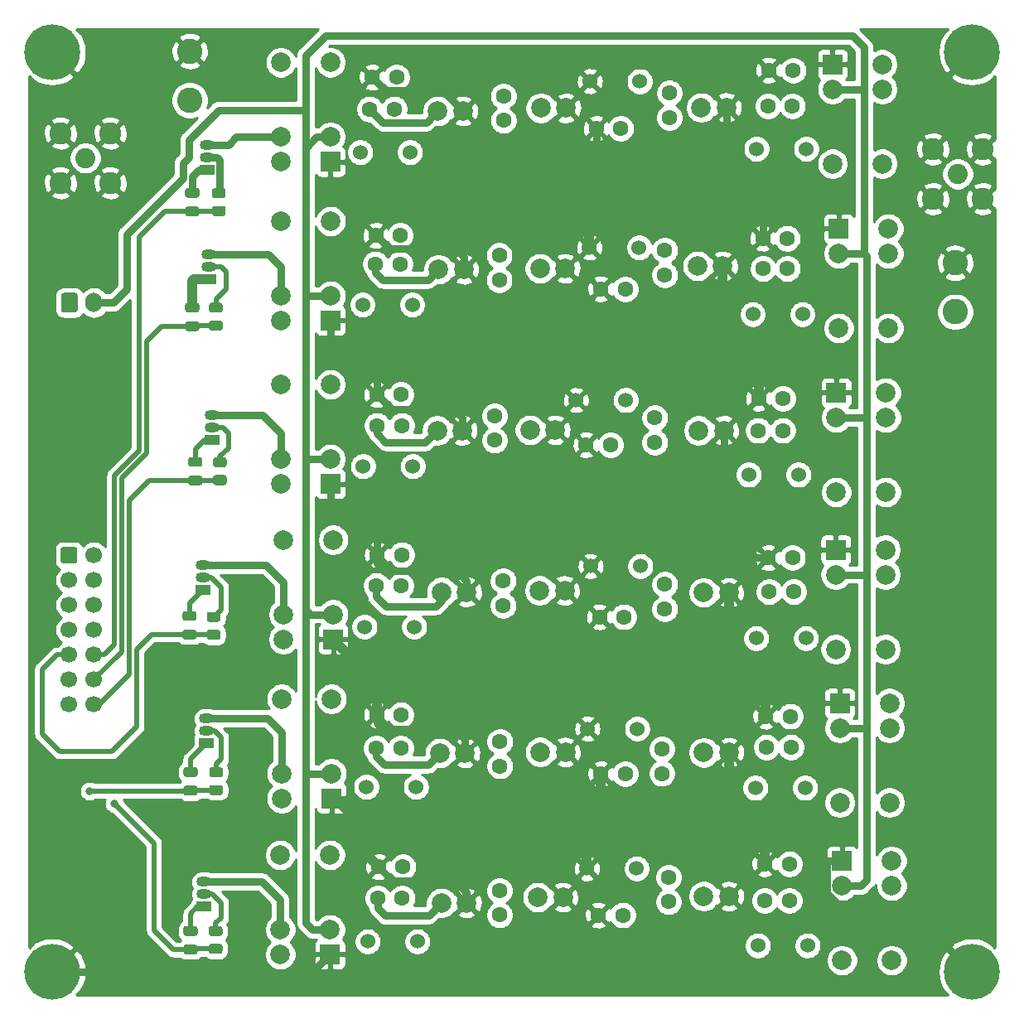
<source format=gtl>
G04 #@! TF.GenerationSoftware,KiCad,Pcbnew,5.1.8-db9833491~87~ubuntu18.04.1*
G04 #@! TF.CreationDate,2021-01-26T21:00:54+01:00*
G04 #@! TF.ProjectId,BPF_6Band,4250465f-3642-4616-9e64-2e6b69636164,rev?*
G04 #@! TF.SameCoordinates,Original*
G04 #@! TF.FileFunction,Copper,L1,Top*
G04 #@! TF.FilePolarity,Positive*
%FSLAX46Y46*%
G04 Gerber Fmt 4.6, Leading zero omitted, Abs format (unit mm)*
G04 Created by KiCad (PCBNEW 5.1.8-db9833491~87~ubuntu18.04.1) date 2021-01-26 21:00:54*
%MOMM*%
%LPD*%
G01*
G04 APERTURE LIST*
G04 #@! TA.AperFunction,ComponentPad*
%ADD10C,2.600000*%
G04 #@! TD*
G04 #@! TA.AperFunction,ComponentPad*
%ADD11C,5.700000*%
G04 #@! TD*
G04 #@! TA.AperFunction,ComponentPad*
%ADD12O,1.700000X2.000000*%
G04 #@! TD*
G04 #@! TA.AperFunction,ComponentPad*
%ADD13C,1.524000*%
G04 #@! TD*
G04 #@! TA.AperFunction,ComponentPad*
%ADD14R,1.500000X1.050000*%
G04 #@! TD*
G04 #@! TA.AperFunction,ComponentPad*
%ADD15O,1.500000X1.050000*%
G04 #@! TD*
G04 #@! TA.AperFunction,ComponentPad*
%ADD16C,2.000000*%
G04 #@! TD*
G04 #@! TA.AperFunction,ComponentPad*
%ADD17R,2.000000X2.000000*%
G04 #@! TD*
G04 #@! TA.AperFunction,ComponentPad*
%ADD18C,1.600000*%
G04 #@! TD*
G04 #@! TA.AperFunction,ComponentPad*
%ADD19C,2.250000*%
G04 #@! TD*
G04 #@! TA.AperFunction,ComponentPad*
%ADD20C,2.050000*%
G04 #@! TD*
G04 #@! TA.AperFunction,ComponentPad*
%ADD21C,1.700000*%
G04 #@! TD*
G04 #@! TA.AperFunction,ViaPad*
%ADD22C,0.800000*%
G04 #@! TD*
G04 #@! TA.AperFunction,Conductor*
%ADD23C,1.000000*%
G04 #@! TD*
G04 #@! TA.AperFunction,Conductor*
%ADD24C,0.750000*%
G04 #@! TD*
G04 #@! TA.AperFunction,Conductor*
%ADD25C,0.500000*%
G04 #@! TD*
G04 #@! TA.AperFunction,Conductor*
%ADD26C,0.254000*%
G04 #@! TD*
G04 #@! TA.AperFunction,Conductor*
%ADD27C,0.100000*%
G04 #@! TD*
G04 APERTURE END LIST*
D10*
X170281600Y-59566800D03*
X170281600Y-64566800D03*
X92049600Y-37926000D03*
X92049600Y-42926000D03*
D11*
X172000000Y-132000000D03*
X78000000Y-132000000D03*
X172000000Y-38000000D03*
X78000000Y-38000000D03*
D12*
X82256000Y-63624200D03*
G04 #@! TA.AperFunction,ComponentPad*
G36*
G01*
X78906000Y-64374200D02*
X78906000Y-62874200D01*
G75*
G02*
X79156000Y-62624200I250000J0D01*
G01*
X80356000Y-62624200D01*
G75*
G02*
X80606000Y-62874200I0J-250000D01*
G01*
X80606000Y-64374200D01*
G75*
G02*
X80356000Y-64624200I-250000J0D01*
G01*
X79156000Y-64624200D01*
G75*
G02*
X78906000Y-64374200I0J250000D01*
G01*
G37*
G04 #@! TD.AperFunction*
D13*
X155194000Y-129311400D03*
X150114000Y-129311400D03*
X154940000Y-113207800D03*
X149860000Y-113207800D03*
X155016200Y-97917000D03*
X149936200Y-97917000D03*
X154254200Y-81203800D03*
X149174200Y-81203800D03*
X154660600Y-64795400D03*
X149580600Y-64795400D03*
X155041600Y-47904400D03*
X149961600Y-47904400D03*
X132638800Y-121437400D03*
X137718800Y-121437400D03*
X132689600Y-107162600D03*
X137769600Y-107162600D03*
X133019800Y-90551000D03*
X138099800Y-90551000D03*
X131521200Y-73583800D03*
X136601200Y-73583800D03*
X132892800Y-57988200D03*
X137972800Y-57988200D03*
X132943600Y-40995600D03*
X138023600Y-40995600D03*
X115316000Y-128905000D03*
X110236000Y-128905000D03*
X115163600Y-113106200D03*
X110083600Y-113106200D03*
X114985800Y-96748600D03*
X109905800Y-96748600D03*
X114833400Y-80340200D03*
X109753400Y-80340200D03*
X114782600Y-63830200D03*
X109702600Y-63830200D03*
X114554000Y-48260000D03*
X109474000Y-48260000D03*
G04 #@! TA.AperFunction,SMDPad,CuDef*
G36*
G01*
X94241198Y-129152600D02*
X95141202Y-129152600D01*
G75*
G02*
X95391200Y-129402598I0J-249998D01*
G01*
X95391200Y-129927602D01*
G75*
G02*
X95141202Y-130177600I-249998J0D01*
G01*
X94241198Y-130177600D01*
G75*
G02*
X93991200Y-129927602I0J249998D01*
G01*
X93991200Y-129402598D01*
G75*
G02*
X94241198Y-129152600I249998J0D01*
G01*
G37*
G04 #@! TD.AperFunction*
G04 #@! TA.AperFunction,SMDPad,CuDef*
G36*
G01*
X94241198Y-127327600D02*
X95141202Y-127327600D01*
G75*
G02*
X95391200Y-127577598I0J-249998D01*
G01*
X95391200Y-128102602D01*
G75*
G02*
X95141202Y-128352600I-249998J0D01*
G01*
X94241198Y-128352600D01*
G75*
G02*
X93991200Y-128102602I0J249998D01*
G01*
X93991200Y-127577598D01*
G75*
G02*
X94241198Y-127327600I249998J0D01*
G01*
G37*
G04 #@! TD.AperFunction*
G04 #@! TA.AperFunction,SMDPad,CuDef*
G36*
G01*
X94291998Y-112922000D02*
X95192002Y-112922000D01*
G75*
G02*
X95442000Y-113171998I0J-249998D01*
G01*
X95442000Y-113697002D01*
G75*
G02*
X95192002Y-113947000I-249998J0D01*
G01*
X94291998Y-113947000D01*
G75*
G02*
X94042000Y-113697002I0J249998D01*
G01*
X94042000Y-113171998D01*
G75*
G02*
X94291998Y-112922000I249998J0D01*
G01*
G37*
G04 #@! TD.AperFunction*
G04 #@! TA.AperFunction,SMDPad,CuDef*
G36*
G01*
X94291998Y-111097000D02*
X95192002Y-111097000D01*
G75*
G02*
X95442000Y-111346998I0J-249998D01*
G01*
X95442000Y-111872002D01*
G75*
G02*
X95192002Y-112122000I-249998J0D01*
G01*
X94291998Y-112122000D01*
G75*
G02*
X94042000Y-111872002I0J249998D01*
G01*
X94042000Y-111346998D01*
G75*
G02*
X94291998Y-111097000I249998J0D01*
G01*
G37*
G04 #@! TD.AperFunction*
G04 #@! TA.AperFunction,SMDPad,CuDef*
G36*
G01*
X94037998Y-97047000D02*
X94938002Y-97047000D01*
G75*
G02*
X95188000Y-97296998I0J-249998D01*
G01*
X95188000Y-97822002D01*
G75*
G02*
X94938002Y-98072000I-249998J0D01*
G01*
X94037998Y-98072000D01*
G75*
G02*
X93788000Y-97822002I0J249998D01*
G01*
X93788000Y-97296998D01*
G75*
G02*
X94037998Y-97047000I249998J0D01*
G01*
G37*
G04 #@! TD.AperFunction*
G04 #@! TA.AperFunction,SMDPad,CuDef*
G36*
G01*
X94037998Y-95222000D02*
X94938002Y-95222000D01*
G75*
G02*
X95188000Y-95471998I0J-249998D01*
G01*
X95188000Y-95997002D01*
G75*
G02*
X94938002Y-96247000I-249998J0D01*
G01*
X94037998Y-96247000D01*
G75*
G02*
X93788000Y-95997002I0J249998D01*
G01*
X93788000Y-95471998D01*
G75*
G02*
X94037998Y-95222000I249998J0D01*
G01*
G37*
G04 #@! TD.AperFunction*
G04 #@! TA.AperFunction,SMDPad,CuDef*
G36*
G01*
X94672998Y-81248200D02*
X95573002Y-81248200D01*
G75*
G02*
X95823000Y-81498198I0J-249998D01*
G01*
X95823000Y-82023202D01*
G75*
G02*
X95573002Y-82273200I-249998J0D01*
G01*
X94672998Y-82273200D01*
G75*
G02*
X94423000Y-82023202I0J249998D01*
G01*
X94423000Y-81498198D01*
G75*
G02*
X94672998Y-81248200I249998J0D01*
G01*
G37*
G04 #@! TD.AperFunction*
G04 #@! TA.AperFunction,SMDPad,CuDef*
G36*
G01*
X94672998Y-79423200D02*
X95573002Y-79423200D01*
G75*
G02*
X95823000Y-79673198I0J-249998D01*
G01*
X95823000Y-80198202D01*
G75*
G02*
X95573002Y-80448200I-249998J0D01*
G01*
X94672998Y-80448200D01*
G75*
G02*
X94423000Y-80198202I0J249998D01*
G01*
X94423000Y-79673198D01*
G75*
G02*
X94672998Y-79423200I249998J0D01*
G01*
G37*
G04 #@! TD.AperFunction*
G04 #@! TA.AperFunction,SMDPad,CuDef*
G36*
G01*
X94266598Y-65449400D02*
X95166602Y-65449400D01*
G75*
G02*
X95416600Y-65699398I0J-249998D01*
G01*
X95416600Y-66224402D01*
G75*
G02*
X95166602Y-66474400I-249998J0D01*
G01*
X94266598Y-66474400D01*
G75*
G02*
X94016600Y-66224402I0J249998D01*
G01*
X94016600Y-65699398D01*
G75*
G02*
X94266598Y-65449400I249998J0D01*
G01*
G37*
G04 #@! TD.AperFunction*
G04 #@! TA.AperFunction,SMDPad,CuDef*
G36*
G01*
X94266598Y-63624400D02*
X95166602Y-63624400D01*
G75*
G02*
X95416600Y-63874398I0J-249998D01*
G01*
X95416600Y-64399402D01*
G75*
G02*
X95166602Y-64649400I-249998J0D01*
G01*
X94266598Y-64649400D01*
G75*
G02*
X94016600Y-64399402I0J249998D01*
G01*
X94016600Y-63874398D01*
G75*
G02*
X94266598Y-63624400I249998J0D01*
G01*
G37*
G04 #@! TD.AperFunction*
G04 #@! TA.AperFunction,SMDPad,CuDef*
G36*
G01*
X94571398Y-53740000D02*
X95471402Y-53740000D01*
G75*
G02*
X95721400Y-53989998I0J-249998D01*
G01*
X95721400Y-54515002D01*
G75*
G02*
X95471402Y-54765000I-249998J0D01*
G01*
X94571398Y-54765000D01*
G75*
G02*
X94321400Y-54515002I0J249998D01*
G01*
X94321400Y-53989998D01*
G75*
G02*
X94571398Y-53740000I249998J0D01*
G01*
G37*
G04 #@! TD.AperFunction*
G04 #@! TA.AperFunction,SMDPad,CuDef*
G36*
G01*
X94571398Y-51915000D02*
X95471402Y-51915000D01*
G75*
G02*
X95721400Y-52164998I0J-249998D01*
G01*
X95721400Y-52690002D01*
G75*
G02*
X95471402Y-52940000I-249998J0D01*
G01*
X94571398Y-52940000D01*
G75*
G02*
X94321400Y-52690002I0J249998D01*
G01*
X94321400Y-52164998D01*
G75*
G02*
X94571398Y-51915000I249998J0D01*
G01*
G37*
G04 #@! TD.AperFunction*
D14*
X93522800Y-125349000D03*
D15*
X93522800Y-122809000D03*
X93522800Y-124079000D03*
D14*
X93751400Y-108661200D03*
D15*
X93751400Y-106121200D03*
X93751400Y-107391200D03*
D14*
X93395800Y-92964000D03*
D15*
X93395800Y-90424000D03*
X93395800Y-91694000D03*
D14*
X94361000Y-77647800D03*
D15*
X94361000Y-75107800D03*
X94361000Y-76377800D03*
D14*
X93980000Y-61239400D03*
D15*
X93980000Y-58699400D03*
X93980000Y-59969400D03*
D14*
X93802200Y-50012600D03*
D15*
X93802200Y-47472600D03*
X93802200Y-48742600D03*
D16*
X147156800Y-124282200D03*
X144576800Y-124282200D03*
X147156800Y-109601000D03*
X144576800Y-109601000D03*
X147131400Y-93243400D03*
X144551400Y-93243400D03*
X146623400Y-76682600D03*
X144043400Y-76682600D03*
X146521800Y-59867800D03*
X143941800Y-59867800D03*
X146902800Y-43688000D03*
X144322800Y-43688000D03*
X130189600Y-124383800D03*
X127609600Y-124383800D03*
X130443600Y-109550200D03*
X127863600Y-109550200D03*
X130367400Y-93040200D03*
X127787400Y-93040200D03*
X129402200Y-76631800D03*
X126822200Y-76631800D03*
X130418200Y-60121800D03*
X127838200Y-60121800D03*
X130494400Y-43738800D03*
X127914400Y-43738800D03*
X120334400Y-124968000D03*
X117754400Y-124968000D03*
X120182000Y-109651800D03*
X117602000Y-109651800D03*
X120359800Y-93192600D03*
X117779800Y-93192600D03*
X119902600Y-76682600D03*
X117322600Y-76682600D03*
X120055000Y-60223400D03*
X117475000Y-60223400D03*
X119978800Y-44043600D03*
X117398800Y-44043600D03*
X158699200Y-130835400D03*
X163779200Y-130835400D03*
X158699200Y-123215400D03*
D17*
X158699200Y-120675400D03*
D16*
X163779200Y-123215400D03*
X163779200Y-120675400D03*
X158470600Y-114706400D03*
X163550600Y-114706400D03*
X158470600Y-107086400D03*
D17*
X158470600Y-104546400D03*
D16*
X163550600Y-107086400D03*
X163550600Y-104546400D03*
X158064200Y-99034600D03*
X163144200Y-99034600D03*
X158064200Y-91414600D03*
D17*
X158064200Y-88874600D03*
D16*
X163144200Y-91414600D03*
X163144200Y-88874600D03*
X158115000Y-82981800D03*
X163195000Y-82981800D03*
X158115000Y-75361800D03*
D17*
X158115000Y-72821800D03*
D16*
X163195000Y-75361800D03*
X163195000Y-72821800D03*
X158369000Y-66217800D03*
X163449000Y-66217800D03*
X158369000Y-58597800D03*
D17*
X158369000Y-56057800D03*
D16*
X163449000Y-58597800D03*
X163449000Y-56057800D03*
X157734000Y-49428400D03*
X162814000Y-49428400D03*
X157734000Y-41808400D03*
D17*
X157734000Y-39268400D03*
D16*
X162814000Y-41808400D03*
X162814000Y-39268400D03*
X106375200Y-120065800D03*
X101295200Y-120065800D03*
X106375200Y-127685800D03*
D17*
X106375200Y-130225800D03*
D16*
X101295200Y-127685800D03*
X101295200Y-130225800D03*
X106527600Y-104114600D03*
X101447600Y-104114600D03*
X106527600Y-111734600D03*
D17*
X106527600Y-114274600D03*
D16*
X101447600Y-111734600D03*
X101447600Y-114274600D03*
X106705400Y-87858600D03*
X101625400Y-87858600D03*
X106705400Y-95478600D03*
D17*
X106705400Y-98018600D03*
D16*
X101625400Y-95478600D03*
X101625400Y-98018600D03*
X106426000Y-71983600D03*
X101346000Y-71983600D03*
X106426000Y-79603600D03*
D17*
X106426000Y-82143600D03*
D16*
X101346000Y-79603600D03*
X101346000Y-82143600D03*
X106451400Y-55295800D03*
X101371400Y-55295800D03*
X106451400Y-62915800D03*
D17*
X106451400Y-65455800D03*
D16*
X101371400Y-62915800D03*
X101371400Y-65455800D03*
X106426000Y-39065200D03*
X101346000Y-39065200D03*
X106426000Y-46685200D03*
D17*
X106426000Y-49225200D03*
D16*
X101346000Y-46685200D03*
X101346000Y-49225200D03*
D18*
X150825200Y-120980200D03*
X153325200Y-120980200D03*
X153314400Y-124739400D03*
X150814400Y-124739400D03*
X150916000Y-105892600D03*
X153416000Y-105892600D03*
X153477600Y-109042200D03*
X150977600Y-109042200D03*
X151144600Y-89687400D03*
X153644600Y-89687400D03*
X153757000Y-93167200D03*
X151257000Y-93167200D03*
X150179400Y-73406000D03*
X152679400Y-73406000D03*
X152639400Y-76682600D03*
X150139400Y-76682600D03*
X150611200Y-57048400D03*
X153111200Y-57048400D03*
X153122000Y-60147200D03*
X150622000Y-60147200D03*
X151220800Y-39878000D03*
X153720800Y-39878000D03*
X153630000Y-43535600D03*
X151130000Y-43535600D03*
X140970000Y-124851800D03*
X140970000Y-122351800D03*
X140309600Y-109234600D03*
X140309600Y-111734600D03*
X140589000Y-92419800D03*
X140589000Y-94919800D03*
X139573000Y-75401800D03*
X139573000Y-77901800D03*
X140589000Y-58282200D03*
X140589000Y-60782200D03*
X141071600Y-42204000D03*
X141071600Y-44704000D03*
X133796400Y-126212600D03*
X136296400Y-126212600D03*
X134050400Y-111785400D03*
X136550400Y-111785400D03*
X133923400Y-95732600D03*
X136423400Y-95732600D03*
X132551800Y-78155800D03*
X135051800Y-78155800D03*
X134050400Y-62230000D03*
X136550400Y-62230000D03*
X133593200Y-45821600D03*
X136093200Y-45821600D03*
X123698000Y-126198000D03*
X123698000Y-123698000D03*
X123748800Y-108472600D03*
X123748800Y-110972600D03*
X124079000Y-92064200D03*
X124079000Y-94564200D03*
X123190000Y-77684000D03*
X123190000Y-75184000D03*
X123672600Y-61301000D03*
X123672600Y-58801000D03*
X124104400Y-42508800D03*
X124104400Y-45008800D03*
X111342800Y-121285000D03*
X113842800Y-121285000D03*
X113752000Y-124460000D03*
X111252000Y-124460000D03*
X111139600Y-105740200D03*
X113639600Y-105740200D03*
X113599600Y-109143800D03*
X111099600Y-109143800D03*
X111215800Y-89382600D03*
X113715800Y-89382600D03*
X113625000Y-92532200D03*
X111125000Y-92532200D03*
X111139600Y-73025000D03*
X113639600Y-73025000D03*
X113701200Y-76174600D03*
X111201200Y-76174600D03*
X111063400Y-56743600D03*
X113563400Y-56743600D03*
X113523400Y-59664600D03*
X111023400Y-59664600D03*
X110682400Y-40589200D03*
X113182400Y-40589200D03*
X112939200Y-43840400D03*
X110439200Y-43840400D03*
D19*
X167995600Y-53009800D03*
X167995600Y-47929800D03*
X173075600Y-47929800D03*
X173075600Y-53009800D03*
D20*
X170535600Y-50469800D03*
D19*
X78841600Y-46304200D03*
X83921600Y-46304200D03*
X83921600Y-51384200D03*
X78841600Y-51384200D03*
D20*
X81381600Y-48844200D03*
D21*
X82245200Y-104673400D03*
X82245200Y-102133400D03*
X82245200Y-99593400D03*
X82245200Y-97053400D03*
X82245200Y-94513400D03*
X82245200Y-91973400D03*
X82245200Y-89433400D03*
X79705200Y-104673400D03*
X79705200Y-102133400D03*
X79705200Y-99593400D03*
X79705200Y-97053400D03*
X79705200Y-94513400D03*
X79705200Y-91973400D03*
G04 #@! TA.AperFunction,ComponentPad*
G36*
G01*
X78855200Y-90033400D02*
X78855200Y-88833400D01*
G75*
G02*
X79105200Y-88583400I250000J0D01*
G01*
X80305200Y-88583400D01*
G75*
G02*
X80555200Y-88833400I0J-250000D01*
G01*
X80555200Y-90033400D01*
G75*
G02*
X80305200Y-90283400I-250000J0D01*
G01*
X79105200Y-90283400D01*
G75*
G02*
X78855200Y-90033400I0J250000D01*
G01*
G37*
G04 #@! TD.AperFunction*
G04 #@! TA.AperFunction,SMDPad,CuDef*
G36*
G01*
X93083400Y-80398200D02*
X92133400Y-80398200D01*
G75*
G02*
X91883400Y-80148200I0J250000D01*
G01*
X91883400Y-79648200D01*
G75*
G02*
X92133400Y-79398200I250000J0D01*
G01*
X93083400Y-79398200D01*
G75*
G02*
X93333400Y-79648200I0J-250000D01*
G01*
X93333400Y-80148200D01*
G75*
G02*
X93083400Y-80398200I-250000J0D01*
G01*
G37*
G04 #@! TD.AperFunction*
G04 #@! TA.AperFunction,SMDPad,CuDef*
G36*
G01*
X93083400Y-82298200D02*
X92133400Y-82298200D01*
G75*
G02*
X91883400Y-82048200I0J250000D01*
G01*
X91883400Y-81548200D01*
G75*
G02*
X92133400Y-81298200I250000J0D01*
G01*
X93083400Y-81298200D01*
G75*
G02*
X93333400Y-81548200I0J-250000D01*
G01*
X93333400Y-82048200D01*
G75*
G02*
X93083400Y-82298200I-250000J0D01*
G01*
G37*
G04 #@! TD.AperFunction*
G04 #@! TA.AperFunction,SMDPad,CuDef*
G36*
G01*
X92778600Y-64624800D02*
X91828600Y-64624800D01*
G75*
G02*
X91578600Y-64374800I0J250000D01*
G01*
X91578600Y-63874800D01*
G75*
G02*
X91828600Y-63624800I250000J0D01*
G01*
X92778600Y-63624800D01*
G75*
G02*
X93028600Y-63874800I0J-250000D01*
G01*
X93028600Y-64374800D01*
G75*
G02*
X92778600Y-64624800I-250000J0D01*
G01*
G37*
G04 #@! TD.AperFunction*
G04 #@! TA.AperFunction,SMDPad,CuDef*
G36*
G01*
X92778600Y-66524800D02*
X91828600Y-66524800D01*
G75*
G02*
X91578600Y-66274800I0J250000D01*
G01*
X91578600Y-65774800D01*
G75*
G02*
X91828600Y-65524800I250000J0D01*
G01*
X92778600Y-65524800D01*
G75*
G02*
X93028600Y-65774800I0J-250000D01*
G01*
X93028600Y-66274800D01*
G75*
G02*
X92778600Y-66524800I-250000J0D01*
G01*
G37*
G04 #@! TD.AperFunction*
G04 #@! TA.AperFunction,SMDPad,CuDef*
G36*
G01*
X92778600Y-52890000D02*
X91828600Y-52890000D01*
G75*
G02*
X91578600Y-52640000I0J250000D01*
G01*
X91578600Y-52140000D01*
G75*
G02*
X91828600Y-51890000I250000J0D01*
G01*
X92778600Y-51890000D01*
G75*
G02*
X93028600Y-52140000I0J-250000D01*
G01*
X93028600Y-52640000D01*
G75*
G02*
X92778600Y-52890000I-250000J0D01*
G01*
G37*
G04 #@! TD.AperFunction*
G04 #@! TA.AperFunction,SMDPad,CuDef*
G36*
G01*
X92778600Y-54790000D02*
X91828600Y-54790000D01*
G75*
G02*
X91578600Y-54540000I0J250000D01*
G01*
X91578600Y-54040000D01*
G75*
G02*
X91828600Y-53790000I250000J0D01*
G01*
X92778600Y-53790000D01*
G75*
G02*
X93028600Y-54040000I0J-250000D01*
G01*
X93028600Y-54540000D01*
G75*
G02*
X92778600Y-54790000I-250000J0D01*
G01*
G37*
G04 #@! TD.AperFunction*
G04 #@! TA.AperFunction,SMDPad,CuDef*
G36*
G01*
X92600800Y-128328000D02*
X91650800Y-128328000D01*
G75*
G02*
X91400800Y-128078000I0J250000D01*
G01*
X91400800Y-127578000D01*
G75*
G02*
X91650800Y-127328000I250000J0D01*
G01*
X92600800Y-127328000D01*
G75*
G02*
X92850800Y-127578000I0J-250000D01*
G01*
X92850800Y-128078000D01*
G75*
G02*
X92600800Y-128328000I-250000J0D01*
G01*
G37*
G04 #@! TD.AperFunction*
G04 #@! TA.AperFunction,SMDPad,CuDef*
G36*
G01*
X92600800Y-130228000D02*
X91650800Y-130228000D01*
G75*
G02*
X91400800Y-129978000I0J250000D01*
G01*
X91400800Y-129478000D01*
G75*
G02*
X91650800Y-129228000I250000J0D01*
G01*
X92600800Y-129228000D01*
G75*
G02*
X92850800Y-129478000I0J-250000D01*
G01*
X92850800Y-129978000D01*
G75*
G02*
X92600800Y-130228000I-250000J0D01*
G01*
G37*
G04 #@! TD.AperFunction*
G04 #@! TA.AperFunction,SMDPad,CuDef*
G36*
G01*
X92600800Y-112097400D02*
X91650800Y-112097400D01*
G75*
G02*
X91400800Y-111847400I0J250000D01*
G01*
X91400800Y-111347400D01*
G75*
G02*
X91650800Y-111097400I250000J0D01*
G01*
X92600800Y-111097400D01*
G75*
G02*
X92850800Y-111347400I0J-250000D01*
G01*
X92850800Y-111847400D01*
G75*
G02*
X92600800Y-112097400I-250000J0D01*
G01*
G37*
G04 #@! TD.AperFunction*
G04 #@! TA.AperFunction,SMDPad,CuDef*
G36*
G01*
X92600800Y-113997400D02*
X91650800Y-113997400D01*
G75*
G02*
X91400800Y-113747400I0J250000D01*
G01*
X91400800Y-113247400D01*
G75*
G02*
X91650800Y-112997400I250000J0D01*
G01*
X92600800Y-112997400D01*
G75*
G02*
X92850800Y-113247400I0J-250000D01*
G01*
X92850800Y-113747400D01*
G75*
G02*
X92600800Y-113997400I-250000J0D01*
G01*
G37*
G04 #@! TD.AperFunction*
G04 #@! TA.AperFunction,SMDPad,CuDef*
G36*
G01*
X92499200Y-96146200D02*
X91549200Y-96146200D01*
G75*
G02*
X91299200Y-95896200I0J250000D01*
G01*
X91299200Y-95396200D01*
G75*
G02*
X91549200Y-95146200I250000J0D01*
G01*
X92499200Y-95146200D01*
G75*
G02*
X92749200Y-95396200I0J-250000D01*
G01*
X92749200Y-95896200D01*
G75*
G02*
X92499200Y-96146200I-250000J0D01*
G01*
G37*
G04 #@! TD.AperFunction*
G04 #@! TA.AperFunction,SMDPad,CuDef*
G36*
G01*
X92499200Y-98046200D02*
X91549200Y-98046200D01*
G75*
G02*
X91299200Y-97796200I0J250000D01*
G01*
X91299200Y-97296200D01*
G75*
G02*
X91549200Y-97046200I250000J0D01*
G01*
X92499200Y-97046200D01*
G75*
G02*
X92749200Y-97296200I0J-250000D01*
G01*
X92749200Y-97796200D01*
G75*
G02*
X92499200Y-98046200I-250000J0D01*
G01*
G37*
G04 #@! TD.AperFunction*
D22*
X84328000Y-114808000D03*
X81788000Y-113538000D03*
D23*
X92303600Y-61417200D02*
X92481400Y-61239400D01*
X92303600Y-64124800D02*
X92303600Y-61417200D01*
X92481400Y-61239400D02*
X93980000Y-61239400D01*
D24*
X92303600Y-52390000D02*
X92303600Y-50698400D01*
X92989400Y-50012600D02*
X93802200Y-50012600D01*
X92303600Y-50698400D02*
X92989400Y-50012600D01*
D25*
X92024200Y-94335600D02*
X93395800Y-92964000D01*
X92024200Y-95646200D02*
X92024200Y-94335600D01*
X92125800Y-110286800D02*
X93751400Y-108661200D01*
X92125800Y-111597400D02*
X92125800Y-110286800D01*
X92125800Y-127828000D02*
X92125800Y-126060200D01*
X92837000Y-125349000D02*
X93522800Y-125349000D01*
X92125800Y-126060200D02*
X92837000Y-125349000D01*
X92608400Y-79898200D02*
X92608400Y-78587600D01*
X93548200Y-77647800D02*
X94361000Y-77647800D01*
X92608400Y-78587600D02*
X93548200Y-77647800D01*
D24*
X158369000Y-58597800D02*
X158826200Y-58597800D01*
X160655000Y-123215400D02*
X158699200Y-123215400D01*
X161239200Y-122631200D02*
X160655000Y-123215400D01*
X161163000Y-107086400D02*
X161239200Y-107010200D01*
X158470600Y-107086400D02*
X161163000Y-107086400D01*
X161239200Y-107010200D02*
X161239200Y-122631200D01*
X160985200Y-91414600D02*
X161239200Y-91668600D01*
X158064200Y-91414600D02*
X160985200Y-91414600D01*
X161239200Y-91668600D02*
X161239200Y-107010200D01*
X161112200Y-75361800D02*
X161239200Y-75234800D01*
X158115000Y-75361800D02*
X161112200Y-75361800D01*
X161239200Y-75234800D02*
X161239200Y-91668600D01*
X160959800Y-58597800D02*
X161239200Y-58877200D01*
X158369000Y-58597800D02*
X160959800Y-58597800D01*
X161239200Y-58877200D02*
X161239200Y-75234800D01*
X105011787Y-46685200D02*
X106426000Y-46685200D01*
X103886000Y-47810987D02*
X105011787Y-46685200D01*
X103962200Y-62915800D02*
X103886000Y-62992000D01*
X106451400Y-62915800D02*
X103962200Y-62915800D01*
X103886000Y-62992000D02*
X103886000Y-47810987D01*
X106426000Y-79603600D02*
X104038400Y-79603600D01*
X104038400Y-79603600D02*
X103886000Y-79756000D01*
X103886000Y-79756000D02*
X103886000Y-62992000D01*
X104368600Y-95478600D02*
X103886000Y-94996000D01*
X106705400Y-95478600D02*
X104368600Y-95478600D01*
X103886000Y-94996000D02*
X103886000Y-79756000D01*
X104165400Y-111734600D02*
X103886000Y-112014000D01*
X106527600Y-111734600D02*
X104165400Y-111734600D01*
X103886000Y-112014000D02*
X103886000Y-94996000D01*
X103886000Y-112014000D02*
X103886000Y-127000000D01*
X104571800Y-127685800D02*
X106375200Y-127685800D01*
X103886000Y-127000000D02*
X104571800Y-127685800D01*
X103886000Y-43942000D02*
X103886000Y-47810987D01*
X159766000Y-36322000D02*
X160959800Y-37515800D01*
X105918000Y-36322000D02*
X159766000Y-36322000D01*
X103886000Y-43942000D02*
X103886000Y-38354000D01*
X103886000Y-38354000D02*
X105918000Y-36322000D01*
X160680400Y-41808400D02*
X160959800Y-42087800D01*
X157734000Y-41808400D02*
X160680400Y-41808400D01*
X160959800Y-37515800D02*
X160959800Y-42087800D01*
X160959800Y-42087800D02*
X160959800Y-58597800D01*
X94996000Y-43942000D02*
X103886000Y-43942000D01*
X91948000Y-48768000D02*
X91948000Y-46990000D01*
X84254600Y-63624200D02*
X85598000Y-62280800D01*
X91948000Y-46990000D02*
X94996000Y-43942000D01*
X91353590Y-50886410D02*
X91353590Y-49362410D01*
X82256000Y-63624200D02*
X84254600Y-63624200D01*
X85598000Y-62280800D02*
X85598000Y-56642000D01*
X85598000Y-56642000D02*
X91353590Y-50886410D01*
X91353590Y-49362410D02*
X91948000Y-48768000D01*
X111814201Y-45215401D02*
X114862201Y-45215401D01*
X110439200Y-43840400D02*
X111814201Y-45215401D01*
X114862201Y-45215401D02*
X114865602Y-45212000D01*
X116230400Y-45212000D02*
X117398800Y-44043600D01*
X114865602Y-45212000D02*
X116230400Y-45212000D01*
X111201200Y-76174600D02*
X111201200Y-77012800D01*
X111201200Y-77012800D02*
X112064800Y-77876400D01*
X116128800Y-77876400D02*
X117322600Y-76682600D01*
X112064800Y-77876400D02*
X116128800Y-77876400D01*
X93802200Y-47472600D02*
X96037400Y-47472600D01*
X96824800Y-46685200D02*
X101346000Y-46685200D01*
X96037400Y-47472600D02*
X96824800Y-46685200D01*
X93980000Y-58699400D02*
X100101400Y-58699400D01*
X101371400Y-59969400D02*
X101371400Y-62915800D01*
X100101400Y-58699400D02*
X101371400Y-59969400D01*
X94361000Y-75107800D02*
X99491800Y-75107800D01*
X101346000Y-76962000D02*
X101346000Y-79603600D01*
X99491800Y-75107800D02*
X101346000Y-76962000D01*
X93395800Y-90424000D02*
X99822000Y-90424000D01*
X101625400Y-92227400D02*
X101625400Y-95478600D01*
X99822000Y-90424000D02*
X101625400Y-92227400D01*
X93751400Y-106121200D02*
X100025200Y-106121200D01*
X101447600Y-107543600D02*
X101447600Y-111734600D01*
X100025200Y-106121200D02*
X101447600Y-107543600D01*
X93522800Y-122809000D02*
X99441000Y-122809000D01*
X101295200Y-124663200D02*
X101295200Y-127685800D01*
X99441000Y-122809000D02*
X101295200Y-124663200D01*
X95127201Y-49027599D02*
X95127201Y-52321699D01*
X95127201Y-52321699D02*
X95021400Y-52427500D01*
X94842202Y-48742600D02*
X95127201Y-49027599D01*
X93802200Y-48742600D02*
X94842202Y-48742600D01*
D25*
X94716600Y-64136900D02*
X94716600Y-63271400D01*
X94716600Y-63271400D02*
X95758000Y-62230000D01*
X95758000Y-62230000D02*
X95758000Y-60452000D01*
X95275400Y-59969400D02*
X93980000Y-59969400D01*
X95758000Y-60452000D02*
X95275400Y-59969400D01*
X95123000Y-79935700D02*
X95123000Y-79375000D01*
X95123000Y-79375000D02*
X96012000Y-78486000D01*
X96012000Y-78486000D02*
X96012000Y-76962000D01*
X95427800Y-76377800D02*
X94361000Y-76377800D01*
X96012000Y-76962000D02*
X95427800Y-76377800D01*
X94488000Y-95734500D02*
X95250000Y-94972500D01*
X95250000Y-92733198D02*
X94210802Y-91694000D01*
X94210802Y-91694000D02*
X93395800Y-91694000D01*
X95250000Y-94972500D02*
X95250000Y-92733198D01*
X94742000Y-111609500D02*
X94742000Y-110744000D01*
X94742000Y-110744000D02*
X95250000Y-110236000D01*
X94566402Y-107391200D02*
X93751400Y-107391200D01*
X95250000Y-108074798D02*
X94566402Y-107391200D01*
X95250000Y-110236000D02*
X95250000Y-108074798D01*
X94691200Y-127840100D02*
X94691200Y-127050800D01*
X94691200Y-127050800D02*
X95250000Y-126492000D01*
X94337802Y-124079000D02*
X93522800Y-124079000D01*
X95250000Y-124991198D02*
X94337802Y-124079000D01*
X95250000Y-126492000D02*
X95250000Y-124991198D01*
X84328000Y-114808000D02*
X88392000Y-118872000D01*
X88392000Y-118872000D02*
X88392000Y-127762000D01*
X90358000Y-129728000D02*
X92125800Y-129728000D01*
X88392000Y-127762000D02*
X90358000Y-129728000D01*
X92188700Y-129665100D02*
X92125800Y-129728000D01*
X94691200Y-129665100D02*
X92188700Y-129665100D01*
X92085200Y-113538000D02*
X92125800Y-113497400D01*
X81788000Y-113538000D02*
X92085200Y-113538000D01*
X94679100Y-113497400D02*
X94742000Y-113434500D01*
X92125800Y-113497400D02*
X94679100Y-113497400D01*
X92366500Y-65961900D02*
X92303600Y-66024800D01*
X94716600Y-65961900D02*
X92366500Y-65961900D01*
X82245200Y-102133400D02*
X85090000Y-99288600D01*
X85090000Y-81507962D02*
X87630000Y-78967962D01*
X85090000Y-99288600D02*
X85090000Y-81507962D01*
X87630000Y-78967962D02*
X87630000Y-67564000D01*
X89169200Y-66024800D02*
X92303600Y-66024800D01*
X87630000Y-67564000D02*
X89169200Y-66024800D01*
X82245200Y-104673400D02*
X82778600Y-104673400D01*
X82778600Y-104673400D02*
X85852000Y-101600000D01*
X85852000Y-101600000D02*
X85852000Y-83820000D01*
X87873800Y-81798200D02*
X92608400Y-81798200D01*
X85852000Y-83820000D02*
X87873800Y-81798200D01*
X95085500Y-81798200D02*
X95123000Y-81760700D01*
X92608400Y-81798200D02*
X95085500Y-81798200D01*
X79705200Y-99593400D02*
X78460600Y-99593400D01*
X78460600Y-99593400D02*
X76962000Y-101092000D01*
X76962000Y-101092000D02*
X76962000Y-107696000D01*
X76962000Y-107696000D02*
X78740000Y-109474000D01*
X78740000Y-109474000D02*
X84074000Y-109474000D01*
X84074000Y-109474000D02*
X86614000Y-106934000D01*
X86614000Y-106934000D02*
X86614000Y-99060000D01*
X88127800Y-97546200D02*
X92024200Y-97546200D01*
X86614000Y-99060000D02*
X88127800Y-97546200D01*
X92037500Y-97559500D02*
X92024200Y-97546200D01*
X94488000Y-97559500D02*
X92037500Y-97559500D01*
X82245200Y-99593400D02*
X83286600Y-99593400D01*
X83286600Y-99593400D02*
X84328000Y-98552000D01*
X84328000Y-98552000D02*
X84328000Y-81280000D01*
X84328000Y-81280000D02*
X86868000Y-78740000D01*
X86868000Y-78740000D02*
X86868000Y-56896000D01*
X89474000Y-54290000D02*
X92303600Y-54290000D01*
X86868000Y-56896000D02*
X89474000Y-54290000D01*
X94983900Y-54290000D02*
X95021400Y-54252500D01*
X92303600Y-54290000D02*
X94983900Y-54290000D01*
D24*
X117899401Y-41964201D02*
X119978800Y-44043600D01*
X112057401Y-41964201D02*
X117899401Y-41964201D01*
X110682400Y-40589200D02*
X112057401Y-41964201D01*
X133593200Y-45821600D02*
X133593200Y-49925600D01*
X112438401Y-58118601D02*
X119205601Y-58118601D01*
X111063400Y-56743600D02*
X112438401Y-58118601D01*
X120055000Y-58968000D02*
X120055000Y-60223400D01*
X119205601Y-58118601D02*
X120055000Y-58968000D01*
X111139600Y-73025000D02*
X112663600Y-74549000D01*
X112663600Y-74549000D02*
X119049800Y-74549000D01*
X119902600Y-75401800D02*
X119902600Y-76682600D01*
X119049800Y-74549000D02*
X119902600Y-75401800D01*
X111215800Y-89382600D02*
X111215800Y-90260800D01*
X111215800Y-90260800D02*
X111963200Y-91008200D01*
X111963200Y-91008200D02*
X119303800Y-91008200D01*
X120359800Y-92064200D02*
X120359800Y-93192600D01*
X119303800Y-91008200D02*
X120359800Y-92064200D01*
X111139600Y-105740200D02*
X111139600Y-106567600D01*
X111139600Y-106567600D02*
X111810800Y-107238800D01*
X111810800Y-107238800D02*
X119176800Y-107238800D01*
X120182000Y-108244000D02*
X120182000Y-109651800D01*
X119176800Y-107238800D02*
X120182000Y-108244000D01*
X112717801Y-122660001D02*
X119104001Y-122660001D01*
X111342800Y-121285000D02*
X112717801Y-122660001D01*
X120334400Y-123890400D02*
X120334400Y-124968000D01*
X119104001Y-122660001D02*
X120334400Y-123890400D01*
D23*
X106527600Y-114274600D02*
X106908600Y-114274600D01*
X106908600Y-114274600D02*
X109474000Y-116840000D01*
X109474000Y-119416200D02*
X111342800Y-121285000D01*
X109474000Y-116840000D02*
X109474000Y-119416200D01*
X111139600Y-102452800D02*
X106705400Y-98018600D01*
X111139600Y-105740200D02*
X111139600Y-102452800D01*
X132638800Y-121437400D02*
X132638800Y-116789200D01*
X134050400Y-115377600D02*
X134050400Y-111785400D01*
X132638800Y-116789200D02*
X134050400Y-115377600D01*
X150825200Y-120980200D02*
X150825200Y-118821200D01*
X147156800Y-115152800D02*
X147156800Y-109601000D01*
X150825200Y-118821200D02*
X147156800Y-115152800D01*
X150916000Y-105892600D02*
X150916000Y-103672000D01*
X147131400Y-99887400D02*
X147131400Y-93243400D01*
X150916000Y-103672000D02*
X147131400Y-99887400D01*
X150179400Y-73406000D02*
X150179400Y-70423400D01*
X146521800Y-66765800D02*
X146521800Y-59867800D01*
X150179400Y-70423400D02*
X146521800Y-66765800D01*
X132892800Y-50626000D02*
X133593200Y-49925600D01*
X132892800Y-57988200D02*
X132892800Y-50626000D01*
D24*
X150611200Y-57048400D02*
X150611200Y-53837200D01*
X146902800Y-50128800D02*
X146902800Y-43688000D01*
X150611200Y-53837200D02*
X146902800Y-50128800D01*
X111139600Y-73025000D02*
X111139600Y-71007600D01*
X111139600Y-71007600D02*
X109474000Y-69342000D01*
X109474000Y-69342000D02*
X107696000Y-69342000D01*
X106451400Y-68097400D02*
X106451400Y-65455800D01*
X107696000Y-69342000D02*
X106451400Y-68097400D01*
X111215800Y-89382600D02*
X111215800Y-87593800D01*
X111215800Y-87593800D02*
X109220000Y-85598000D01*
X109220000Y-85598000D02*
X107442000Y-85598000D01*
X106426000Y-84582000D02*
X106426000Y-82143600D01*
X107442000Y-85598000D02*
X106426000Y-84582000D01*
X151144600Y-89687400D02*
X149885400Y-89687400D01*
X146623400Y-86425400D02*
X146623400Y-76682600D01*
X149885400Y-89687400D02*
X146623400Y-86425400D01*
X158699200Y-120675400D02*
X157324600Y-120675400D01*
X157124199Y-123971401D02*
X160152798Y-127000000D01*
X157324600Y-120675400D02*
X157124199Y-120875801D01*
X157124199Y-120875801D02*
X157124199Y-123971401D01*
X167000000Y-127000000D02*
X172000000Y-132000000D01*
X160152798Y-127000000D02*
X167000000Y-127000000D01*
X78000000Y-132000000D02*
X89000000Y-132000000D01*
X89000000Y-132000000D02*
X90000000Y-133000000D01*
X103601000Y-133000000D02*
X106375200Y-130225800D01*
X90000000Y-133000000D02*
X103601000Y-133000000D01*
X111023400Y-59664600D02*
X111023400Y-60528200D01*
X111023400Y-60528200D02*
X111785400Y-61290200D01*
X116408200Y-61290200D02*
X117475000Y-60223400D01*
X111785400Y-61290200D02*
X116408200Y-61290200D01*
X111125000Y-92532200D02*
X111125000Y-93649800D01*
X111125000Y-93649800D02*
X112115600Y-94640400D01*
X112115600Y-94640400D02*
X117195600Y-94640400D01*
X117779800Y-94056200D02*
X117779800Y-93192600D01*
X117195600Y-94640400D02*
X117779800Y-94056200D01*
X111099600Y-109143800D02*
X111099600Y-110007400D01*
X111099600Y-110007400D02*
X111912400Y-110820200D01*
X116433600Y-110820200D02*
X117602000Y-109651800D01*
X111912400Y-110820200D02*
X116433600Y-110820200D01*
X111252000Y-124460000D02*
X111252000Y-125476000D01*
X111252000Y-125476000D02*
X112014000Y-126238000D01*
X116484400Y-126238000D02*
X117754400Y-124968000D01*
X112014000Y-126238000D02*
X116484400Y-126238000D01*
D26*
X103206901Y-37604744D02*
X103168368Y-37636367D01*
X103136745Y-37674900D01*
X103136744Y-37674901D01*
X103042154Y-37790160D01*
X102948368Y-37965621D01*
X102890615Y-38156006D01*
X102871114Y-38354000D01*
X102876001Y-38403618D01*
X102876001Y-38486488D01*
X102794918Y-38290737D01*
X102615987Y-38022948D01*
X102388252Y-37795213D01*
X102120463Y-37616282D01*
X101822912Y-37493032D01*
X101507033Y-37430200D01*
X101184967Y-37430200D01*
X100869088Y-37493032D01*
X100571537Y-37616282D01*
X100303748Y-37795213D01*
X100076013Y-38022948D01*
X99897082Y-38290737D01*
X99773832Y-38588288D01*
X99711000Y-38904167D01*
X99711000Y-39226233D01*
X99773832Y-39542112D01*
X99897082Y-39839663D01*
X100076013Y-40107452D01*
X100303748Y-40335187D01*
X100571537Y-40514118D01*
X100869088Y-40637368D01*
X101184967Y-40700200D01*
X101507033Y-40700200D01*
X101822912Y-40637368D01*
X102120463Y-40514118D01*
X102388252Y-40335187D01*
X102615987Y-40107452D01*
X102794918Y-39839663D01*
X102876001Y-39643912D01*
X102876000Y-42932000D01*
X95045608Y-42932000D01*
X94996000Y-42927114D01*
X94798005Y-42946615D01*
X94739584Y-42964337D01*
X94607620Y-43004368D01*
X94432160Y-43098153D01*
X94278367Y-43224367D01*
X94246744Y-43262900D01*
X93833174Y-43676470D01*
X93910239Y-43490419D01*
X93984600Y-43116581D01*
X93984600Y-42735419D01*
X93910239Y-42361581D01*
X93764375Y-42009434D01*
X93552613Y-41692509D01*
X93283091Y-41422987D01*
X92966166Y-41211225D01*
X92614019Y-41065361D01*
X92240181Y-40991000D01*
X91859019Y-40991000D01*
X91485181Y-41065361D01*
X91133034Y-41211225D01*
X90816109Y-41422987D01*
X90546587Y-41692509D01*
X90334825Y-42009434D01*
X90188961Y-42361581D01*
X90114600Y-42735419D01*
X90114600Y-43116581D01*
X90188961Y-43490419D01*
X90334825Y-43842566D01*
X90546587Y-44159491D01*
X90816109Y-44429013D01*
X91133034Y-44640775D01*
X91485181Y-44786639D01*
X91859019Y-44861000D01*
X92240181Y-44861000D01*
X92614019Y-44786639D01*
X92800071Y-44709574D01*
X91268901Y-46240744D01*
X91230368Y-46272367D01*
X91198745Y-46310900D01*
X91198744Y-46310901D01*
X91104154Y-46426160D01*
X91010368Y-46601621D01*
X90952615Y-46792006D01*
X90933114Y-46990000D01*
X90938001Y-47039617D01*
X90938000Y-48349645D01*
X90674491Y-48613154D01*
X90635958Y-48644777D01*
X90604335Y-48683310D01*
X90604334Y-48683311D01*
X90509744Y-48798570D01*
X90415958Y-48974031D01*
X90358205Y-49164416D01*
X90338704Y-49362410D01*
X90343591Y-49412027D01*
X90343590Y-50468054D01*
X84918901Y-55892744D01*
X84880368Y-55924367D01*
X84848745Y-55962900D01*
X84848744Y-55962901D01*
X84754154Y-56078160D01*
X84660368Y-56253621D01*
X84602615Y-56444006D01*
X84583114Y-56642000D01*
X84588001Y-56691618D01*
X84588000Y-61862444D01*
X83836245Y-62614200D01*
X83471276Y-62614200D01*
X83311134Y-62419066D01*
X83085013Y-62233494D01*
X82827033Y-62095601D01*
X82547110Y-62010687D01*
X82256000Y-61982015D01*
X81964889Y-62010687D01*
X81684966Y-62095601D01*
X81426986Y-62233494D01*
X81200866Y-62419066D01*
X81148777Y-62482537D01*
X81094405Y-62380814D01*
X80983962Y-62246238D01*
X80849386Y-62135795D01*
X80695850Y-62053728D01*
X80529254Y-62003192D01*
X80356000Y-61986128D01*
X79156000Y-61986128D01*
X78982746Y-62003192D01*
X78816150Y-62053728D01*
X78662614Y-62135795D01*
X78528038Y-62246238D01*
X78417595Y-62380814D01*
X78335528Y-62534350D01*
X78284992Y-62700946D01*
X78267928Y-62874200D01*
X78267928Y-64374200D01*
X78284992Y-64547454D01*
X78335528Y-64714050D01*
X78417595Y-64867586D01*
X78528038Y-65002162D01*
X78662614Y-65112605D01*
X78816150Y-65194672D01*
X78982746Y-65245208D01*
X79156000Y-65262272D01*
X80356000Y-65262272D01*
X80529254Y-65245208D01*
X80695850Y-65194672D01*
X80849386Y-65112605D01*
X80983962Y-65002162D01*
X81094405Y-64867586D01*
X81148777Y-64765863D01*
X81200866Y-64829334D01*
X81426987Y-65014906D01*
X81684967Y-65152799D01*
X81964890Y-65237713D01*
X82256000Y-65266385D01*
X82547111Y-65237713D01*
X82827034Y-65152799D01*
X83085014Y-65014906D01*
X83311134Y-64829334D01*
X83471276Y-64634200D01*
X84204992Y-64634200D01*
X84254600Y-64639086D01*
X84452594Y-64619585D01*
X84506562Y-64603214D01*
X84642980Y-64561832D01*
X84818440Y-64468047D01*
X84972233Y-64341833D01*
X85003861Y-64303294D01*
X85983001Y-63324155D01*
X85983000Y-78373421D01*
X83732951Y-80623471D01*
X83699184Y-80651183D01*
X83671471Y-80684951D01*
X83671468Y-80684954D01*
X83588590Y-80785941D01*
X83506412Y-80939687D01*
X83455805Y-81106510D01*
X83438719Y-81280000D01*
X83443001Y-81323479D01*
X83443001Y-88553106D01*
X83398675Y-88486768D01*
X83191832Y-88279925D01*
X82948611Y-88117410D01*
X82678358Y-88005468D01*
X82391460Y-87948400D01*
X82098940Y-87948400D01*
X81812042Y-88005468D01*
X81541789Y-88117410D01*
X81298568Y-88279925D01*
X81111485Y-88467008D01*
X81043605Y-88340014D01*
X80933162Y-88205438D01*
X80798586Y-88094995D01*
X80645050Y-88012928D01*
X80478454Y-87962392D01*
X80305200Y-87945328D01*
X79105200Y-87945328D01*
X78931946Y-87962392D01*
X78765350Y-88012928D01*
X78611814Y-88094995D01*
X78477238Y-88205438D01*
X78366795Y-88340014D01*
X78284728Y-88493550D01*
X78234192Y-88660146D01*
X78217128Y-88833400D01*
X78217128Y-90033400D01*
X78234192Y-90206654D01*
X78284728Y-90373250D01*
X78366795Y-90526786D01*
X78477238Y-90661362D01*
X78611814Y-90771805D01*
X78738808Y-90839685D01*
X78551725Y-91026768D01*
X78389210Y-91269989D01*
X78277268Y-91540242D01*
X78220200Y-91827140D01*
X78220200Y-92119660D01*
X78277268Y-92406558D01*
X78389210Y-92676811D01*
X78551725Y-92920032D01*
X78758568Y-93126875D01*
X78932960Y-93243400D01*
X78758568Y-93359925D01*
X78551725Y-93566768D01*
X78389210Y-93809989D01*
X78277268Y-94080242D01*
X78220200Y-94367140D01*
X78220200Y-94659660D01*
X78277268Y-94946558D01*
X78389210Y-95216811D01*
X78551725Y-95460032D01*
X78758568Y-95666875D01*
X78932960Y-95783400D01*
X78758568Y-95899925D01*
X78551725Y-96106768D01*
X78389210Y-96349989D01*
X78277268Y-96620242D01*
X78220200Y-96907140D01*
X78220200Y-97199660D01*
X78277268Y-97486558D01*
X78389210Y-97756811D01*
X78551725Y-98000032D01*
X78758568Y-98206875D01*
X78932960Y-98323400D01*
X78758568Y-98439925D01*
X78551725Y-98646768D01*
X78510544Y-98708400D01*
X78504065Y-98708400D01*
X78460599Y-98704119D01*
X78417133Y-98708400D01*
X78417123Y-98708400D01*
X78287110Y-98721205D01*
X78120287Y-98771811D01*
X77966541Y-98853989D01*
X77966539Y-98853990D01*
X77966540Y-98853990D01*
X77865553Y-98936868D01*
X77865551Y-98936870D01*
X77831783Y-98964583D01*
X77804070Y-98998351D01*
X76366956Y-100435466D01*
X76333183Y-100463183D01*
X76222589Y-100597942D01*
X76140411Y-100751688D01*
X76089805Y-100918511D01*
X76077000Y-101048524D01*
X76077000Y-101048531D01*
X76072719Y-101092000D01*
X76077000Y-101135469D01*
X76077001Y-107652521D01*
X76072719Y-107696000D01*
X76089805Y-107869490D01*
X76140412Y-108036313D01*
X76222590Y-108190059D01*
X76305468Y-108291046D01*
X76305471Y-108291049D01*
X76333184Y-108324817D01*
X76366951Y-108352529D01*
X78083470Y-110069049D01*
X78111183Y-110102817D01*
X78144951Y-110130530D01*
X78144953Y-110130532D01*
X78167894Y-110149359D01*
X78245941Y-110213411D01*
X78399687Y-110295589D01*
X78566510Y-110346195D01*
X78696523Y-110359000D01*
X78696531Y-110359000D01*
X78740000Y-110363281D01*
X78783469Y-110359000D01*
X84030531Y-110359000D01*
X84074000Y-110363281D01*
X84117469Y-110359000D01*
X84117477Y-110359000D01*
X84247490Y-110346195D01*
X84414313Y-110295589D01*
X84568059Y-110213411D01*
X84702817Y-110102817D01*
X84730534Y-110069044D01*
X87209050Y-107590529D01*
X87242817Y-107562817D01*
X87275897Y-107522510D01*
X87353410Y-107428060D01*
X87353411Y-107428059D01*
X87435589Y-107274313D01*
X87486195Y-107107490D01*
X87499000Y-106977477D01*
X87499000Y-106977467D01*
X87503281Y-106934001D01*
X87499000Y-106890535D01*
X87499000Y-99426578D01*
X88494379Y-98431200D01*
X90929814Y-98431200D01*
X91055814Y-98534605D01*
X91209350Y-98616672D01*
X91375946Y-98667208D01*
X91549200Y-98684272D01*
X92499200Y-98684272D01*
X92672454Y-98667208D01*
X92839050Y-98616672D01*
X92992586Y-98534605D01*
X93102380Y-98444500D01*
X93405555Y-98444500D01*
X93410038Y-98449962D01*
X93544613Y-98560405D01*
X93698148Y-98642472D01*
X93864744Y-98693008D01*
X94037998Y-98710072D01*
X94938002Y-98710072D01*
X95111256Y-98693008D01*
X95277852Y-98642472D01*
X95431387Y-98560405D01*
X95565962Y-98449962D01*
X95676405Y-98315387D01*
X95758472Y-98161852D01*
X95809008Y-97995256D01*
X95826072Y-97822002D01*
X95826072Y-97296998D01*
X95809008Y-97123744D01*
X95758472Y-96957148D01*
X95676405Y-96803613D01*
X95565962Y-96669038D01*
X95539109Y-96647000D01*
X95565962Y-96624962D01*
X95676405Y-96490387D01*
X95758472Y-96336852D01*
X95809008Y-96170256D01*
X95826072Y-95997002D01*
X95826072Y-95648007D01*
X95845050Y-95629029D01*
X95878817Y-95601317D01*
X95911897Y-95561010D01*
X95989411Y-95466559D01*
X96033336Y-95384380D01*
X96071589Y-95312813D01*
X96122195Y-95145990D01*
X96135000Y-95015977D01*
X96135000Y-95015969D01*
X96139281Y-94972500D01*
X96135000Y-94929031D01*
X96135000Y-92776667D01*
X96139281Y-92733198D01*
X96135000Y-92689729D01*
X96135000Y-92689721D01*
X96122195Y-92559708D01*
X96071589Y-92392885D01*
X95989411Y-92239139D01*
X95953039Y-92194820D01*
X95906532Y-92138151D01*
X95906530Y-92138149D01*
X95878817Y-92104381D01*
X95845049Y-92076668D01*
X95202380Y-91434000D01*
X99403645Y-91434000D01*
X100615400Y-92645756D01*
X100615401Y-94187062D01*
X100583148Y-94208613D01*
X100355413Y-94436348D01*
X100176482Y-94704137D01*
X100053232Y-95001688D01*
X99990400Y-95317567D01*
X99990400Y-95639633D01*
X100053232Y-95955512D01*
X100176482Y-96253063D01*
X100355413Y-96520852D01*
X100583148Y-96748587D01*
X100583167Y-96748600D01*
X100583148Y-96748613D01*
X100355413Y-96976348D01*
X100176482Y-97244137D01*
X100053232Y-97541688D01*
X99990400Y-97857567D01*
X99990400Y-98179633D01*
X100053232Y-98495512D01*
X100176482Y-98793063D01*
X100355413Y-99060852D01*
X100583148Y-99288587D01*
X100850937Y-99467518D01*
X101148488Y-99590768D01*
X101464367Y-99653600D01*
X101786433Y-99653600D01*
X102102312Y-99590768D01*
X102399863Y-99467518D01*
X102667652Y-99288587D01*
X102876001Y-99080238D01*
X102876001Y-103309430D01*
X102717587Y-103072348D01*
X102489852Y-102844613D01*
X102222063Y-102665682D01*
X101924512Y-102542432D01*
X101608633Y-102479600D01*
X101286567Y-102479600D01*
X100970688Y-102542432D01*
X100673137Y-102665682D01*
X100405348Y-102844613D01*
X100177613Y-103072348D01*
X99998682Y-103340137D01*
X99875432Y-103637688D01*
X99812600Y-103953567D01*
X99812600Y-104275633D01*
X99875432Y-104591512D01*
X99998682Y-104889063D01*
X100152203Y-105118823D01*
X100074808Y-105111200D01*
X100025200Y-105106314D01*
X99975592Y-105111200D01*
X94547593Y-105111200D01*
X94422460Y-105044315D01*
X94203800Y-104977985D01*
X94033379Y-104961200D01*
X93469421Y-104961200D01*
X93299000Y-104977985D01*
X93080340Y-105044315D01*
X92878821Y-105152029D01*
X92702188Y-105296988D01*
X92557229Y-105473621D01*
X92449515Y-105675140D01*
X92383185Y-105893800D01*
X92360788Y-106121200D01*
X92383185Y-106348600D01*
X92449515Y-106567260D01*
X92550505Y-106756200D01*
X92449515Y-106945140D01*
X92383185Y-107163800D01*
X92360788Y-107391200D01*
X92383185Y-107618600D01*
X92446493Y-107827298D01*
X92411898Y-107892020D01*
X92375588Y-108011718D01*
X92363328Y-108136200D01*
X92363328Y-108797693D01*
X91530751Y-109630271D01*
X91496984Y-109657983D01*
X91469271Y-109691751D01*
X91469268Y-109691754D01*
X91386390Y-109792741D01*
X91304212Y-109946487D01*
X91253605Y-110113310D01*
X91236519Y-110286800D01*
X91240801Y-110330278D01*
X91240801Y-110564424D01*
X91157414Y-110608995D01*
X91022838Y-110719438D01*
X90912395Y-110854014D01*
X90830328Y-111007550D01*
X90779792Y-111174146D01*
X90762728Y-111347400D01*
X90762728Y-111847400D01*
X90779792Y-112020654D01*
X90830328Y-112187250D01*
X90912395Y-112340786D01*
X91022838Y-112475362D01*
X91110617Y-112547400D01*
X91022838Y-112619438D01*
X90995295Y-112653000D01*
X82326454Y-112653000D01*
X82278256Y-112620795D01*
X82089898Y-112542774D01*
X81889939Y-112503000D01*
X81686061Y-112503000D01*
X81486102Y-112542774D01*
X81297744Y-112620795D01*
X81128226Y-112734063D01*
X80984063Y-112878226D01*
X80870795Y-113047744D01*
X80792774Y-113236102D01*
X80753000Y-113436061D01*
X80753000Y-113639939D01*
X80792774Y-113839898D01*
X80870795Y-114028256D01*
X80984063Y-114197774D01*
X81128226Y-114341937D01*
X81297744Y-114455205D01*
X81486102Y-114533226D01*
X81686061Y-114573000D01*
X81889939Y-114573000D01*
X82089898Y-114533226D01*
X82278256Y-114455205D01*
X82326454Y-114423000D01*
X83367196Y-114423000D01*
X83332774Y-114506102D01*
X83293000Y-114706061D01*
X83293000Y-114909939D01*
X83332774Y-115109898D01*
X83410795Y-115298256D01*
X83524063Y-115467774D01*
X83668226Y-115611937D01*
X83837744Y-115725205D01*
X84026102Y-115803226D01*
X84082957Y-115814535D01*
X87507000Y-119238579D01*
X87507001Y-127718521D01*
X87502719Y-127762000D01*
X87519805Y-127935490D01*
X87570412Y-128102313D01*
X87652590Y-128256059D01*
X87735468Y-128357046D01*
X87735471Y-128357049D01*
X87763184Y-128390817D01*
X87796951Y-128418529D01*
X89701470Y-130323049D01*
X89729183Y-130356817D01*
X89762951Y-130384530D01*
X89762953Y-130384532D01*
X89863940Y-130467410D01*
X89863941Y-130467411D01*
X90017687Y-130549589D01*
X90184510Y-130600195D01*
X90314523Y-130613000D01*
X90314531Y-130613000D01*
X90358000Y-130617281D01*
X90401469Y-130613000D01*
X91031414Y-130613000D01*
X91157414Y-130716405D01*
X91310950Y-130798472D01*
X91477546Y-130849008D01*
X91650800Y-130866072D01*
X92600800Y-130866072D01*
X92774054Y-130849008D01*
X92940650Y-130798472D01*
X93094186Y-130716405D01*
X93228762Y-130605962D01*
X93274606Y-130550100D01*
X93608755Y-130550100D01*
X93613238Y-130555562D01*
X93747813Y-130666005D01*
X93901348Y-130748072D01*
X94067944Y-130798608D01*
X94241198Y-130815672D01*
X95141202Y-130815672D01*
X95314456Y-130798608D01*
X95481052Y-130748072D01*
X95634587Y-130666005D01*
X95769162Y-130555562D01*
X95879605Y-130420987D01*
X95961672Y-130267452D01*
X96012208Y-130100856D01*
X96029272Y-129927602D01*
X96029272Y-129402598D01*
X96012208Y-129229344D01*
X95961672Y-129062748D01*
X95879605Y-128909213D01*
X95769162Y-128774638D01*
X95742309Y-128752600D01*
X95769162Y-128730562D01*
X95879605Y-128595987D01*
X95961672Y-128442452D01*
X96012208Y-128275856D01*
X96029272Y-128102602D01*
X96029272Y-127577598D01*
X96012208Y-127404344D01*
X95961672Y-127237748D01*
X95891143Y-127105798D01*
X95989411Y-126986059D01*
X96006486Y-126954114D01*
X96071589Y-126832314D01*
X96122195Y-126665490D01*
X96126047Y-126626379D01*
X96135000Y-126535477D01*
X96135000Y-126535469D01*
X96139281Y-126492000D01*
X96135000Y-126448531D01*
X96135000Y-125034667D01*
X96139281Y-124991198D01*
X96135000Y-124947729D01*
X96135000Y-124947721D01*
X96122195Y-124817708D01*
X96071589Y-124650885D01*
X95989411Y-124497139D01*
X95945171Y-124443233D01*
X95906532Y-124396151D01*
X95906530Y-124396149D01*
X95878817Y-124362381D01*
X95845049Y-124334668D01*
X95329380Y-123819000D01*
X99022645Y-123819000D01*
X100285200Y-125081556D01*
X100285201Y-126394263D01*
X100252948Y-126415813D01*
X100025213Y-126643548D01*
X99846282Y-126911337D01*
X99723032Y-127208888D01*
X99660200Y-127524767D01*
X99660200Y-127846833D01*
X99723032Y-128162712D01*
X99846282Y-128460263D01*
X100025213Y-128728052D01*
X100252948Y-128955787D01*
X100252967Y-128955800D01*
X100252948Y-128955813D01*
X100025213Y-129183548D01*
X99846282Y-129451337D01*
X99723032Y-129748888D01*
X99660200Y-130064767D01*
X99660200Y-130386833D01*
X99723032Y-130702712D01*
X99846282Y-131000263D01*
X100025213Y-131268052D01*
X100252948Y-131495787D01*
X100520737Y-131674718D01*
X100818288Y-131797968D01*
X101134167Y-131860800D01*
X101456233Y-131860800D01*
X101772112Y-131797968D01*
X102069663Y-131674718D01*
X102337452Y-131495787D01*
X102565187Y-131268052D01*
X102593418Y-131225800D01*
X104737128Y-131225800D01*
X104749388Y-131350282D01*
X104785698Y-131469980D01*
X104844663Y-131580294D01*
X104924015Y-131676985D01*
X105020706Y-131756337D01*
X105131020Y-131815302D01*
X105250718Y-131851612D01*
X105375200Y-131863872D01*
X106089450Y-131860800D01*
X106248200Y-131702050D01*
X106248200Y-130352800D01*
X106502200Y-130352800D01*
X106502200Y-131702050D01*
X106660950Y-131860800D01*
X107375200Y-131863872D01*
X107499682Y-131851612D01*
X107619380Y-131815302D01*
X107729694Y-131756337D01*
X107826385Y-131676985D01*
X107905737Y-131580294D01*
X107964702Y-131469980D01*
X108001012Y-131350282D01*
X108013272Y-131225800D01*
X108010200Y-130511550D01*
X107851450Y-130352800D01*
X106502200Y-130352800D01*
X106248200Y-130352800D01*
X104898950Y-130352800D01*
X104740200Y-130511550D01*
X104737128Y-131225800D01*
X102593418Y-131225800D01*
X102744118Y-131000263D01*
X102867368Y-130702712D01*
X102930200Y-130386833D01*
X102930200Y-130064767D01*
X102867368Y-129748888D01*
X102744118Y-129451337D01*
X102565187Y-129183548D01*
X102337452Y-128955813D01*
X102337433Y-128955800D01*
X102337452Y-128955787D01*
X102565187Y-128728052D01*
X102744118Y-128460263D01*
X102867368Y-128162712D01*
X102930200Y-127846833D01*
X102930200Y-127524767D01*
X102867368Y-127208888D01*
X102744118Y-126911337D01*
X102565187Y-126643548D01*
X102337452Y-126415813D01*
X102305200Y-126394263D01*
X102305200Y-124712808D01*
X102310086Y-124663200D01*
X102290585Y-124465205D01*
X102232832Y-124274820D01*
X102225983Y-124262006D01*
X102139047Y-124099360D01*
X102012833Y-123945567D01*
X101974300Y-123913944D01*
X100190261Y-122129906D01*
X100158633Y-122091367D01*
X100004840Y-121965153D01*
X99829380Y-121871368D01*
X99638994Y-121813615D01*
X99490608Y-121799000D01*
X99441000Y-121794114D01*
X99391392Y-121799000D01*
X94318993Y-121799000D01*
X94193860Y-121732115D01*
X93975200Y-121665785D01*
X93804779Y-121649000D01*
X93240821Y-121649000D01*
X93070400Y-121665785D01*
X92851740Y-121732115D01*
X92650221Y-121839829D01*
X92473588Y-121984788D01*
X92328629Y-122161421D01*
X92220915Y-122362940D01*
X92154585Y-122581600D01*
X92132188Y-122809000D01*
X92154585Y-123036400D01*
X92220915Y-123255060D01*
X92321905Y-123444000D01*
X92220915Y-123632940D01*
X92154585Y-123851600D01*
X92132188Y-124079000D01*
X92154585Y-124306400D01*
X92217893Y-124515098D01*
X92183298Y-124579820D01*
X92146988Y-124699518D01*
X92137383Y-124797038D01*
X91530751Y-125403671D01*
X91496984Y-125431383D01*
X91469271Y-125465151D01*
X91469268Y-125465154D01*
X91386390Y-125566141D01*
X91304212Y-125719887D01*
X91253605Y-125886710D01*
X91236519Y-126060200D01*
X91240801Y-126103679D01*
X91240801Y-126795024D01*
X91157414Y-126839595D01*
X91022838Y-126950038D01*
X90912395Y-127084614D01*
X90830328Y-127238150D01*
X90779792Y-127404746D01*
X90762728Y-127578000D01*
X90762728Y-128078000D01*
X90779792Y-128251254D01*
X90830328Y-128417850D01*
X90912395Y-128571386D01*
X91022838Y-128705962D01*
X91110617Y-128778000D01*
X91031414Y-128843000D01*
X90724579Y-128843000D01*
X89277000Y-127395422D01*
X89277000Y-118915469D01*
X89281281Y-118872000D01*
X89277000Y-118828531D01*
X89277000Y-118828523D01*
X89264195Y-118698510D01*
X89213589Y-118531687D01*
X89131411Y-118377941D01*
X89020817Y-118243183D01*
X88987050Y-118215472D01*
X85334535Y-114562957D01*
X85323226Y-114506102D01*
X85288804Y-114423000D01*
X91080885Y-114423000D01*
X91157414Y-114485805D01*
X91310950Y-114567872D01*
X91477546Y-114618408D01*
X91650800Y-114635472D01*
X92600800Y-114635472D01*
X92774054Y-114618408D01*
X92940650Y-114567872D01*
X93094186Y-114485805D01*
X93220186Y-114382400D01*
X93734026Y-114382400D01*
X93798613Y-114435405D01*
X93952148Y-114517472D01*
X94118744Y-114568008D01*
X94291998Y-114585072D01*
X95192002Y-114585072D01*
X95365256Y-114568008D01*
X95531852Y-114517472D01*
X95685387Y-114435405D01*
X95819962Y-114324962D01*
X95930405Y-114190387D01*
X96012472Y-114036852D01*
X96063008Y-113870256D01*
X96080072Y-113697002D01*
X96080072Y-113171998D01*
X96063008Y-112998744D01*
X96012472Y-112832148D01*
X95930405Y-112678613D01*
X95819962Y-112544038D01*
X95793109Y-112522000D01*
X95819962Y-112499962D01*
X95930405Y-112365387D01*
X96012472Y-112211852D01*
X96063008Y-112045256D01*
X96080072Y-111872002D01*
X96080072Y-111346998D01*
X96063008Y-111173744D01*
X96012472Y-111007148D01*
X95930405Y-110853613D01*
X95909209Y-110827785D01*
X95989411Y-110730059D01*
X96071589Y-110576313D01*
X96122195Y-110409490D01*
X96135000Y-110279477D01*
X96135000Y-110279467D01*
X96139281Y-110236001D01*
X96135000Y-110192535D01*
X96135000Y-108118267D01*
X96139281Y-108074798D01*
X96135000Y-108031329D01*
X96135000Y-108031321D01*
X96122195Y-107901308D01*
X96117327Y-107885259D01*
X96071589Y-107734484D01*
X95989411Y-107580739D01*
X95906532Y-107479751D01*
X95906530Y-107479749D01*
X95878817Y-107445981D01*
X95845049Y-107418268D01*
X95557981Y-107131200D01*
X99606845Y-107131200D01*
X100437600Y-107961955D01*
X100437601Y-110443062D01*
X100405348Y-110464613D01*
X100177613Y-110692348D01*
X99998682Y-110960137D01*
X99875432Y-111257688D01*
X99812600Y-111573567D01*
X99812600Y-111895633D01*
X99875432Y-112211512D01*
X99998682Y-112509063D01*
X100177613Y-112776852D01*
X100405348Y-113004587D01*
X100405367Y-113004600D01*
X100405348Y-113004613D01*
X100177613Y-113232348D01*
X99998682Y-113500137D01*
X99875432Y-113797688D01*
X99812600Y-114113567D01*
X99812600Y-114435633D01*
X99875432Y-114751512D01*
X99998682Y-115049063D01*
X100177613Y-115316852D01*
X100405348Y-115544587D01*
X100673137Y-115723518D01*
X100970688Y-115846768D01*
X101286567Y-115909600D01*
X101608633Y-115909600D01*
X101924512Y-115846768D01*
X102222063Y-115723518D01*
X102489852Y-115544587D01*
X102717587Y-115316852D01*
X102876000Y-115079770D01*
X102876001Y-119632287D01*
X102867368Y-119588888D01*
X102744118Y-119291337D01*
X102565187Y-119023548D01*
X102337452Y-118795813D01*
X102069663Y-118616882D01*
X101772112Y-118493632D01*
X101456233Y-118430800D01*
X101134167Y-118430800D01*
X100818288Y-118493632D01*
X100520737Y-118616882D01*
X100252948Y-118795813D01*
X100025213Y-119023548D01*
X99846282Y-119291337D01*
X99723032Y-119588888D01*
X99660200Y-119904767D01*
X99660200Y-120226833D01*
X99723032Y-120542712D01*
X99846282Y-120840263D01*
X100025213Y-121108052D01*
X100252948Y-121335787D01*
X100520737Y-121514718D01*
X100818288Y-121637968D01*
X101134167Y-121700800D01*
X101456233Y-121700800D01*
X101772112Y-121637968D01*
X102069663Y-121514718D01*
X102337452Y-121335787D01*
X102565187Y-121108052D01*
X102744118Y-120840263D01*
X102867368Y-120542712D01*
X102876001Y-120499313D01*
X102876001Y-126950382D01*
X102871114Y-127000000D01*
X102890615Y-127197994D01*
X102948368Y-127388379D01*
X103021269Y-127524767D01*
X103042154Y-127563840D01*
X103168368Y-127717633D01*
X103206901Y-127749256D01*
X103822543Y-128364899D01*
X103854167Y-128403433D01*
X104007960Y-128529647D01*
X104122370Y-128590800D01*
X104183420Y-128623432D01*
X104373805Y-128681185D01*
X104571800Y-128700686D01*
X104621408Y-128695800D01*
X105020052Y-128695800D01*
X104924015Y-128774615D01*
X104844663Y-128871306D01*
X104785698Y-128981620D01*
X104749388Y-129101318D01*
X104737128Y-129225800D01*
X104740200Y-129940050D01*
X104898950Y-130098800D01*
X106248200Y-130098800D01*
X106248200Y-130078800D01*
X106502200Y-130078800D01*
X106502200Y-130098800D01*
X107851450Y-130098800D01*
X108010200Y-129940050D01*
X108013272Y-129225800D01*
X108001012Y-129101318D01*
X107964702Y-128981620D01*
X107905737Y-128871306D01*
X107826385Y-128774615D01*
X107817604Y-128767408D01*
X108839000Y-128767408D01*
X108839000Y-129042592D01*
X108892686Y-129312490D01*
X108997995Y-129566727D01*
X109150880Y-129795535D01*
X109345465Y-129990120D01*
X109574273Y-130143005D01*
X109828510Y-130248314D01*
X110098408Y-130302000D01*
X110373592Y-130302000D01*
X110643490Y-130248314D01*
X110897727Y-130143005D01*
X111126535Y-129990120D01*
X111321120Y-129795535D01*
X111474005Y-129566727D01*
X111579314Y-129312490D01*
X111633000Y-129042592D01*
X111633000Y-128767408D01*
X113919000Y-128767408D01*
X113919000Y-129042592D01*
X113972686Y-129312490D01*
X114077995Y-129566727D01*
X114230880Y-129795535D01*
X114425465Y-129990120D01*
X114654273Y-130143005D01*
X114908510Y-130248314D01*
X115178408Y-130302000D01*
X115453592Y-130302000D01*
X115723490Y-130248314D01*
X115977727Y-130143005D01*
X116206535Y-129990120D01*
X116401120Y-129795535D01*
X116554005Y-129566727D01*
X116659314Y-129312490D01*
X116686899Y-129173808D01*
X148717000Y-129173808D01*
X148717000Y-129448992D01*
X148770686Y-129718890D01*
X148875995Y-129973127D01*
X149028880Y-130201935D01*
X149223465Y-130396520D01*
X149452273Y-130549405D01*
X149706510Y-130654714D01*
X149976408Y-130708400D01*
X150251592Y-130708400D01*
X150521490Y-130654714D01*
X150775727Y-130549405D01*
X151004535Y-130396520D01*
X151199120Y-130201935D01*
X151352005Y-129973127D01*
X151457314Y-129718890D01*
X151511000Y-129448992D01*
X151511000Y-129173808D01*
X153797000Y-129173808D01*
X153797000Y-129448992D01*
X153850686Y-129718890D01*
X153955995Y-129973127D01*
X154108880Y-130201935D01*
X154303465Y-130396520D01*
X154532273Y-130549405D01*
X154786510Y-130654714D01*
X155056408Y-130708400D01*
X155331592Y-130708400D01*
X155502687Y-130674367D01*
X157064200Y-130674367D01*
X157064200Y-130996433D01*
X157127032Y-131312312D01*
X157250282Y-131609863D01*
X157429213Y-131877652D01*
X157656948Y-132105387D01*
X157924737Y-132284318D01*
X158222288Y-132407568D01*
X158538167Y-132470400D01*
X158860233Y-132470400D01*
X159176112Y-132407568D01*
X159473663Y-132284318D01*
X159741452Y-132105387D01*
X159969187Y-131877652D01*
X160148118Y-131609863D01*
X160271368Y-131312312D01*
X160334200Y-130996433D01*
X160334200Y-130674367D01*
X162144200Y-130674367D01*
X162144200Y-130996433D01*
X162207032Y-131312312D01*
X162330282Y-131609863D01*
X162509213Y-131877652D01*
X162736948Y-132105387D01*
X163004737Y-132284318D01*
X163302288Y-132407568D01*
X163618167Y-132470400D01*
X163940233Y-132470400D01*
X164256112Y-132407568D01*
X164553663Y-132284318D01*
X164821452Y-132105387D01*
X165049187Y-131877652D01*
X165228118Y-131609863D01*
X165351368Y-131312312D01*
X165414200Y-130996433D01*
X165414200Y-130674367D01*
X165351368Y-130358488D01*
X165228118Y-130060937D01*
X165049187Y-129793148D01*
X164821452Y-129565413D01*
X164553663Y-129386482D01*
X164256112Y-129263232D01*
X163940233Y-129200400D01*
X163618167Y-129200400D01*
X163302288Y-129263232D01*
X163004737Y-129386482D01*
X162736948Y-129565413D01*
X162509213Y-129793148D01*
X162330282Y-130060937D01*
X162207032Y-130358488D01*
X162144200Y-130674367D01*
X160334200Y-130674367D01*
X160271368Y-130358488D01*
X160148118Y-130060937D01*
X159969187Y-129793148D01*
X159741452Y-129565413D01*
X159473663Y-129386482D01*
X159176112Y-129263232D01*
X158860233Y-129200400D01*
X158538167Y-129200400D01*
X158222288Y-129263232D01*
X157924737Y-129386482D01*
X157656948Y-129565413D01*
X157429213Y-129793148D01*
X157250282Y-130060937D01*
X157127032Y-130358488D01*
X157064200Y-130674367D01*
X155502687Y-130674367D01*
X155601490Y-130654714D01*
X155855727Y-130549405D01*
X156084535Y-130396520D01*
X156279120Y-130201935D01*
X156432005Y-129973127D01*
X156537314Y-129718890D01*
X156591000Y-129448992D01*
X156591000Y-129173808D01*
X156537314Y-128903910D01*
X156432005Y-128649673D01*
X156279120Y-128420865D01*
X156084535Y-128226280D01*
X155855727Y-128073395D01*
X155601490Y-127968086D01*
X155331592Y-127914400D01*
X155056408Y-127914400D01*
X154786510Y-127968086D01*
X154532273Y-128073395D01*
X154303465Y-128226280D01*
X154108880Y-128420865D01*
X153955995Y-128649673D01*
X153850686Y-128903910D01*
X153797000Y-129173808D01*
X151511000Y-129173808D01*
X151457314Y-128903910D01*
X151352005Y-128649673D01*
X151199120Y-128420865D01*
X151004535Y-128226280D01*
X150775727Y-128073395D01*
X150521490Y-127968086D01*
X150251592Y-127914400D01*
X149976408Y-127914400D01*
X149706510Y-127968086D01*
X149452273Y-128073395D01*
X149223465Y-128226280D01*
X149028880Y-128420865D01*
X148875995Y-128649673D01*
X148770686Y-128903910D01*
X148717000Y-129173808D01*
X116686899Y-129173808D01*
X116713000Y-129042592D01*
X116713000Y-128767408D01*
X116659314Y-128497510D01*
X116554005Y-128243273D01*
X116401120Y-128014465D01*
X116206535Y-127819880D01*
X115977727Y-127666995D01*
X115723490Y-127561686D01*
X115453592Y-127508000D01*
X115178408Y-127508000D01*
X114908510Y-127561686D01*
X114654273Y-127666995D01*
X114425465Y-127819880D01*
X114230880Y-128014465D01*
X114077995Y-128243273D01*
X113972686Y-128497510D01*
X113919000Y-128767408D01*
X111633000Y-128767408D01*
X111579314Y-128497510D01*
X111474005Y-128243273D01*
X111321120Y-128014465D01*
X111126535Y-127819880D01*
X110897727Y-127666995D01*
X110643490Y-127561686D01*
X110373592Y-127508000D01*
X110098408Y-127508000D01*
X109828510Y-127561686D01*
X109574273Y-127666995D01*
X109345465Y-127819880D01*
X109150880Y-128014465D01*
X108997995Y-128243273D01*
X108892686Y-128497510D01*
X108839000Y-128767408D01*
X107817604Y-128767408D01*
X107729694Y-128695263D01*
X107683570Y-128670609D01*
X107824118Y-128460263D01*
X107947368Y-128162712D01*
X108010200Y-127846833D01*
X108010200Y-127524767D01*
X107947368Y-127208888D01*
X107824118Y-126911337D01*
X107645187Y-126643548D01*
X107417452Y-126415813D01*
X107149663Y-126236882D01*
X106852112Y-126113632D01*
X106536233Y-126050800D01*
X106214167Y-126050800D01*
X105898288Y-126113632D01*
X105600737Y-126236882D01*
X105332948Y-126415813D01*
X105105213Y-126643548D01*
X105083663Y-126675800D01*
X104990156Y-126675800D01*
X104896000Y-126581645D01*
X104896000Y-124318665D01*
X109817000Y-124318665D01*
X109817000Y-124601335D01*
X109872147Y-124878574D01*
X109980320Y-125139727D01*
X110137363Y-125374759D01*
X110237248Y-125474644D01*
X110237114Y-125476000D01*
X110256615Y-125673994D01*
X110314368Y-125864379D01*
X110395798Y-126016723D01*
X110408154Y-126039840D01*
X110534368Y-126193633D01*
X110572901Y-126225256D01*
X111264743Y-126917099D01*
X111296367Y-126955633D01*
X111450160Y-127081847D01*
X111625620Y-127175632D01*
X111816005Y-127233385D01*
X112014000Y-127252886D01*
X112063608Y-127248000D01*
X116434792Y-127248000D01*
X116484400Y-127252886D01*
X116682394Y-127233385D01*
X116712376Y-127224290D01*
X116872780Y-127175632D01*
X117048240Y-127081847D01*
X117202033Y-126955633D01*
X117233661Y-126917094D01*
X117555322Y-126595433D01*
X117593367Y-126603000D01*
X117915433Y-126603000D01*
X118231312Y-126540168D01*
X118528863Y-126416918D01*
X118796652Y-126237987D01*
X118931226Y-126103413D01*
X119378592Y-126103413D01*
X119474356Y-126367814D01*
X119763971Y-126508704D01*
X120075508Y-126590384D01*
X120396995Y-126609718D01*
X120716075Y-126565961D01*
X121020488Y-126460795D01*
X121194444Y-126367814D01*
X121290208Y-126103413D01*
X120334400Y-125147605D01*
X119378592Y-126103413D01*
X118931226Y-126103413D01*
X119024387Y-126010252D01*
X119104914Y-125889735D01*
X119198987Y-125923808D01*
X120154795Y-124968000D01*
X120514005Y-124968000D01*
X121469813Y-125923808D01*
X121734214Y-125828044D01*
X121875104Y-125538429D01*
X121956784Y-125226892D01*
X121976118Y-124905405D01*
X121932361Y-124586325D01*
X121827195Y-124281912D01*
X121734214Y-124107956D01*
X121469813Y-124012192D01*
X120514005Y-124968000D01*
X120154795Y-124968000D01*
X119198987Y-124012192D01*
X119104914Y-124046265D01*
X119024387Y-123925748D01*
X118931226Y-123832587D01*
X119378592Y-123832587D01*
X120334400Y-124788395D01*
X121290208Y-123832587D01*
X121194444Y-123568186D01*
X121170762Y-123556665D01*
X122263000Y-123556665D01*
X122263000Y-123839335D01*
X122318147Y-124116574D01*
X122426320Y-124377727D01*
X122583363Y-124612759D01*
X122783241Y-124812637D01*
X122985827Y-124948000D01*
X122783241Y-125083363D01*
X122583363Y-125283241D01*
X122426320Y-125518273D01*
X122318147Y-125779426D01*
X122263000Y-126056665D01*
X122263000Y-126339335D01*
X122318147Y-126616574D01*
X122426320Y-126877727D01*
X122583363Y-127112759D01*
X122783241Y-127312637D01*
X123018273Y-127469680D01*
X123279426Y-127577853D01*
X123556665Y-127633000D01*
X123839335Y-127633000D01*
X124116574Y-127577853D01*
X124377727Y-127469680D01*
X124612759Y-127312637D01*
X124720094Y-127205302D01*
X132983303Y-127205302D01*
X133054886Y-127449271D01*
X133310396Y-127570171D01*
X133584584Y-127638900D01*
X133866912Y-127652817D01*
X134146530Y-127611387D01*
X134412692Y-127516203D01*
X134537914Y-127449271D01*
X134609497Y-127205302D01*
X133796400Y-126392205D01*
X132983303Y-127205302D01*
X124720094Y-127205302D01*
X124812637Y-127112759D01*
X124969680Y-126877727D01*
X125077853Y-126616574D01*
X125133000Y-126339335D01*
X125133000Y-126283112D01*
X132356183Y-126283112D01*
X132397613Y-126562730D01*
X132492797Y-126828892D01*
X132559729Y-126954114D01*
X132803698Y-127025697D01*
X133616795Y-126212600D01*
X133976005Y-126212600D01*
X134789102Y-127025697D01*
X135033071Y-126954114D01*
X135046724Y-126925259D01*
X135181763Y-127127359D01*
X135381641Y-127327237D01*
X135616673Y-127484280D01*
X135877826Y-127592453D01*
X136155065Y-127647600D01*
X136437735Y-127647600D01*
X136714974Y-127592453D01*
X136976127Y-127484280D01*
X137211159Y-127327237D01*
X137411037Y-127127359D01*
X137568080Y-126892327D01*
X137676253Y-126631174D01*
X137731400Y-126353935D01*
X137731400Y-126071265D01*
X137676253Y-125794026D01*
X137568080Y-125532873D01*
X137411037Y-125297841D01*
X137211159Y-125097963D01*
X136976127Y-124940920D01*
X136714974Y-124832747D01*
X136437735Y-124777600D01*
X136155065Y-124777600D01*
X135877826Y-124832747D01*
X135616673Y-124940920D01*
X135381641Y-125097963D01*
X135181763Y-125297841D01*
X135047708Y-125498469D01*
X135033071Y-125471086D01*
X134789102Y-125399503D01*
X133976005Y-126212600D01*
X133616795Y-126212600D01*
X132803698Y-125399503D01*
X132559729Y-125471086D01*
X132438829Y-125726596D01*
X132370100Y-126000784D01*
X132356183Y-126283112D01*
X125133000Y-126283112D01*
X125133000Y-126056665D01*
X125077853Y-125779426D01*
X124969680Y-125518273D01*
X124812637Y-125283241D01*
X124612759Y-125083363D01*
X124410173Y-124948000D01*
X124612759Y-124812637D01*
X124812637Y-124612759D01*
X124969680Y-124377727D01*
X125033866Y-124222767D01*
X125974600Y-124222767D01*
X125974600Y-124544833D01*
X126037432Y-124860712D01*
X126160682Y-125158263D01*
X126339613Y-125426052D01*
X126567348Y-125653787D01*
X126835137Y-125832718D01*
X127132688Y-125955968D01*
X127448567Y-126018800D01*
X127770633Y-126018800D01*
X128086512Y-125955968D01*
X128384063Y-125832718D01*
X128651852Y-125653787D01*
X128786426Y-125519213D01*
X129233792Y-125519213D01*
X129329556Y-125783614D01*
X129619171Y-125924504D01*
X129930708Y-126006184D01*
X130252195Y-126025518D01*
X130571275Y-125981761D01*
X130875688Y-125876595D01*
X131049644Y-125783614D01*
X131145408Y-125519213D01*
X130189600Y-124563405D01*
X129233792Y-125519213D01*
X128786426Y-125519213D01*
X128879587Y-125426052D01*
X128960114Y-125305535D01*
X129054187Y-125339608D01*
X130009995Y-124383800D01*
X130369205Y-124383800D01*
X131325013Y-125339608D01*
X131589414Y-125243844D01*
X131601063Y-125219898D01*
X132983303Y-125219898D01*
X133796400Y-126032995D01*
X134609497Y-125219898D01*
X134537914Y-124975929D01*
X134282404Y-124855029D01*
X134008216Y-124786300D01*
X133725888Y-124772383D01*
X133446270Y-124813813D01*
X133180108Y-124908997D01*
X133054886Y-124975929D01*
X132983303Y-125219898D01*
X131601063Y-125219898D01*
X131730304Y-124954229D01*
X131811984Y-124642692D01*
X131831318Y-124321205D01*
X131787561Y-124002125D01*
X131682395Y-123697712D01*
X131589414Y-123523756D01*
X131325013Y-123427992D01*
X130369205Y-124383800D01*
X130009995Y-124383800D01*
X129054187Y-123427992D01*
X128960114Y-123462065D01*
X128879587Y-123341548D01*
X128786426Y-123248387D01*
X129233792Y-123248387D01*
X130189600Y-124204195D01*
X131145408Y-123248387D01*
X131049644Y-122983986D01*
X130760029Y-122843096D01*
X130448492Y-122761416D01*
X130127005Y-122742082D01*
X129807925Y-122785839D01*
X129503512Y-122891005D01*
X129329556Y-122983986D01*
X129233792Y-123248387D01*
X128786426Y-123248387D01*
X128651852Y-123113813D01*
X128384063Y-122934882D01*
X128086512Y-122811632D01*
X127770633Y-122748800D01*
X127448567Y-122748800D01*
X127132688Y-122811632D01*
X126835137Y-122934882D01*
X126567348Y-123113813D01*
X126339613Y-123341548D01*
X126160682Y-123609337D01*
X126037432Y-123906888D01*
X125974600Y-124222767D01*
X125033866Y-124222767D01*
X125077853Y-124116574D01*
X125133000Y-123839335D01*
X125133000Y-123556665D01*
X125077853Y-123279426D01*
X124969680Y-123018273D01*
X124812637Y-122783241D01*
X124612759Y-122583363D01*
X124377727Y-122426320D01*
X124321343Y-122402965D01*
X131852840Y-122402965D01*
X131919820Y-122643056D01*
X132168848Y-122760156D01*
X132435935Y-122826423D01*
X132710817Y-122839310D01*
X132982933Y-122798322D01*
X133241823Y-122705036D01*
X133357780Y-122643056D01*
X133424760Y-122402965D01*
X132638800Y-121617005D01*
X131852840Y-122402965D01*
X124321343Y-122402965D01*
X124116574Y-122318147D01*
X123839335Y-122263000D01*
X123556665Y-122263000D01*
X123279426Y-122318147D01*
X123018273Y-122426320D01*
X122783241Y-122583363D01*
X122583363Y-122783241D01*
X122426320Y-123018273D01*
X122318147Y-123279426D01*
X122263000Y-123556665D01*
X121170762Y-123556665D01*
X120904829Y-123427296D01*
X120593292Y-123345616D01*
X120271805Y-123326282D01*
X119952725Y-123370039D01*
X119648312Y-123475205D01*
X119474356Y-123568186D01*
X119378592Y-123832587D01*
X118931226Y-123832587D01*
X118796652Y-123698013D01*
X118528863Y-123519082D01*
X118231312Y-123395832D01*
X117915433Y-123333000D01*
X117593367Y-123333000D01*
X117277488Y-123395832D01*
X116979937Y-123519082D01*
X116712148Y-123698013D01*
X116484413Y-123925748D01*
X116305482Y-124193537D01*
X116182232Y-124491088D01*
X116119400Y-124806967D01*
X116119400Y-125129033D01*
X116126967Y-125167078D01*
X116066045Y-125228000D01*
X114964698Y-125228000D01*
X115023680Y-125139727D01*
X115131853Y-124878574D01*
X115187000Y-124601335D01*
X115187000Y-124318665D01*
X115131853Y-124041426D01*
X115023680Y-123780273D01*
X114866637Y-123545241D01*
X114666759Y-123345363D01*
X114431727Y-123188320D01*
X114170574Y-123080147D01*
X113893335Y-123025000D01*
X113610665Y-123025000D01*
X113333426Y-123080147D01*
X113072273Y-123188320D01*
X112837241Y-123345363D01*
X112637363Y-123545241D01*
X112502000Y-123747827D01*
X112366637Y-123545241D01*
X112166759Y-123345363D01*
X111931727Y-123188320D01*
X111670574Y-123080147D01*
X111393335Y-123025000D01*
X111110665Y-123025000D01*
X110833426Y-123080147D01*
X110572273Y-123188320D01*
X110337241Y-123345363D01*
X110137363Y-123545241D01*
X109980320Y-123780273D01*
X109872147Y-124041426D01*
X109817000Y-124318665D01*
X104896000Y-124318665D01*
X104896000Y-122277702D01*
X110529703Y-122277702D01*
X110601286Y-122521671D01*
X110856796Y-122642571D01*
X111130984Y-122711300D01*
X111413312Y-122725217D01*
X111692930Y-122683787D01*
X111959092Y-122588603D01*
X112084314Y-122521671D01*
X112155897Y-122277702D01*
X111342800Y-121464605D01*
X110529703Y-122277702D01*
X104896000Y-122277702D01*
X104896000Y-120767156D01*
X104926282Y-120840263D01*
X105105213Y-121108052D01*
X105332948Y-121335787D01*
X105600737Y-121514718D01*
X105898288Y-121637968D01*
X106214167Y-121700800D01*
X106536233Y-121700800D01*
X106852112Y-121637968D01*
X107149663Y-121514718D01*
X107387931Y-121355512D01*
X109902583Y-121355512D01*
X109944013Y-121635130D01*
X110039197Y-121901292D01*
X110106129Y-122026514D01*
X110350098Y-122098097D01*
X111163195Y-121285000D01*
X111522405Y-121285000D01*
X112335502Y-122098097D01*
X112579471Y-122026514D01*
X112593124Y-121997659D01*
X112728163Y-122199759D01*
X112928041Y-122399637D01*
X113163073Y-122556680D01*
X113424226Y-122664853D01*
X113701465Y-122720000D01*
X113984135Y-122720000D01*
X114261374Y-122664853D01*
X114522527Y-122556680D01*
X114757559Y-122399637D01*
X114957437Y-122199759D01*
X115114480Y-121964727D01*
X115222653Y-121703574D01*
X115261273Y-121509417D01*
X131236890Y-121509417D01*
X131277878Y-121781533D01*
X131371164Y-122040423D01*
X131433144Y-122156380D01*
X131673235Y-122223360D01*
X132459195Y-121437400D01*
X132818405Y-121437400D01*
X133604365Y-122223360D01*
X133844456Y-122156380D01*
X133961556Y-121907352D01*
X134027823Y-121640265D01*
X134040710Y-121365383D01*
X134030833Y-121299808D01*
X136321800Y-121299808D01*
X136321800Y-121574992D01*
X136375486Y-121844890D01*
X136480795Y-122099127D01*
X136633680Y-122327935D01*
X136828265Y-122522520D01*
X137057073Y-122675405D01*
X137311310Y-122780714D01*
X137581208Y-122834400D01*
X137856392Y-122834400D01*
X138126290Y-122780714D01*
X138380527Y-122675405D01*
X138609335Y-122522520D01*
X138803920Y-122327935D01*
X138882411Y-122210465D01*
X139535000Y-122210465D01*
X139535000Y-122493135D01*
X139590147Y-122770374D01*
X139698320Y-123031527D01*
X139855363Y-123266559D01*
X140055241Y-123466437D01*
X140257827Y-123601800D01*
X140055241Y-123737163D01*
X139855363Y-123937041D01*
X139698320Y-124172073D01*
X139590147Y-124433226D01*
X139535000Y-124710465D01*
X139535000Y-124993135D01*
X139590147Y-125270374D01*
X139698320Y-125531527D01*
X139855363Y-125766559D01*
X140055241Y-125966437D01*
X140290273Y-126123480D01*
X140551426Y-126231653D01*
X140828665Y-126286800D01*
X141111335Y-126286800D01*
X141388574Y-126231653D01*
X141649727Y-126123480D01*
X141884759Y-125966437D01*
X142084637Y-125766559D01*
X142241680Y-125531527D01*
X142349853Y-125270374D01*
X142405000Y-124993135D01*
X142405000Y-124710465D01*
X142349853Y-124433226D01*
X142241680Y-124172073D01*
X142207666Y-124121167D01*
X142941800Y-124121167D01*
X142941800Y-124443233D01*
X143004632Y-124759112D01*
X143127882Y-125056663D01*
X143306813Y-125324452D01*
X143534548Y-125552187D01*
X143802337Y-125731118D01*
X144099888Y-125854368D01*
X144415767Y-125917200D01*
X144737833Y-125917200D01*
X145053712Y-125854368D01*
X145351263Y-125731118D01*
X145619052Y-125552187D01*
X145753626Y-125417613D01*
X146200992Y-125417613D01*
X146296756Y-125682014D01*
X146586371Y-125822904D01*
X146897908Y-125904584D01*
X147219395Y-125923918D01*
X147538475Y-125880161D01*
X147842888Y-125774995D01*
X148016844Y-125682014D01*
X148112608Y-125417613D01*
X147156800Y-124461805D01*
X146200992Y-125417613D01*
X145753626Y-125417613D01*
X145846787Y-125324452D01*
X145927314Y-125203935D01*
X146021387Y-125238008D01*
X146977195Y-124282200D01*
X147336405Y-124282200D01*
X148292213Y-125238008D01*
X148556614Y-125142244D01*
X148697504Y-124852629D01*
X148764246Y-124598065D01*
X149379400Y-124598065D01*
X149379400Y-124880735D01*
X149434547Y-125157974D01*
X149542720Y-125419127D01*
X149699763Y-125654159D01*
X149899641Y-125854037D01*
X150134673Y-126011080D01*
X150395826Y-126119253D01*
X150673065Y-126174400D01*
X150955735Y-126174400D01*
X151232974Y-126119253D01*
X151494127Y-126011080D01*
X151729159Y-125854037D01*
X151929037Y-125654159D01*
X152064400Y-125451573D01*
X152199763Y-125654159D01*
X152399641Y-125854037D01*
X152634673Y-126011080D01*
X152895826Y-126119253D01*
X153173065Y-126174400D01*
X153455735Y-126174400D01*
X153732974Y-126119253D01*
X153994127Y-126011080D01*
X154229159Y-125854037D01*
X154429037Y-125654159D01*
X154586080Y-125419127D01*
X154694253Y-125157974D01*
X154749400Y-124880735D01*
X154749400Y-124598065D01*
X154694253Y-124320826D01*
X154586080Y-124059673D01*
X154429037Y-123824641D01*
X154229159Y-123624763D01*
X153994127Y-123467720D01*
X153732974Y-123359547D01*
X153455735Y-123304400D01*
X153173065Y-123304400D01*
X152895826Y-123359547D01*
X152634673Y-123467720D01*
X152399641Y-123624763D01*
X152199763Y-123824641D01*
X152064400Y-124027227D01*
X151929037Y-123824641D01*
X151729159Y-123624763D01*
X151494127Y-123467720D01*
X151232974Y-123359547D01*
X150955735Y-123304400D01*
X150673065Y-123304400D01*
X150395826Y-123359547D01*
X150134673Y-123467720D01*
X149899641Y-123624763D01*
X149699763Y-123824641D01*
X149542720Y-124059673D01*
X149434547Y-124320826D01*
X149379400Y-124598065D01*
X148764246Y-124598065D01*
X148779184Y-124541092D01*
X148798518Y-124219605D01*
X148754761Y-123900525D01*
X148649595Y-123596112D01*
X148556614Y-123422156D01*
X148292213Y-123326392D01*
X147336405Y-124282200D01*
X146977195Y-124282200D01*
X146021387Y-123326392D01*
X145927314Y-123360465D01*
X145846787Y-123239948D01*
X145753626Y-123146787D01*
X146200992Y-123146787D01*
X147156800Y-124102595D01*
X148112608Y-123146787D01*
X148016844Y-122882386D01*
X147727229Y-122741496D01*
X147415692Y-122659816D01*
X147094205Y-122640482D01*
X146775125Y-122684239D01*
X146470712Y-122789405D01*
X146296756Y-122882386D01*
X146200992Y-123146787D01*
X145753626Y-123146787D01*
X145619052Y-123012213D01*
X145351263Y-122833282D01*
X145053712Y-122710032D01*
X144737833Y-122647200D01*
X144415767Y-122647200D01*
X144099888Y-122710032D01*
X143802337Y-122833282D01*
X143534548Y-123012213D01*
X143306813Y-123239948D01*
X143127882Y-123507737D01*
X143004632Y-123805288D01*
X142941800Y-124121167D01*
X142207666Y-124121167D01*
X142084637Y-123937041D01*
X141884759Y-123737163D01*
X141682173Y-123601800D01*
X141884759Y-123466437D01*
X142084637Y-123266559D01*
X142241680Y-123031527D01*
X142349853Y-122770374D01*
X142405000Y-122493135D01*
X142405000Y-122210465D01*
X142357746Y-121972902D01*
X150012103Y-121972902D01*
X150083686Y-122216871D01*
X150339196Y-122337771D01*
X150613384Y-122406500D01*
X150895712Y-122420417D01*
X151175330Y-122378987D01*
X151441492Y-122283803D01*
X151566714Y-122216871D01*
X151638297Y-121972902D01*
X150825200Y-121159805D01*
X150012103Y-121972902D01*
X142357746Y-121972902D01*
X142349853Y-121933226D01*
X142241680Y-121672073D01*
X142084637Y-121437041D01*
X141884759Y-121237163D01*
X141649727Y-121080120D01*
X141578730Y-121050712D01*
X149384983Y-121050712D01*
X149426413Y-121330330D01*
X149521597Y-121596492D01*
X149588529Y-121721714D01*
X149832498Y-121793297D01*
X150645595Y-120980200D01*
X151004805Y-120980200D01*
X151817902Y-121793297D01*
X152061871Y-121721714D01*
X152075524Y-121692859D01*
X152210563Y-121894959D01*
X152410441Y-122094837D01*
X152645473Y-122251880D01*
X152906626Y-122360053D01*
X153183865Y-122415200D01*
X153466535Y-122415200D01*
X153743774Y-122360053D01*
X154004927Y-122251880D01*
X154239959Y-122094837D01*
X154439837Y-121894959D01*
X154596880Y-121659927D01*
X154705053Y-121398774D01*
X154760200Y-121121535D01*
X154760200Y-120838865D01*
X154705053Y-120561626D01*
X154596880Y-120300473D01*
X154439837Y-120065441D01*
X154239959Y-119865563D01*
X154004927Y-119708520D01*
X153924969Y-119675400D01*
X157061128Y-119675400D01*
X157064200Y-120389650D01*
X157222950Y-120548400D01*
X158572200Y-120548400D01*
X158572200Y-119199150D01*
X158413450Y-119040400D01*
X157699200Y-119037328D01*
X157574718Y-119049588D01*
X157455020Y-119085898D01*
X157344706Y-119144863D01*
X157248015Y-119224215D01*
X157168663Y-119320906D01*
X157109698Y-119431220D01*
X157073388Y-119550918D01*
X157061128Y-119675400D01*
X153924969Y-119675400D01*
X153743774Y-119600347D01*
X153466535Y-119545200D01*
X153183865Y-119545200D01*
X152906626Y-119600347D01*
X152645473Y-119708520D01*
X152410441Y-119865563D01*
X152210563Y-120065441D01*
X152076508Y-120266069D01*
X152061871Y-120238686D01*
X151817902Y-120167103D01*
X151004805Y-120980200D01*
X150645595Y-120980200D01*
X149832498Y-120167103D01*
X149588529Y-120238686D01*
X149467629Y-120494196D01*
X149398900Y-120768384D01*
X149384983Y-121050712D01*
X141578730Y-121050712D01*
X141388574Y-120971947D01*
X141111335Y-120916800D01*
X140828665Y-120916800D01*
X140551426Y-120971947D01*
X140290273Y-121080120D01*
X140055241Y-121237163D01*
X139855363Y-121437041D01*
X139698320Y-121672073D01*
X139590147Y-121933226D01*
X139535000Y-122210465D01*
X138882411Y-122210465D01*
X138956805Y-122099127D01*
X139062114Y-121844890D01*
X139115800Y-121574992D01*
X139115800Y-121299808D01*
X139062114Y-121029910D01*
X138956805Y-120775673D01*
X138803920Y-120546865D01*
X138609335Y-120352280D01*
X138380527Y-120199395D01*
X138126290Y-120094086D01*
X137856392Y-120040400D01*
X137581208Y-120040400D01*
X137311310Y-120094086D01*
X137057073Y-120199395D01*
X136828265Y-120352280D01*
X136633680Y-120546865D01*
X136480795Y-120775673D01*
X136375486Y-121029910D01*
X136321800Y-121299808D01*
X134030833Y-121299808D01*
X133999722Y-121093267D01*
X133906436Y-120834377D01*
X133844456Y-120718420D01*
X133604365Y-120651440D01*
X132818405Y-121437400D01*
X132459195Y-121437400D01*
X131673235Y-120651440D01*
X131433144Y-120718420D01*
X131316044Y-120967448D01*
X131249777Y-121234535D01*
X131236890Y-121509417D01*
X115261273Y-121509417D01*
X115277800Y-121426335D01*
X115277800Y-121143665D01*
X115222653Y-120866426D01*
X115114480Y-120605273D01*
X115025320Y-120471835D01*
X131852840Y-120471835D01*
X132638800Y-121257795D01*
X133424760Y-120471835D01*
X133357780Y-120231744D01*
X133108752Y-120114644D01*
X132841665Y-120048377D01*
X132566783Y-120035490D01*
X132294667Y-120076478D01*
X132035777Y-120169764D01*
X131919820Y-120231744D01*
X131852840Y-120471835D01*
X115025320Y-120471835D01*
X114957437Y-120370241D01*
X114757559Y-120170363D01*
X114522527Y-120013320D01*
X114460188Y-119987498D01*
X150012103Y-119987498D01*
X150825200Y-120800595D01*
X151638297Y-119987498D01*
X151566714Y-119743529D01*
X151311204Y-119622629D01*
X151037016Y-119553900D01*
X150754688Y-119539983D01*
X150475070Y-119581413D01*
X150208908Y-119676597D01*
X150083686Y-119743529D01*
X150012103Y-119987498D01*
X114460188Y-119987498D01*
X114261374Y-119905147D01*
X113984135Y-119850000D01*
X113701465Y-119850000D01*
X113424226Y-119905147D01*
X113163073Y-120013320D01*
X112928041Y-120170363D01*
X112728163Y-120370241D01*
X112594108Y-120570869D01*
X112579471Y-120543486D01*
X112335502Y-120471903D01*
X111522405Y-121285000D01*
X111163195Y-121285000D01*
X110350098Y-120471903D01*
X110106129Y-120543486D01*
X109985229Y-120798996D01*
X109916500Y-121073184D01*
X109902583Y-121355512D01*
X107387931Y-121355512D01*
X107417452Y-121335787D01*
X107645187Y-121108052D01*
X107824118Y-120840263D01*
X107947368Y-120542712D01*
X107997178Y-120292298D01*
X110529703Y-120292298D01*
X111342800Y-121105395D01*
X112155897Y-120292298D01*
X112084314Y-120048329D01*
X111828804Y-119927429D01*
X111554616Y-119858700D01*
X111272288Y-119844783D01*
X110992670Y-119886213D01*
X110726508Y-119981397D01*
X110601286Y-120048329D01*
X110529703Y-120292298D01*
X107997178Y-120292298D01*
X108010200Y-120226833D01*
X108010200Y-119904767D01*
X107947368Y-119588888D01*
X107824118Y-119291337D01*
X107645187Y-119023548D01*
X107417452Y-118795813D01*
X107149663Y-118616882D01*
X106852112Y-118493632D01*
X106536233Y-118430800D01*
X106214167Y-118430800D01*
X105898288Y-118493632D01*
X105600737Y-118616882D01*
X105332948Y-118795813D01*
X105105213Y-119023548D01*
X104926282Y-119291337D01*
X104896000Y-119364444D01*
X104896000Y-115340313D01*
X104901788Y-115399082D01*
X104938098Y-115518780D01*
X104997063Y-115629094D01*
X105076415Y-115725785D01*
X105173106Y-115805137D01*
X105283420Y-115864102D01*
X105403118Y-115900412D01*
X105527600Y-115912672D01*
X106241850Y-115909600D01*
X106400600Y-115750850D01*
X106400600Y-114401600D01*
X106654600Y-114401600D01*
X106654600Y-115750850D01*
X106813350Y-115909600D01*
X107527600Y-115912672D01*
X107652082Y-115900412D01*
X107771780Y-115864102D01*
X107882094Y-115805137D01*
X107978785Y-115725785D01*
X108058137Y-115629094D01*
X108117102Y-115518780D01*
X108153412Y-115399082D01*
X108165672Y-115274600D01*
X108162600Y-114560350D01*
X108003850Y-114401600D01*
X106654600Y-114401600D01*
X106400600Y-114401600D01*
X106380600Y-114401600D01*
X106380600Y-114147600D01*
X106400600Y-114147600D01*
X106400600Y-114127600D01*
X106654600Y-114127600D01*
X106654600Y-114147600D01*
X108003850Y-114147600D01*
X108162600Y-113988850D01*
X108165672Y-113274600D01*
X108153412Y-113150118D01*
X108117102Y-113030420D01*
X108084063Y-112968608D01*
X108686600Y-112968608D01*
X108686600Y-113243792D01*
X108740286Y-113513690D01*
X108845595Y-113767927D01*
X108998480Y-113996735D01*
X109193065Y-114191320D01*
X109421873Y-114344205D01*
X109676110Y-114449514D01*
X109946008Y-114503200D01*
X110221192Y-114503200D01*
X110491090Y-114449514D01*
X110745327Y-114344205D01*
X110974135Y-114191320D01*
X111168720Y-113996735D01*
X111321605Y-113767927D01*
X111426914Y-113513690D01*
X111480600Y-113243792D01*
X111480600Y-112968608D01*
X111426914Y-112698710D01*
X111321605Y-112444473D01*
X111168720Y-112215665D01*
X110974135Y-112021080D01*
X110745327Y-111868195D01*
X110491090Y-111762886D01*
X110221192Y-111709200D01*
X109946008Y-111709200D01*
X109676110Y-111762886D01*
X109421873Y-111868195D01*
X109193065Y-112021080D01*
X108998480Y-112215665D01*
X108845595Y-112444473D01*
X108740286Y-112698710D01*
X108686600Y-112968608D01*
X108084063Y-112968608D01*
X108058137Y-112920106D01*
X107978785Y-112823415D01*
X107882094Y-112744063D01*
X107835970Y-112719409D01*
X107976518Y-112509063D01*
X108099768Y-112211512D01*
X108162600Y-111895633D01*
X108162600Y-111573567D01*
X108099768Y-111257688D01*
X107976518Y-110960137D01*
X107797587Y-110692348D01*
X107569852Y-110464613D01*
X107302063Y-110285682D01*
X107004512Y-110162432D01*
X106688633Y-110099600D01*
X106366567Y-110099600D01*
X106050688Y-110162432D01*
X105753137Y-110285682D01*
X105485348Y-110464613D01*
X105257613Y-110692348D01*
X105236063Y-110724600D01*
X104896000Y-110724600D01*
X104896000Y-109002465D01*
X109664600Y-109002465D01*
X109664600Y-109285135D01*
X109719747Y-109562374D01*
X109827920Y-109823527D01*
X109984963Y-110058559D01*
X110101201Y-110174797D01*
X110104215Y-110205394D01*
X110161968Y-110395779D01*
X110255754Y-110571240D01*
X110336476Y-110669600D01*
X110381968Y-110725033D01*
X110420501Y-110756656D01*
X111163143Y-111499299D01*
X111194767Y-111537833D01*
X111348560Y-111664047D01*
X111480556Y-111734600D01*
X111524020Y-111757832D01*
X111714405Y-111815585D01*
X111912400Y-111835086D01*
X111962008Y-111830200D01*
X114593601Y-111830200D01*
X114501873Y-111868195D01*
X114273065Y-112021080D01*
X114078480Y-112215665D01*
X113925595Y-112444473D01*
X113820286Y-112698710D01*
X113766600Y-112968608D01*
X113766600Y-113243792D01*
X113820286Y-113513690D01*
X113925595Y-113767927D01*
X114078480Y-113996735D01*
X114273065Y-114191320D01*
X114501873Y-114344205D01*
X114756110Y-114449514D01*
X115026008Y-114503200D01*
X115301192Y-114503200D01*
X115571090Y-114449514D01*
X115825327Y-114344205D01*
X116054135Y-114191320D01*
X116248720Y-113996735D01*
X116401605Y-113767927D01*
X116506914Y-113513690D01*
X116560600Y-113243792D01*
X116560600Y-112968608D01*
X116522707Y-112778102D01*
X133237303Y-112778102D01*
X133308886Y-113022071D01*
X133564396Y-113142971D01*
X133838584Y-113211700D01*
X134120912Y-113225617D01*
X134400530Y-113184187D01*
X134666692Y-113089003D01*
X134791914Y-113022071D01*
X134863497Y-112778102D01*
X134050400Y-111965005D01*
X133237303Y-112778102D01*
X116522707Y-112778102D01*
X116506914Y-112698710D01*
X116401605Y-112444473D01*
X116248720Y-112215665D01*
X116054135Y-112021080D01*
X115825327Y-111868195D01*
X115733599Y-111830200D01*
X116383992Y-111830200D01*
X116433600Y-111835086D01*
X116631594Y-111815585D01*
X116647368Y-111810800D01*
X116821980Y-111757832D01*
X116997440Y-111664047D01*
X117151233Y-111537833D01*
X117182861Y-111499294D01*
X117402922Y-111279233D01*
X117440967Y-111286800D01*
X117763033Y-111286800D01*
X118078912Y-111223968D01*
X118376463Y-111100718D01*
X118644252Y-110921787D01*
X118778826Y-110787213D01*
X119226192Y-110787213D01*
X119321956Y-111051614D01*
X119611571Y-111192504D01*
X119923108Y-111274184D01*
X120244595Y-111293518D01*
X120563675Y-111249761D01*
X120868088Y-111144595D01*
X121042044Y-111051614D01*
X121137808Y-110787213D01*
X120182000Y-109831405D01*
X119226192Y-110787213D01*
X118778826Y-110787213D01*
X118871987Y-110694052D01*
X118952514Y-110573535D01*
X119046587Y-110607608D01*
X120002395Y-109651800D01*
X120361605Y-109651800D01*
X121317413Y-110607608D01*
X121581814Y-110511844D01*
X121722704Y-110222229D01*
X121804384Y-109910692D01*
X121823718Y-109589205D01*
X121779961Y-109270125D01*
X121674795Y-108965712D01*
X121581814Y-108791756D01*
X121317413Y-108695992D01*
X120361605Y-109651800D01*
X120002395Y-109651800D01*
X119046587Y-108695992D01*
X118952514Y-108730065D01*
X118871987Y-108609548D01*
X118778826Y-108516387D01*
X119226192Y-108516387D01*
X120182000Y-109472195D01*
X121137808Y-108516387D01*
X121070759Y-108331265D01*
X122313800Y-108331265D01*
X122313800Y-108613935D01*
X122368947Y-108891174D01*
X122477120Y-109152327D01*
X122634163Y-109387359D01*
X122834041Y-109587237D01*
X123036627Y-109722600D01*
X122834041Y-109857963D01*
X122634163Y-110057841D01*
X122477120Y-110292873D01*
X122368947Y-110554026D01*
X122313800Y-110831265D01*
X122313800Y-111113935D01*
X122368947Y-111391174D01*
X122477120Y-111652327D01*
X122634163Y-111887359D01*
X122834041Y-112087237D01*
X123069073Y-112244280D01*
X123330226Y-112352453D01*
X123607465Y-112407600D01*
X123890135Y-112407600D01*
X124167374Y-112352453D01*
X124428527Y-112244280D01*
X124663559Y-112087237D01*
X124863437Y-111887359D01*
X124884449Y-111855912D01*
X132610183Y-111855912D01*
X132651613Y-112135530D01*
X132746797Y-112401692D01*
X132813729Y-112526914D01*
X133057698Y-112598497D01*
X133870795Y-111785400D01*
X134230005Y-111785400D01*
X135043102Y-112598497D01*
X135287071Y-112526914D01*
X135300724Y-112498059D01*
X135435763Y-112700159D01*
X135635641Y-112900037D01*
X135870673Y-113057080D01*
X136131826Y-113165253D01*
X136409065Y-113220400D01*
X136691735Y-113220400D01*
X136968974Y-113165253D01*
X137230127Y-113057080D01*
X137465159Y-112900037D01*
X137665037Y-112700159D01*
X137822080Y-112465127D01*
X137930253Y-112203974D01*
X137985400Y-111926735D01*
X137985400Y-111644065D01*
X137930253Y-111366826D01*
X137822080Y-111105673D01*
X137665037Y-110870641D01*
X137465159Y-110670763D01*
X137230127Y-110513720D01*
X136968974Y-110405547D01*
X136691735Y-110350400D01*
X136409065Y-110350400D01*
X136131826Y-110405547D01*
X135870673Y-110513720D01*
X135635641Y-110670763D01*
X135435763Y-110870641D01*
X135301708Y-111071269D01*
X135287071Y-111043886D01*
X135043102Y-110972303D01*
X134230005Y-111785400D01*
X133870795Y-111785400D01*
X133057698Y-110972303D01*
X132813729Y-111043886D01*
X132692829Y-111299396D01*
X132624100Y-111573584D01*
X132610183Y-111855912D01*
X124884449Y-111855912D01*
X125020480Y-111652327D01*
X125128653Y-111391174D01*
X125183800Y-111113935D01*
X125183800Y-110831265D01*
X125128653Y-110554026D01*
X125020480Y-110292873D01*
X124863437Y-110057841D01*
X124663559Y-109857963D01*
X124460973Y-109722600D01*
X124663559Y-109587237D01*
X124861629Y-109389167D01*
X126228600Y-109389167D01*
X126228600Y-109711233D01*
X126291432Y-110027112D01*
X126414682Y-110324663D01*
X126593613Y-110592452D01*
X126821348Y-110820187D01*
X127089137Y-110999118D01*
X127386688Y-111122368D01*
X127702567Y-111185200D01*
X128024633Y-111185200D01*
X128340512Y-111122368D01*
X128638063Y-110999118D01*
X128905852Y-110820187D01*
X129040426Y-110685613D01*
X129487792Y-110685613D01*
X129583556Y-110950014D01*
X129873171Y-111090904D01*
X130184708Y-111172584D01*
X130506195Y-111191918D01*
X130825275Y-111148161D01*
X131129688Y-111042995D01*
X131303644Y-110950014D01*
X131360622Y-110792698D01*
X133237303Y-110792698D01*
X134050400Y-111605795D01*
X134863497Y-110792698D01*
X134791914Y-110548729D01*
X134536404Y-110427829D01*
X134262216Y-110359100D01*
X133979888Y-110345183D01*
X133700270Y-110386613D01*
X133434108Y-110481797D01*
X133308886Y-110548729D01*
X133237303Y-110792698D01*
X131360622Y-110792698D01*
X131399408Y-110685613D01*
X130443600Y-109729805D01*
X129487792Y-110685613D01*
X129040426Y-110685613D01*
X129133587Y-110592452D01*
X129214114Y-110471935D01*
X129308187Y-110506008D01*
X130263995Y-109550200D01*
X130623205Y-109550200D01*
X131579013Y-110506008D01*
X131843414Y-110410244D01*
X131984304Y-110120629D01*
X132065984Y-109809092D01*
X132085318Y-109487605D01*
X132041561Y-109168525D01*
X132015561Y-109093265D01*
X138874600Y-109093265D01*
X138874600Y-109375935D01*
X138929747Y-109653174D01*
X139037920Y-109914327D01*
X139194963Y-110149359D01*
X139394841Y-110349237D01*
X139597427Y-110484600D01*
X139394841Y-110619963D01*
X139194963Y-110819841D01*
X139037920Y-111054873D01*
X138929747Y-111316026D01*
X138874600Y-111593265D01*
X138874600Y-111875935D01*
X138929747Y-112153174D01*
X139037920Y-112414327D01*
X139194963Y-112649359D01*
X139394841Y-112849237D01*
X139629873Y-113006280D01*
X139891026Y-113114453D01*
X140168265Y-113169600D01*
X140450935Y-113169600D01*
X140728174Y-113114453D01*
X140834990Y-113070208D01*
X148463000Y-113070208D01*
X148463000Y-113345392D01*
X148516686Y-113615290D01*
X148621995Y-113869527D01*
X148774880Y-114098335D01*
X148969465Y-114292920D01*
X149198273Y-114445805D01*
X149452510Y-114551114D01*
X149722408Y-114604800D01*
X149997592Y-114604800D01*
X150267490Y-114551114D01*
X150521727Y-114445805D01*
X150750535Y-114292920D01*
X150945120Y-114098335D01*
X151098005Y-113869527D01*
X151203314Y-113615290D01*
X151257000Y-113345392D01*
X151257000Y-113070208D01*
X153543000Y-113070208D01*
X153543000Y-113345392D01*
X153596686Y-113615290D01*
X153701995Y-113869527D01*
X153854880Y-114098335D01*
X154049465Y-114292920D01*
X154278273Y-114445805D01*
X154532510Y-114551114D01*
X154802408Y-114604800D01*
X155077592Y-114604800D01*
X155347490Y-114551114D01*
X155361364Y-114545367D01*
X156835600Y-114545367D01*
X156835600Y-114867433D01*
X156898432Y-115183312D01*
X157021682Y-115480863D01*
X157200613Y-115748652D01*
X157428348Y-115976387D01*
X157696137Y-116155318D01*
X157993688Y-116278568D01*
X158309567Y-116341400D01*
X158631633Y-116341400D01*
X158947512Y-116278568D01*
X159245063Y-116155318D01*
X159512852Y-115976387D01*
X159740587Y-115748652D01*
X159919518Y-115480863D01*
X160042768Y-115183312D01*
X160105600Y-114867433D01*
X160105600Y-114545367D01*
X160042768Y-114229488D01*
X159919518Y-113931937D01*
X159740587Y-113664148D01*
X159512852Y-113436413D01*
X159245063Y-113257482D01*
X158947512Y-113134232D01*
X158631633Y-113071400D01*
X158309567Y-113071400D01*
X157993688Y-113134232D01*
X157696137Y-113257482D01*
X157428348Y-113436413D01*
X157200613Y-113664148D01*
X157021682Y-113931937D01*
X156898432Y-114229488D01*
X156835600Y-114545367D01*
X155361364Y-114545367D01*
X155601727Y-114445805D01*
X155830535Y-114292920D01*
X156025120Y-114098335D01*
X156178005Y-113869527D01*
X156283314Y-113615290D01*
X156337000Y-113345392D01*
X156337000Y-113070208D01*
X156283314Y-112800310D01*
X156178005Y-112546073D01*
X156025120Y-112317265D01*
X155830535Y-112122680D01*
X155601727Y-111969795D01*
X155347490Y-111864486D01*
X155077592Y-111810800D01*
X154802408Y-111810800D01*
X154532510Y-111864486D01*
X154278273Y-111969795D01*
X154049465Y-112122680D01*
X153854880Y-112317265D01*
X153701995Y-112546073D01*
X153596686Y-112800310D01*
X153543000Y-113070208D01*
X151257000Y-113070208D01*
X151203314Y-112800310D01*
X151098005Y-112546073D01*
X150945120Y-112317265D01*
X150750535Y-112122680D01*
X150521727Y-111969795D01*
X150267490Y-111864486D01*
X149997592Y-111810800D01*
X149722408Y-111810800D01*
X149452510Y-111864486D01*
X149198273Y-111969795D01*
X148969465Y-112122680D01*
X148774880Y-112317265D01*
X148621995Y-112546073D01*
X148516686Y-112800310D01*
X148463000Y-113070208D01*
X140834990Y-113070208D01*
X140989327Y-113006280D01*
X141224359Y-112849237D01*
X141424237Y-112649359D01*
X141581280Y-112414327D01*
X141689453Y-112153174D01*
X141744600Y-111875935D01*
X141744600Y-111593265D01*
X141689453Y-111316026D01*
X141581280Y-111054873D01*
X141424237Y-110819841D01*
X141224359Y-110619963D01*
X141021773Y-110484600D01*
X141224359Y-110349237D01*
X141424237Y-110149359D01*
X141581280Y-109914327D01*
X141689453Y-109653174D01*
X141731863Y-109439967D01*
X142941800Y-109439967D01*
X142941800Y-109762033D01*
X143004632Y-110077912D01*
X143127882Y-110375463D01*
X143306813Y-110643252D01*
X143534548Y-110870987D01*
X143802337Y-111049918D01*
X144099888Y-111173168D01*
X144415767Y-111236000D01*
X144737833Y-111236000D01*
X145053712Y-111173168D01*
X145351263Y-111049918D01*
X145619052Y-110870987D01*
X145753626Y-110736413D01*
X146200992Y-110736413D01*
X146296756Y-111000814D01*
X146586371Y-111141704D01*
X146897908Y-111223384D01*
X147219395Y-111242718D01*
X147538475Y-111198961D01*
X147842888Y-111093795D01*
X148016844Y-111000814D01*
X148112608Y-110736413D01*
X147156800Y-109780605D01*
X146200992Y-110736413D01*
X145753626Y-110736413D01*
X145846787Y-110643252D01*
X145927314Y-110522735D01*
X146021387Y-110556808D01*
X146977195Y-109601000D01*
X147336405Y-109601000D01*
X148292213Y-110556808D01*
X148556614Y-110461044D01*
X148697504Y-110171429D01*
X148779184Y-109859892D01*
X148798518Y-109538405D01*
X148754761Y-109219325D01*
X148649595Y-108914912D01*
X148642087Y-108900865D01*
X149542600Y-108900865D01*
X149542600Y-109183535D01*
X149597747Y-109460774D01*
X149705920Y-109721927D01*
X149862963Y-109956959D01*
X150062841Y-110156837D01*
X150297873Y-110313880D01*
X150559026Y-110422053D01*
X150836265Y-110477200D01*
X151118935Y-110477200D01*
X151396174Y-110422053D01*
X151657327Y-110313880D01*
X151892359Y-110156837D01*
X152092237Y-109956959D01*
X152227600Y-109754373D01*
X152362963Y-109956959D01*
X152562841Y-110156837D01*
X152797873Y-110313880D01*
X153059026Y-110422053D01*
X153336265Y-110477200D01*
X153618935Y-110477200D01*
X153896174Y-110422053D01*
X154157327Y-110313880D01*
X154392359Y-110156837D01*
X154592237Y-109956959D01*
X154749280Y-109721927D01*
X154857453Y-109460774D01*
X154912600Y-109183535D01*
X154912600Y-108900865D01*
X154857453Y-108623626D01*
X154749280Y-108362473D01*
X154592237Y-108127441D01*
X154392359Y-107927563D01*
X154157327Y-107770520D01*
X153896174Y-107662347D01*
X153618935Y-107607200D01*
X153336265Y-107607200D01*
X153059026Y-107662347D01*
X152797873Y-107770520D01*
X152562841Y-107927563D01*
X152362963Y-108127441D01*
X152227600Y-108330027D01*
X152092237Y-108127441D01*
X151892359Y-107927563D01*
X151657327Y-107770520D01*
X151396174Y-107662347D01*
X151118935Y-107607200D01*
X150836265Y-107607200D01*
X150559026Y-107662347D01*
X150297873Y-107770520D01*
X150062841Y-107927563D01*
X149862963Y-108127441D01*
X149705920Y-108362473D01*
X149597747Y-108623626D01*
X149542600Y-108900865D01*
X148642087Y-108900865D01*
X148556614Y-108740956D01*
X148292213Y-108645192D01*
X147336405Y-109601000D01*
X146977195Y-109601000D01*
X146021387Y-108645192D01*
X145927314Y-108679265D01*
X145846787Y-108558748D01*
X145753626Y-108465587D01*
X146200992Y-108465587D01*
X147156800Y-109421395D01*
X148112608Y-108465587D01*
X148016844Y-108201186D01*
X147727229Y-108060296D01*
X147415692Y-107978616D01*
X147094205Y-107959282D01*
X146775125Y-108003039D01*
X146470712Y-108108205D01*
X146296756Y-108201186D01*
X146200992Y-108465587D01*
X145753626Y-108465587D01*
X145619052Y-108331013D01*
X145351263Y-108152082D01*
X145053712Y-108028832D01*
X144737833Y-107966000D01*
X144415767Y-107966000D01*
X144099888Y-108028832D01*
X143802337Y-108152082D01*
X143534548Y-108331013D01*
X143306813Y-108558748D01*
X143127882Y-108826537D01*
X143004632Y-109124088D01*
X142941800Y-109439967D01*
X141731863Y-109439967D01*
X141744600Y-109375935D01*
X141744600Y-109093265D01*
X141689453Y-108816026D01*
X141581280Y-108554873D01*
X141424237Y-108319841D01*
X141224359Y-108119963D01*
X140989327Y-107962920D01*
X140728174Y-107854747D01*
X140450935Y-107799600D01*
X140168265Y-107799600D01*
X139891026Y-107854747D01*
X139629873Y-107962920D01*
X139394841Y-108119963D01*
X139194963Y-108319841D01*
X139037920Y-108554873D01*
X138929747Y-108816026D01*
X138874600Y-109093265D01*
X132015561Y-109093265D01*
X131936395Y-108864112D01*
X131843414Y-108690156D01*
X131579013Y-108594392D01*
X130623205Y-109550200D01*
X130263995Y-109550200D01*
X129308187Y-108594392D01*
X129214114Y-108628465D01*
X129133587Y-108507948D01*
X129040426Y-108414787D01*
X129487792Y-108414787D01*
X130443600Y-109370595D01*
X131399408Y-108414787D01*
X131303644Y-108150386D01*
X131257967Y-108128165D01*
X131903640Y-108128165D01*
X131970620Y-108368256D01*
X132219648Y-108485356D01*
X132486735Y-108551623D01*
X132761617Y-108564510D01*
X133033733Y-108523522D01*
X133292623Y-108430236D01*
X133408580Y-108368256D01*
X133475560Y-108128165D01*
X132689600Y-107342205D01*
X131903640Y-108128165D01*
X131257967Y-108128165D01*
X131014029Y-108009496D01*
X130702492Y-107927816D01*
X130381005Y-107908482D01*
X130061925Y-107952239D01*
X129757512Y-108057405D01*
X129583556Y-108150386D01*
X129487792Y-108414787D01*
X129040426Y-108414787D01*
X128905852Y-108280213D01*
X128638063Y-108101282D01*
X128340512Y-107978032D01*
X128024633Y-107915200D01*
X127702567Y-107915200D01*
X127386688Y-107978032D01*
X127089137Y-108101282D01*
X126821348Y-108280213D01*
X126593613Y-108507948D01*
X126414682Y-108775737D01*
X126291432Y-109073288D01*
X126228600Y-109389167D01*
X124861629Y-109389167D01*
X124863437Y-109387359D01*
X125020480Y-109152327D01*
X125128653Y-108891174D01*
X125183800Y-108613935D01*
X125183800Y-108331265D01*
X125128653Y-108054026D01*
X125020480Y-107792873D01*
X124863437Y-107557841D01*
X124663559Y-107357963D01*
X124478959Y-107234617D01*
X131287690Y-107234617D01*
X131328678Y-107506733D01*
X131421964Y-107765623D01*
X131483944Y-107881580D01*
X131724035Y-107948560D01*
X132509995Y-107162600D01*
X132869205Y-107162600D01*
X133655165Y-107948560D01*
X133895256Y-107881580D01*
X134012356Y-107632552D01*
X134078623Y-107365465D01*
X134091510Y-107090583D01*
X134081633Y-107025008D01*
X136372600Y-107025008D01*
X136372600Y-107300192D01*
X136426286Y-107570090D01*
X136531595Y-107824327D01*
X136684480Y-108053135D01*
X136879065Y-108247720D01*
X137107873Y-108400605D01*
X137362110Y-108505914D01*
X137632008Y-108559600D01*
X137907192Y-108559600D01*
X138177090Y-108505914D01*
X138431327Y-108400605D01*
X138660135Y-108247720D01*
X138854720Y-108053135D01*
X139007605Y-107824327D01*
X139112914Y-107570090D01*
X139166600Y-107300192D01*
X139166600Y-107025008D01*
X139138811Y-106885302D01*
X150102903Y-106885302D01*
X150174486Y-107129271D01*
X150429996Y-107250171D01*
X150704184Y-107318900D01*
X150986512Y-107332817D01*
X151266130Y-107291387D01*
X151532292Y-107196203D01*
X151657514Y-107129271D01*
X151729097Y-106885302D01*
X150916000Y-106072205D01*
X150102903Y-106885302D01*
X139138811Y-106885302D01*
X139112914Y-106755110D01*
X139007605Y-106500873D01*
X138854720Y-106272065D01*
X138660135Y-106077480D01*
X138488972Y-105963112D01*
X149475783Y-105963112D01*
X149517213Y-106242730D01*
X149612397Y-106508892D01*
X149679329Y-106634114D01*
X149923298Y-106705697D01*
X150736395Y-105892600D01*
X151095605Y-105892600D01*
X151908702Y-106705697D01*
X152152671Y-106634114D01*
X152166324Y-106605259D01*
X152301363Y-106807359D01*
X152501241Y-107007237D01*
X152736273Y-107164280D01*
X152997426Y-107272453D01*
X153274665Y-107327600D01*
X153557335Y-107327600D01*
X153834574Y-107272453D01*
X154095727Y-107164280D01*
X154330759Y-107007237D01*
X154530637Y-106807359D01*
X154687680Y-106572327D01*
X154795853Y-106311174D01*
X154851000Y-106033935D01*
X154851000Y-105751265D01*
X154795853Y-105474026D01*
X154687680Y-105212873D01*
X154530637Y-104977841D01*
X154330759Y-104777963D01*
X154095727Y-104620920D01*
X153834574Y-104512747D01*
X153557335Y-104457600D01*
X153274665Y-104457600D01*
X152997426Y-104512747D01*
X152736273Y-104620920D01*
X152501241Y-104777963D01*
X152301363Y-104977841D01*
X152167308Y-105178469D01*
X152152671Y-105151086D01*
X151908702Y-105079503D01*
X151095605Y-105892600D01*
X150736395Y-105892600D01*
X149923298Y-105079503D01*
X149679329Y-105151086D01*
X149558429Y-105406596D01*
X149489700Y-105680784D01*
X149475783Y-105963112D01*
X138488972Y-105963112D01*
X138431327Y-105924595D01*
X138177090Y-105819286D01*
X137907192Y-105765600D01*
X137632008Y-105765600D01*
X137362110Y-105819286D01*
X137107873Y-105924595D01*
X136879065Y-106077480D01*
X136684480Y-106272065D01*
X136531595Y-106500873D01*
X136426286Y-106755110D01*
X136372600Y-107025008D01*
X134081633Y-107025008D01*
X134050522Y-106818467D01*
X133957236Y-106559577D01*
X133895256Y-106443620D01*
X133655165Y-106376640D01*
X132869205Y-107162600D01*
X132509995Y-107162600D01*
X131724035Y-106376640D01*
X131483944Y-106443620D01*
X131366844Y-106692648D01*
X131300577Y-106959735D01*
X131287690Y-107234617D01*
X124478959Y-107234617D01*
X124428527Y-107200920D01*
X124167374Y-107092747D01*
X123890135Y-107037600D01*
X123607465Y-107037600D01*
X123330226Y-107092747D01*
X123069073Y-107200920D01*
X122834041Y-107357963D01*
X122634163Y-107557841D01*
X122477120Y-107792873D01*
X122368947Y-108054026D01*
X122313800Y-108331265D01*
X121070759Y-108331265D01*
X121042044Y-108251986D01*
X120752429Y-108111096D01*
X120440892Y-108029416D01*
X120119405Y-108010082D01*
X119800325Y-108053839D01*
X119495912Y-108159005D01*
X119321956Y-108251986D01*
X119226192Y-108516387D01*
X118778826Y-108516387D01*
X118644252Y-108381813D01*
X118376463Y-108202882D01*
X118078912Y-108079632D01*
X117763033Y-108016800D01*
X117440967Y-108016800D01*
X117125088Y-108079632D01*
X116827537Y-108202882D01*
X116559748Y-108381813D01*
X116332013Y-108609548D01*
X116153082Y-108877337D01*
X116029832Y-109174888D01*
X115967000Y-109490767D01*
X115967000Y-109810200D01*
X114876800Y-109810200D01*
X114979453Y-109562374D01*
X115034600Y-109285135D01*
X115034600Y-109002465D01*
X114979453Y-108725226D01*
X114871280Y-108464073D01*
X114714237Y-108229041D01*
X114514359Y-108029163D01*
X114279327Y-107872120D01*
X114018174Y-107763947D01*
X113740935Y-107708800D01*
X113458265Y-107708800D01*
X113181026Y-107763947D01*
X112919873Y-107872120D01*
X112684841Y-108029163D01*
X112484963Y-108229041D01*
X112349600Y-108431627D01*
X112214237Y-108229041D01*
X112014359Y-108029163D01*
X111779327Y-107872120D01*
X111518174Y-107763947D01*
X111240935Y-107708800D01*
X110958265Y-107708800D01*
X110681026Y-107763947D01*
X110419873Y-107872120D01*
X110184841Y-108029163D01*
X109984963Y-108229041D01*
X109827920Y-108464073D01*
X109719747Y-108725226D01*
X109664600Y-109002465D01*
X104896000Y-109002465D01*
X104896000Y-106732902D01*
X110326503Y-106732902D01*
X110398086Y-106976871D01*
X110653596Y-107097771D01*
X110927784Y-107166500D01*
X111210112Y-107180417D01*
X111489730Y-107138987D01*
X111755892Y-107043803D01*
X111881114Y-106976871D01*
X111952697Y-106732902D01*
X111139600Y-105919805D01*
X110326503Y-106732902D01*
X104896000Y-106732902D01*
X104896000Y-105810712D01*
X109699383Y-105810712D01*
X109740813Y-106090330D01*
X109835997Y-106356492D01*
X109902929Y-106481714D01*
X110146898Y-106553297D01*
X110959995Y-105740200D01*
X111319205Y-105740200D01*
X112132302Y-106553297D01*
X112376271Y-106481714D01*
X112389924Y-106452859D01*
X112524963Y-106654959D01*
X112724841Y-106854837D01*
X112959873Y-107011880D01*
X113221026Y-107120053D01*
X113498265Y-107175200D01*
X113780935Y-107175200D01*
X114058174Y-107120053D01*
X114319327Y-107011880D01*
X114554359Y-106854837D01*
X114754237Y-106654959D01*
X114911280Y-106419927D01*
X115003604Y-106197035D01*
X131903640Y-106197035D01*
X132689600Y-106982995D01*
X133475560Y-106197035D01*
X133408580Y-105956944D01*
X133159552Y-105839844D01*
X132892465Y-105773577D01*
X132617583Y-105760690D01*
X132345467Y-105801678D01*
X132086577Y-105894964D01*
X131970620Y-105956944D01*
X131903640Y-106197035D01*
X115003604Y-106197035D01*
X115019453Y-106158774D01*
X115074600Y-105881535D01*
X115074600Y-105598865D01*
X115019453Y-105321626D01*
X114911280Y-105060473D01*
X114803988Y-104899898D01*
X150102903Y-104899898D01*
X150916000Y-105712995D01*
X151729097Y-104899898D01*
X151657514Y-104655929D01*
X151402004Y-104535029D01*
X151127816Y-104466300D01*
X150845488Y-104452383D01*
X150565870Y-104493813D01*
X150299708Y-104588997D01*
X150174486Y-104655929D01*
X150102903Y-104899898D01*
X114803988Y-104899898D01*
X114754237Y-104825441D01*
X114554359Y-104625563D01*
X114319327Y-104468520D01*
X114058174Y-104360347D01*
X113780935Y-104305200D01*
X113498265Y-104305200D01*
X113221026Y-104360347D01*
X112959873Y-104468520D01*
X112724841Y-104625563D01*
X112524963Y-104825441D01*
X112390908Y-105026069D01*
X112376271Y-104998686D01*
X112132302Y-104927103D01*
X111319205Y-105740200D01*
X110959995Y-105740200D01*
X110146898Y-104927103D01*
X109902929Y-104998686D01*
X109782029Y-105254196D01*
X109713300Y-105528384D01*
X109699383Y-105810712D01*
X104896000Y-105810712D01*
X104896000Y-104292726D01*
X104955432Y-104591512D01*
X105078682Y-104889063D01*
X105257613Y-105156852D01*
X105485348Y-105384587D01*
X105753137Y-105563518D01*
X106050688Y-105686768D01*
X106366567Y-105749600D01*
X106688633Y-105749600D01*
X107004512Y-105686768D01*
X107302063Y-105563518D01*
X107569852Y-105384587D01*
X107797587Y-105156852D01*
X107976518Y-104889063D01*
X108035156Y-104747498D01*
X110326503Y-104747498D01*
X111139600Y-105560595D01*
X111952697Y-104747498D01*
X111881114Y-104503529D01*
X111625604Y-104382629D01*
X111351416Y-104313900D01*
X111069088Y-104299983D01*
X110789470Y-104341413D01*
X110523308Y-104436597D01*
X110398086Y-104503529D01*
X110326503Y-104747498D01*
X108035156Y-104747498D01*
X108099768Y-104591512D01*
X108162600Y-104275633D01*
X108162600Y-103953567D01*
X108099768Y-103637688D01*
X108061956Y-103546400D01*
X156832528Y-103546400D01*
X156835600Y-104260650D01*
X156994350Y-104419400D01*
X158343600Y-104419400D01*
X158343600Y-103070150D01*
X158597600Y-103070150D01*
X158597600Y-104419400D01*
X159946850Y-104419400D01*
X160105600Y-104260650D01*
X160108672Y-103546400D01*
X160096412Y-103421918D01*
X160060102Y-103302220D01*
X160001137Y-103191906D01*
X159921785Y-103095215D01*
X159825094Y-103015863D01*
X159714780Y-102956898D01*
X159595082Y-102920588D01*
X159470600Y-102908328D01*
X158756350Y-102911400D01*
X158597600Y-103070150D01*
X158343600Y-103070150D01*
X158184850Y-102911400D01*
X157470600Y-102908328D01*
X157346118Y-102920588D01*
X157226420Y-102956898D01*
X157116106Y-103015863D01*
X157019415Y-103095215D01*
X156940063Y-103191906D01*
X156881098Y-103302220D01*
X156844788Y-103421918D01*
X156832528Y-103546400D01*
X108061956Y-103546400D01*
X107976518Y-103340137D01*
X107797587Y-103072348D01*
X107569852Y-102844613D01*
X107302063Y-102665682D01*
X107004512Y-102542432D01*
X106688633Y-102479600D01*
X106366567Y-102479600D01*
X106050688Y-102542432D01*
X105753137Y-102665682D01*
X105485348Y-102844613D01*
X105257613Y-103072348D01*
X105078682Y-103340137D01*
X104955432Y-103637688D01*
X104896000Y-103936474D01*
X104896000Y-99018600D01*
X105067328Y-99018600D01*
X105079588Y-99143082D01*
X105115898Y-99262780D01*
X105174863Y-99373094D01*
X105254215Y-99469785D01*
X105350906Y-99549137D01*
X105461220Y-99608102D01*
X105580918Y-99644412D01*
X105705400Y-99656672D01*
X106419650Y-99653600D01*
X106578400Y-99494850D01*
X106578400Y-98145600D01*
X106832400Y-98145600D01*
X106832400Y-99494850D01*
X106991150Y-99653600D01*
X107705400Y-99656672D01*
X107829882Y-99644412D01*
X107949580Y-99608102D01*
X108059894Y-99549137D01*
X108156585Y-99469785D01*
X108235937Y-99373094D01*
X108294902Y-99262780D01*
X108331212Y-99143082D01*
X108343472Y-99018600D01*
X108340400Y-98304350D01*
X108181650Y-98145600D01*
X106832400Y-98145600D01*
X106578400Y-98145600D01*
X105229150Y-98145600D01*
X105070400Y-98304350D01*
X105067328Y-99018600D01*
X104896000Y-99018600D01*
X104896000Y-96488600D01*
X105350252Y-96488600D01*
X105254215Y-96567415D01*
X105174863Y-96664106D01*
X105115898Y-96774420D01*
X105079588Y-96894118D01*
X105067328Y-97018600D01*
X105070400Y-97732850D01*
X105229150Y-97891600D01*
X106578400Y-97891600D01*
X106578400Y-97871600D01*
X106832400Y-97871600D01*
X106832400Y-97891600D01*
X108181650Y-97891600D01*
X108340400Y-97732850D01*
X108343472Y-97018600D01*
X108331212Y-96894118D01*
X108294902Y-96774420D01*
X108235937Y-96664106D01*
X108192361Y-96611008D01*
X108508800Y-96611008D01*
X108508800Y-96886192D01*
X108562486Y-97156090D01*
X108667795Y-97410327D01*
X108820680Y-97639135D01*
X109015265Y-97833720D01*
X109244073Y-97986605D01*
X109498310Y-98091914D01*
X109768208Y-98145600D01*
X110043392Y-98145600D01*
X110313290Y-98091914D01*
X110567527Y-97986605D01*
X110796335Y-97833720D01*
X110990920Y-97639135D01*
X111143805Y-97410327D01*
X111249114Y-97156090D01*
X111302800Y-96886192D01*
X111302800Y-96611008D01*
X111249114Y-96341110D01*
X111143805Y-96086873D01*
X110990920Y-95858065D01*
X110796335Y-95663480D01*
X110567527Y-95510595D01*
X110313290Y-95405286D01*
X110043392Y-95351600D01*
X109768208Y-95351600D01*
X109498310Y-95405286D01*
X109244073Y-95510595D01*
X109015265Y-95663480D01*
X108820680Y-95858065D01*
X108667795Y-96086873D01*
X108562486Y-96341110D01*
X108508800Y-96611008D01*
X108192361Y-96611008D01*
X108156585Y-96567415D01*
X108059894Y-96488063D01*
X108013770Y-96463409D01*
X108154318Y-96253063D01*
X108277568Y-95955512D01*
X108340400Y-95639633D01*
X108340400Y-95317567D01*
X108277568Y-95001688D01*
X108154318Y-94704137D01*
X107975387Y-94436348D01*
X107747652Y-94208613D01*
X107479863Y-94029682D01*
X107182312Y-93906432D01*
X106866433Y-93843600D01*
X106544367Y-93843600D01*
X106228488Y-93906432D01*
X105930937Y-94029682D01*
X105663148Y-94208613D01*
X105435413Y-94436348D01*
X105413863Y-94468600D01*
X104896000Y-94468600D01*
X104896000Y-92390865D01*
X109690000Y-92390865D01*
X109690000Y-92673535D01*
X109745147Y-92950774D01*
X109853320Y-93211927D01*
X110010363Y-93446959D01*
X110115001Y-93551597D01*
X110115001Y-93600183D01*
X110110114Y-93649800D01*
X110129615Y-93847794D01*
X110187368Y-94038179D01*
X110281154Y-94213640D01*
X110337122Y-94281837D01*
X110407368Y-94367433D01*
X110445901Y-94399056D01*
X111366343Y-95319499D01*
X111397967Y-95358033D01*
X111551760Y-95484247D01*
X111634006Y-95528208D01*
X111727220Y-95578032D01*
X111917605Y-95635785D01*
X112115600Y-95655286D01*
X112165208Y-95650400D01*
X114114841Y-95650400D01*
X114095265Y-95663480D01*
X113900680Y-95858065D01*
X113747795Y-96086873D01*
X113642486Y-96341110D01*
X113588800Y-96611008D01*
X113588800Y-96886192D01*
X113642486Y-97156090D01*
X113747795Y-97410327D01*
X113900680Y-97639135D01*
X114095265Y-97833720D01*
X114324073Y-97986605D01*
X114578310Y-98091914D01*
X114848208Y-98145600D01*
X115123392Y-98145600D01*
X115393290Y-98091914D01*
X115647527Y-97986605D01*
X115876335Y-97833720D01*
X115930647Y-97779408D01*
X148539200Y-97779408D01*
X148539200Y-98054592D01*
X148592886Y-98324490D01*
X148698195Y-98578727D01*
X148851080Y-98807535D01*
X149045665Y-99002120D01*
X149274473Y-99155005D01*
X149528710Y-99260314D01*
X149798608Y-99314000D01*
X150073792Y-99314000D01*
X150343690Y-99260314D01*
X150597927Y-99155005D01*
X150826735Y-99002120D01*
X151021320Y-98807535D01*
X151174205Y-98578727D01*
X151279514Y-98324490D01*
X151333200Y-98054592D01*
X151333200Y-97779408D01*
X153619200Y-97779408D01*
X153619200Y-98054592D01*
X153672886Y-98324490D01*
X153778195Y-98578727D01*
X153931080Y-98807535D01*
X154125665Y-99002120D01*
X154354473Y-99155005D01*
X154608710Y-99260314D01*
X154878608Y-99314000D01*
X155153792Y-99314000D01*
X155423690Y-99260314D01*
X155677927Y-99155005D01*
X155906735Y-99002120D01*
X156035288Y-98873567D01*
X156429200Y-98873567D01*
X156429200Y-99195633D01*
X156492032Y-99511512D01*
X156615282Y-99809063D01*
X156794213Y-100076852D01*
X157021948Y-100304587D01*
X157289737Y-100483518D01*
X157587288Y-100606768D01*
X157903167Y-100669600D01*
X158225233Y-100669600D01*
X158541112Y-100606768D01*
X158838663Y-100483518D01*
X159106452Y-100304587D01*
X159334187Y-100076852D01*
X159513118Y-99809063D01*
X159636368Y-99511512D01*
X159699200Y-99195633D01*
X159699200Y-98873567D01*
X159636368Y-98557688D01*
X159513118Y-98260137D01*
X159334187Y-97992348D01*
X159106452Y-97764613D01*
X158838663Y-97585682D01*
X158541112Y-97462432D01*
X158225233Y-97399600D01*
X157903167Y-97399600D01*
X157587288Y-97462432D01*
X157289737Y-97585682D01*
X157021948Y-97764613D01*
X156794213Y-97992348D01*
X156615282Y-98260137D01*
X156492032Y-98557688D01*
X156429200Y-98873567D01*
X156035288Y-98873567D01*
X156101320Y-98807535D01*
X156254205Y-98578727D01*
X156359514Y-98324490D01*
X156413200Y-98054592D01*
X156413200Y-97779408D01*
X156359514Y-97509510D01*
X156254205Y-97255273D01*
X156101320Y-97026465D01*
X155906735Y-96831880D01*
X155677927Y-96678995D01*
X155423690Y-96573686D01*
X155153792Y-96520000D01*
X154878608Y-96520000D01*
X154608710Y-96573686D01*
X154354473Y-96678995D01*
X154125665Y-96831880D01*
X153931080Y-97026465D01*
X153778195Y-97255273D01*
X153672886Y-97509510D01*
X153619200Y-97779408D01*
X151333200Y-97779408D01*
X151279514Y-97509510D01*
X151174205Y-97255273D01*
X151021320Y-97026465D01*
X150826735Y-96831880D01*
X150597927Y-96678995D01*
X150343690Y-96573686D01*
X150073792Y-96520000D01*
X149798608Y-96520000D01*
X149528710Y-96573686D01*
X149274473Y-96678995D01*
X149045665Y-96831880D01*
X148851080Y-97026465D01*
X148698195Y-97255273D01*
X148592886Y-97509510D01*
X148539200Y-97779408D01*
X115930647Y-97779408D01*
X116070920Y-97639135D01*
X116223805Y-97410327D01*
X116329114Y-97156090D01*
X116382800Y-96886192D01*
X116382800Y-96725302D01*
X133110303Y-96725302D01*
X133181886Y-96969271D01*
X133437396Y-97090171D01*
X133711584Y-97158900D01*
X133993912Y-97172817D01*
X134273530Y-97131387D01*
X134539692Y-97036203D01*
X134664914Y-96969271D01*
X134736497Y-96725302D01*
X133923400Y-95912205D01*
X133110303Y-96725302D01*
X116382800Y-96725302D01*
X116382800Y-96611008D01*
X116329114Y-96341110D01*
X116223805Y-96086873D01*
X116070920Y-95858065D01*
X115876335Y-95663480D01*
X115856759Y-95650400D01*
X117145992Y-95650400D01*
X117195600Y-95655286D01*
X117393594Y-95635785D01*
X117583980Y-95578032D01*
X117759440Y-95484247D01*
X117913233Y-95358033D01*
X117944861Y-95319494D01*
X118458894Y-94805461D01*
X118497433Y-94773833D01*
X118623647Y-94620040D01*
X118644336Y-94581333D01*
X118822052Y-94462587D01*
X118956626Y-94328013D01*
X119403992Y-94328013D01*
X119499756Y-94592414D01*
X119789371Y-94733304D01*
X120100908Y-94814984D01*
X120422395Y-94834318D01*
X120741475Y-94790561D01*
X121045888Y-94685395D01*
X121219844Y-94592414D01*
X121315608Y-94328013D01*
X120359800Y-93372205D01*
X119403992Y-94328013D01*
X118956626Y-94328013D01*
X119049787Y-94234852D01*
X119130314Y-94114335D01*
X119224387Y-94148408D01*
X120180195Y-93192600D01*
X120539405Y-93192600D01*
X121495213Y-94148408D01*
X121759614Y-94052644D01*
X121900504Y-93763029D01*
X121982184Y-93451492D01*
X122001518Y-93130005D01*
X121957761Y-92810925D01*
X121852595Y-92506512D01*
X121759614Y-92332556D01*
X121495213Y-92236792D01*
X120539405Y-93192600D01*
X120180195Y-93192600D01*
X119224387Y-92236792D01*
X119130314Y-92270865D01*
X119049787Y-92150348D01*
X118956626Y-92057187D01*
X119403992Y-92057187D01*
X120359800Y-93012995D01*
X121315608Y-92057187D01*
X121266958Y-91922865D01*
X122644000Y-91922865D01*
X122644000Y-92205535D01*
X122699147Y-92482774D01*
X122807320Y-92743927D01*
X122964363Y-92978959D01*
X123164241Y-93178837D01*
X123366827Y-93314200D01*
X123164241Y-93449563D01*
X122964363Y-93649441D01*
X122807320Y-93884473D01*
X122699147Y-94145626D01*
X122644000Y-94422865D01*
X122644000Y-94705535D01*
X122699147Y-94982774D01*
X122807320Y-95243927D01*
X122964363Y-95478959D01*
X123164241Y-95678837D01*
X123399273Y-95835880D01*
X123660426Y-95944053D01*
X123937665Y-95999200D01*
X124220335Y-95999200D01*
X124497574Y-95944053D01*
X124758727Y-95835880D01*
X124807767Y-95803112D01*
X132483183Y-95803112D01*
X132524613Y-96082730D01*
X132619797Y-96348892D01*
X132686729Y-96474114D01*
X132930698Y-96545697D01*
X133743795Y-95732600D01*
X134103005Y-95732600D01*
X134916102Y-96545697D01*
X135160071Y-96474114D01*
X135173724Y-96445259D01*
X135308763Y-96647359D01*
X135508641Y-96847237D01*
X135743673Y-97004280D01*
X136004826Y-97112453D01*
X136282065Y-97167600D01*
X136564735Y-97167600D01*
X136841974Y-97112453D01*
X137103127Y-97004280D01*
X137338159Y-96847237D01*
X137538037Y-96647359D01*
X137695080Y-96412327D01*
X137803253Y-96151174D01*
X137858400Y-95873935D01*
X137858400Y-95591265D01*
X137803253Y-95314026D01*
X137695080Y-95052873D01*
X137538037Y-94817841D01*
X137338159Y-94617963D01*
X137103127Y-94460920D01*
X136841974Y-94352747D01*
X136564735Y-94297600D01*
X136282065Y-94297600D01*
X136004826Y-94352747D01*
X135743673Y-94460920D01*
X135508641Y-94617963D01*
X135308763Y-94817841D01*
X135174708Y-95018469D01*
X135160071Y-94991086D01*
X134916102Y-94919503D01*
X134103005Y-95732600D01*
X133743795Y-95732600D01*
X132930698Y-94919503D01*
X132686729Y-94991086D01*
X132565829Y-95246596D01*
X132497100Y-95520784D01*
X132483183Y-95803112D01*
X124807767Y-95803112D01*
X124993759Y-95678837D01*
X125193637Y-95478959D01*
X125350680Y-95243927D01*
X125458853Y-94982774D01*
X125507164Y-94739898D01*
X133110303Y-94739898D01*
X133923400Y-95552995D01*
X134736497Y-94739898D01*
X134664914Y-94495929D01*
X134409404Y-94375029D01*
X134135216Y-94306300D01*
X133852888Y-94292383D01*
X133573270Y-94333813D01*
X133307108Y-94428997D01*
X133181886Y-94495929D01*
X133110303Y-94739898D01*
X125507164Y-94739898D01*
X125514000Y-94705535D01*
X125514000Y-94422865D01*
X125458853Y-94145626D01*
X125350680Y-93884473D01*
X125193637Y-93649441D01*
X124993759Y-93449563D01*
X124791173Y-93314200D01*
X124993759Y-93178837D01*
X125193637Y-92978959D01*
X125260315Y-92879167D01*
X126152400Y-92879167D01*
X126152400Y-93201233D01*
X126215232Y-93517112D01*
X126338482Y-93814663D01*
X126517413Y-94082452D01*
X126745148Y-94310187D01*
X127012937Y-94489118D01*
X127310488Y-94612368D01*
X127626367Y-94675200D01*
X127948433Y-94675200D01*
X128264312Y-94612368D01*
X128561863Y-94489118D01*
X128829652Y-94310187D01*
X128964226Y-94175613D01*
X129411592Y-94175613D01*
X129507356Y-94440014D01*
X129796971Y-94580904D01*
X130108508Y-94662584D01*
X130429995Y-94681918D01*
X130749075Y-94638161D01*
X131053488Y-94532995D01*
X131227444Y-94440014D01*
X131323208Y-94175613D01*
X130367400Y-93219805D01*
X129411592Y-94175613D01*
X128964226Y-94175613D01*
X129057387Y-94082452D01*
X129137914Y-93961935D01*
X129231987Y-93996008D01*
X130187795Y-93040200D01*
X130547005Y-93040200D01*
X131502813Y-93996008D01*
X131767214Y-93900244D01*
X131908104Y-93610629D01*
X131989784Y-93299092D01*
X132009118Y-92977605D01*
X131965361Y-92658525D01*
X131860195Y-92354112D01*
X131819762Y-92278465D01*
X139154000Y-92278465D01*
X139154000Y-92561135D01*
X139209147Y-92838374D01*
X139317320Y-93099527D01*
X139474363Y-93334559D01*
X139674241Y-93534437D01*
X139876827Y-93669800D01*
X139674241Y-93805163D01*
X139474363Y-94005041D01*
X139317320Y-94240073D01*
X139209147Y-94501226D01*
X139154000Y-94778465D01*
X139154000Y-95061135D01*
X139209147Y-95338374D01*
X139317320Y-95599527D01*
X139474363Y-95834559D01*
X139674241Y-96034437D01*
X139909273Y-96191480D01*
X140170426Y-96299653D01*
X140447665Y-96354800D01*
X140730335Y-96354800D01*
X141007574Y-96299653D01*
X141268727Y-96191480D01*
X141503759Y-96034437D01*
X141703637Y-95834559D01*
X141860680Y-95599527D01*
X141968853Y-95338374D01*
X142024000Y-95061135D01*
X142024000Y-94778465D01*
X141968853Y-94501226D01*
X141860680Y-94240073D01*
X141703637Y-94005041D01*
X141503759Y-93805163D01*
X141301173Y-93669800D01*
X141503759Y-93534437D01*
X141703637Y-93334559D01*
X141860680Y-93099527D01*
X141867787Y-93082367D01*
X142916400Y-93082367D01*
X142916400Y-93404433D01*
X142979232Y-93720312D01*
X143102482Y-94017863D01*
X143281413Y-94285652D01*
X143509148Y-94513387D01*
X143776937Y-94692318D01*
X144074488Y-94815568D01*
X144390367Y-94878400D01*
X144712433Y-94878400D01*
X145028312Y-94815568D01*
X145325863Y-94692318D01*
X145593652Y-94513387D01*
X145728226Y-94378813D01*
X146175592Y-94378813D01*
X146271356Y-94643214D01*
X146560971Y-94784104D01*
X146872508Y-94865784D01*
X147193995Y-94885118D01*
X147513075Y-94841361D01*
X147817488Y-94736195D01*
X147991444Y-94643214D01*
X148087208Y-94378813D01*
X147131400Y-93423005D01*
X146175592Y-94378813D01*
X145728226Y-94378813D01*
X145821387Y-94285652D01*
X145901914Y-94165135D01*
X145995987Y-94199208D01*
X146951795Y-93243400D01*
X147311005Y-93243400D01*
X148266813Y-94199208D01*
X148531214Y-94103444D01*
X148672104Y-93813829D01*
X148753784Y-93502292D01*
X148773118Y-93180805D01*
X148751871Y-93025865D01*
X149822000Y-93025865D01*
X149822000Y-93308535D01*
X149877147Y-93585774D01*
X149985320Y-93846927D01*
X150142363Y-94081959D01*
X150342241Y-94281837D01*
X150577273Y-94438880D01*
X150838426Y-94547053D01*
X151115665Y-94602200D01*
X151398335Y-94602200D01*
X151675574Y-94547053D01*
X151936727Y-94438880D01*
X152171759Y-94281837D01*
X152371637Y-94081959D01*
X152507000Y-93879373D01*
X152642363Y-94081959D01*
X152842241Y-94281837D01*
X153077273Y-94438880D01*
X153338426Y-94547053D01*
X153615665Y-94602200D01*
X153898335Y-94602200D01*
X154175574Y-94547053D01*
X154436727Y-94438880D01*
X154671759Y-94281837D01*
X154871637Y-94081959D01*
X155028680Y-93846927D01*
X155136853Y-93585774D01*
X155192000Y-93308535D01*
X155192000Y-93025865D01*
X155136853Y-92748626D01*
X155028680Y-92487473D01*
X154871637Y-92252441D01*
X154671759Y-92052563D01*
X154436727Y-91895520D01*
X154175574Y-91787347D01*
X153898335Y-91732200D01*
X153615665Y-91732200D01*
X153338426Y-91787347D01*
X153077273Y-91895520D01*
X152842241Y-92052563D01*
X152642363Y-92252441D01*
X152507000Y-92455027D01*
X152371637Y-92252441D01*
X152171759Y-92052563D01*
X151936727Y-91895520D01*
X151675574Y-91787347D01*
X151398335Y-91732200D01*
X151115665Y-91732200D01*
X150838426Y-91787347D01*
X150577273Y-91895520D01*
X150342241Y-92052563D01*
X150142363Y-92252441D01*
X149985320Y-92487473D01*
X149877147Y-92748626D01*
X149822000Y-93025865D01*
X148751871Y-93025865D01*
X148729361Y-92861725D01*
X148624195Y-92557312D01*
X148531214Y-92383356D01*
X148266813Y-92287592D01*
X147311005Y-93243400D01*
X146951795Y-93243400D01*
X145995987Y-92287592D01*
X145901914Y-92321665D01*
X145821387Y-92201148D01*
X145728226Y-92107987D01*
X146175592Y-92107987D01*
X147131400Y-93063795D01*
X148087208Y-92107987D01*
X147991444Y-91843586D01*
X147701829Y-91702696D01*
X147390292Y-91621016D01*
X147068805Y-91601682D01*
X146749725Y-91645439D01*
X146445312Y-91750605D01*
X146271356Y-91843586D01*
X146175592Y-92107987D01*
X145728226Y-92107987D01*
X145593652Y-91973413D01*
X145325863Y-91794482D01*
X145028312Y-91671232D01*
X144712433Y-91608400D01*
X144390367Y-91608400D01*
X144074488Y-91671232D01*
X143776937Y-91794482D01*
X143509148Y-91973413D01*
X143281413Y-92201148D01*
X143102482Y-92468937D01*
X142979232Y-92766488D01*
X142916400Y-93082367D01*
X141867787Y-93082367D01*
X141968853Y-92838374D01*
X142024000Y-92561135D01*
X142024000Y-92278465D01*
X141968853Y-92001226D01*
X141860680Y-91740073D01*
X141703637Y-91505041D01*
X141503759Y-91305163D01*
X141268727Y-91148120D01*
X141007574Y-91039947D01*
X140730335Y-90984800D01*
X140447665Y-90984800D01*
X140170426Y-91039947D01*
X139909273Y-91148120D01*
X139674241Y-91305163D01*
X139474363Y-91505041D01*
X139317320Y-91740073D01*
X139209147Y-92001226D01*
X139154000Y-92278465D01*
X131819762Y-92278465D01*
X131767214Y-92180156D01*
X131502813Y-92084392D01*
X130547005Y-93040200D01*
X130187795Y-93040200D01*
X129231987Y-92084392D01*
X129137914Y-92118465D01*
X129057387Y-91997948D01*
X128964226Y-91904787D01*
X129411592Y-91904787D01*
X130367400Y-92860595D01*
X131323208Y-91904787D01*
X131227444Y-91640386D01*
X130972917Y-91516565D01*
X132233840Y-91516565D01*
X132300820Y-91756656D01*
X132549848Y-91873756D01*
X132816935Y-91940023D01*
X133091817Y-91952910D01*
X133363933Y-91911922D01*
X133622823Y-91818636D01*
X133738780Y-91756656D01*
X133805760Y-91516565D01*
X133019800Y-90730605D01*
X132233840Y-91516565D01*
X130972917Y-91516565D01*
X130937829Y-91499496D01*
X130626292Y-91417816D01*
X130304805Y-91398482D01*
X129985725Y-91442239D01*
X129681312Y-91547405D01*
X129507356Y-91640386D01*
X129411592Y-91904787D01*
X128964226Y-91904787D01*
X128829652Y-91770213D01*
X128561863Y-91591282D01*
X128264312Y-91468032D01*
X127948433Y-91405200D01*
X127626367Y-91405200D01*
X127310488Y-91468032D01*
X127012937Y-91591282D01*
X126745148Y-91770213D01*
X126517413Y-91997948D01*
X126338482Y-92265737D01*
X126215232Y-92563288D01*
X126152400Y-92879167D01*
X125260315Y-92879167D01*
X125350680Y-92743927D01*
X125458853Y-92482774D01*
X125514000Y-92205535D01*
X125514000Y-91922865D01*
X125458853Y-91645626D01*
X125350680Y-91384473D01*
X125193637Y-91149441D01*
X124993759Y-90949563D01*
X124758727Y-90792520D01*
X124497574Y-90684347D01*
X124220335Y-90629200D01*
X123937665Y-90629200D01*
X123660426Y-90684347D01*
X123399273Y-90792520D01*
X123164241Y-90949563D01*
X122964363Y-91149441D01*
X122807320Y-91384473D01*
X122699147Y-91645626D01*
X122644000Y-91922865D01*
X121266958Y-91922865D01*
X121219844Y-91792786D01*
X120930229Y-91651896D01*
X120618692Y-91570216D01*
X120297205Y-91550882D01*
X119978125Y-91594639D01*
X119673712Y-91699805D01*
X119499756Y-91792786D01*
X119403992Y-92057187D01*
X118956626Y-92057187D01*
X118822052Y-91922613D01*
X118554263Y-91743682D01*
X118256712Y-91620432D01*
X117940833Y-91557600D01*
X117618767Y-91557600D01*
X117302888Y-91620432D01*
X117005337Y-91743682D01*
X116737548Y-91922613D01*
X116509813Y-92150348D01*
X116330882Y-92418137D01*
X116207632Y-92715688D01*
X116144800Y-93031567D01*
X116144800Y-93353633D01*
X116199852Y-93630400D01*
X114556196Y-93630400D01*
X114739637Y-93446959D01*
X114896680Y-93211927D01*
X115004853Y-92950774D01*
X115060000Y-92673535D01*
X115060000Y-92390865D01*
X115004853Y-92113626D01*
X114896680Y-91852473D01*
X114739637Y-91617441D01*
X114539759Y-91417563D01*
X114304727Y-91260520D01*
X114043574Y-91152347D01*
X113766335Y-91097200D01*
X113483665Y-91097200D01*
X113206426Y-91152347D01*
X112945273Y-91260520D01*
X112710241Y-91417563D01*
X112510363Y-91617441D01*
X112375000Y-91820027D01*
X112239637Y-91617441D01*
X112039759Y-91417563D01*
X111804727Y-91260520D01*
X111543574Y-91152347D01*
X111266335Y-91097200D01*
X110983665Y-91097200D01*
X110706426Y-91152347D01*
X110445273Y-91260520D01*
X110210241Y-91417563D01*
X110010363Y-91617441D01*
X109853320Y-91852473D01*
X109745147Y-92113626D01*
X109690000Y-92390865D01*
X104896000Y-92390865D01*
X104896000Y-90375302D01*
X110402703Y-90375302D01*
X110474286Y-90619271D01*
X110729796Y-90740171D01*
X111003984Y-90808900D01*
X111286312Y-90822817D01*
X111565930Y-90781387D01*
X111832092Y-90686203D01*
X111957314Y-90619271D01*
X112028897Y-90375302D01*
X111215800Y-89562205D01*
X110402703Y-90375302D01*
X104896000Y-90375302D01*
X104896000Y-87697567D01*
X105070400Y-87697567D01*
X105070400Y-88019633D01*
X105133232Y-88335512D01*
X105256482Y-88633063D01*
X105435413Y-88900852D01*
X105663148Y-89128587D01*
X105930937Y-89307518D01*
X106228488Y-89430768D01*
X106544367Y-89493600D01*
X106866433Y-89493600D01*
X107069980Y-89453112D01*
X109775583Y-89453112D01*
X109817013Y-89732730D01*
X109912197Y-89998892D01*
X109979129Y-90124114D01*
X110223098Y-90195697D01*
X111036195Y-89382600D01*
X111395405Y-89382600D01*
X112208502Y-90195697D01*
X112452471Y-90124114D01*
X112466124Y-90095259D01*
X112601163Y-90297359D01*
X112801041Y-90497237D01*
X113036073Y-90654280D01*
X113297226Y-90762453D01*
X113574465Y-90817600D01*
X113857135Y-90817600D01*
X114134374Y-90762453D01*
X114395527Y-90654280D01*
X114442315Y-90623017D01*
X131617890Y-90623017D01*
X131658878Y-90895133D01*
X131752164Y-91154023D01*
X131814144Y-91269980D01*
X132054235Y-91336960D01*
X132840195Y-90551000D01*
X133199405Y-90551000D01*
X133985365Y-91336960D01*
X134225456Y-91269980D01*
X134342556Y-91020952D01*
X134408823Y-90753865D01*
X134421710Y-90478983D01*
X134411833Y-90413408D01*
X136702800Y-90413408D01*
X136702800Y-90688592D01*
X136756486Y-90958490D01*
X136861795Y-91212727D01*
X137014680Y-91441535D01*
X137209265Y-91636120D01*
X137438073Y-91789005D01*
X137692310Y-91894314D01*
X137962208Y-91948000D01*
X138237392Y-91948000D01*
X138507290Y-91894314D01*
X138761527Y-91789005D01*
X138990335Y-91636120D01*
X139184920Y-91441535D01*
X139337805Y-91212727D01*
X139443114Y-90958490D01*
X139496800Y-90688592D01*
X139496800Y-90680102D01*
X150331503Y-90680102D01*
X150403086Y-90924071D01*
X150658596Y-91044971D01*
X150932784Y-91113700D01*
X151215112Y-91127617D01*
X151494730Y-91086187D01*
X151760892Y-90991003D01*
X151886114Y-90924071D01*
X151957697Y-90680102D01*
X151144600Y-89867005D01*
X150331503Y-90680102D01*
X139496800Y-90680102D01*
X139496800Y-90413408D01*
X139443114Y-90143510D01*
X139337805Y-89889273D01*
X139250033Y-89757912D01*
X149704383Y-89757912D01*
X149745813Y-90037530D01*
X149840997Y-90303692D01*
X149907929Y-90428914D01*
X150151898Y-90500497D01*
X150964995Y-89687400D01*
X151324205Y-89687400D01*
X152137302Y-90500497D01*
X152381271Y-90428914D01*
X152394924Y-90400059D01*
X152529963Y-90602159D01*
X152729841Y-90802037D01*
X152964873Y-90959080D01*
X153226026Y-91067253D01*
X153503265Y-91122400D01*
X153785935Y-91122400D01*
X154063174Y-91067253D01*
X154324327Y-90959080D01*
X154559359Y-90802037D01*
X154759237Y-90602159D01*
X154916280Y-90367127D01*
X155024453Y-90105974D01*
X155079600Y-89828735D01*
X155079600Y-89546065D01*
X155024453Y-89268826D01*
X154916280Y-89007673D01*
X154759237Y-88772641D01*
X154559359Y-88572763D01*
X154324327Y-88415720D01*
X154063174Y-88307547D01*
X153785935Y-88252400D01*
X153503265Y-88252400D01*
X153226026Y-88307547D01*
X152964873Y-88415720D01*
X152729841Y-88572763D01*
X152529963Y-88772641D01*
X152395908Y-88973269D01*
X152381271Y-88945886D01*
X152137302Y-88874303D01*
X151324205Y-89687400D01*
X150964995Y-89687400D01*
X150151898Y-88874303D01*
X149907929Y-88945886D01*
X149787029Y-89201396D01*
X149718300Y-89475584D01*
X149704383Y-89757912D01*
X139250033Y-89757912D01*
X139184920Y-89660465D01*
X138990335Y-89465880D01*
X138761527Y-89312995D01*
X138507290Y-89207686D01*
X138237392Y-89154000D01*
X137962208Y-89154000D01*
X137692310Y-89207686D01*
X137438073Y-89312995D01*
X137209265Y-89465880D01*
X137014680Y-89660465D01*
X136861795Y-89889273D01*
X136756486Y-90143510D01*
X136702800Y-90413408D01*
X134411833Y-90413408D01*
X134380722Y-90206867D01*
X134287436Y-89947977D01*
X134225456Y-89832020D01*
X133985365Y-89765040D01*
X133199405Y-90551000D01*
X132840195Y-90551000D01*
X132054235Y-89765040D01*
X131814144Y-89832020D01*
X131697044Y-90081048D01*
X131630777Y-90348135D01*
X131617890Y-90623017D01*
X114442315Y-90623017D01*
X114630559Y-90497237D01*
X114830437Y-90297359D01*
X114987480Y-90062327D01*
X115095653Y-89801174D01*
X115138566Y-89585435D01*
X132233840Y-89585435D01*
X133019800Y-90371395D01*
X133805760Y-89585435D01*
X133738780Y-89345344D01*
X133489752Y-89228244D01*
X133222665Y-89161977D01*
X132947783Y-89149090D01*
X132675667Y-89190078D01*
X132416777Y-89283364D01*
X132300820Y-89345344D01*
X132233840Y-89585435D01*
X115138566Y-89585435D01*
X115150800Y-89523935D01*
X115150800Y-89241265D01*
X115095653Y-88964026D01*
X114987480Y-88702873D01*
X114982018Y-88694698D01*
X150331503Y-88694698D01*
X151144600Y-89507795D01*
X151957697Y-88694698D01*
X151886114Y-88450729D01*
X151630604Y-88329829D01*
X151356416Y-88261100D01*
X151074088Y-88247183D01*
X150794470Y-88288613D01*
X150528308Y-88383797D01*
X150403086Y-88450729D01*
X150331503Y-88694698D01*
X114982018Y-88694698D01*
X114830437Y-88467841D01*
X114630559Y-88267963D01*
X114395527Y-88110920D01*
X114134374Y-88002747D01*
X113857135Y-87947600D01*
X113574465Y-87947600D01*
X113297226Y-88002747D01*
X113036073Y-88110920D01*
X112801041Y-88267963D01*
X112601163Y-88467841D01*
X112467108Y-88668469D01*
X112452471Y-88641086D01*
X112208502Y-88569503D01*
X111395405Y-89382600D01*
X111036195Y-89382600D01*
X110223098Y-88569503D01*
X109979129Y-88641086D01*
X109858229Y-88896596D01*
X109789500Y-89170784D01*
X109775583Y-89453112D01*
X107069980Y-89453112D01*
X107182312Y-89430768D01*
X107479863Y-89307518D01*
X107747652Y-89128587D01*
X107975387Y-88900852D01*
X108154318Y-88633063D01*
X108255040Y-88389898D01*
X110402703Y-88389898D01*
X111215800Y-89202995D01*
X112028897Y-88389898D01*
X111957314Y-88145929D01*
X111701804Y-88025029D01*
X111427616Y-87956300D01*
X111145288Y-87942383D01*
X110865670Y-87983813D01*
X110599508Y-88078997D01*
X110474286Y-88145929D01*
X110402703Y-88389898D01*
X108255040Y-88389898D01*
X108277568Y-88335512D01*
X108340400Y-88019633D01*
X108340400Y-87874600D01*
X156426128Y-87874600D01*
X156429200Y-88588850D01*
X156587950Y-88747600D01*
X157937200Y-88747600D01*
X157937200Y-87398350D01*
X158191200Y-87398350D01*
X158191200Y-88747600D01*
X159540450Y-88747600D01*
X159699200Y-88588850D01*
X159702272Y-87874600D01*
X159690012Y-87750118D01*
X159653702Y-87630420D01*
X159594737Y-87520106D01*
X159515385Y-87423415D01*
X159418694Y-87344063D01*
X159308380Y-87285098D01*
X159188682Y-87248788D01*
X159064200Y-87236528D01*
X158349950Y-87239600D01*
X158191200Y-87398350D01*
X157937200Y-87398350D01*
X157778450Y-87239600D01*
X157064200Y-87236528D01*
X156939718Y-87248788D01*
X156820020Y-87285098D01*
X156709706Y-87344063D01*
X156613015Y-87423415D01*
X156533663Y-87520106D01*
X156474698Y-87630420D01*
X156438388Y-87750118D01*
X156426128Y-87874600D01*
X108340400Y-87874600D01*
X108340400Y-87697567D01*
X108277568Y-87381688D01*
X108154318Y-87084137D01*
X107975387Y-86816348D01*
X107747652Y-86588613D01*
X107479863Y-86409682D01*
X107182312Y-86286432D01*
X106866433Y-86223600D01*
X106544367Y-86223600D01*
X106228488Y-86286432D01*
X105930937Y-86409682D01*
X105663148Y-86588613D01*
X105435413Y-86816348D01*
X105256482Y-87084137D01*
X105133232Y-87381688D01*
X105070400Y-87697567D01*
X104896000Y-87697567D01*
X104896000Y-83498748D01*
X104974815Y-83594785D01*
X105071506Y-83674137D01*
X105181820Y-83733102D01*
X105301518Y-83769412D01*
X105426000Y-83781672D01*
X106140250Y-83778600D01*
X106299000Y-83619850D01*
X106299000Y-82270600D01*
X106553000Y-82270600D01*
X106553000Y-83619850D01*
X106711750Y-83778600D01*
X107426000Y-83781672D01*
X107550482Y-83769412D01*
X107670180Y-83733102D01*
X107780494Y-83674137D01*
X107877185Y-83594785D01*
X107956537Y-83498094D01*
X108015502Y-83387780D01*
X108051812Y-83268082D01*
X108064072Y-83143600D01*
X108062684Y-82820767D01*
X156480000Y-82820767D01*
X156480000Y-83142833D01*
X156542832Y-83458712D01*
X156666082Y-83756263D01*
X156845013Y-84024052D01*
X157072748Y-84251787D01*
X157340537Y-84430718D01*
X157638088Y-84553968D01*
X157953967Y-84616800D01*
X158276033Y-84616800D01*
X158591912Y-84553968D01*
X158889463Y-84430718D01*
X159157252Y-84251787D01*
X159384987Y-84024052D01*
X159563918Y-83756263D01*
X159687168Y-83458712D01*
X159750000Y-83142833D01*
X159750000Y-82820767D01*
X159687168Y-82504888D01*
X159563918Y-82207337D01*
X159384987Y-81939548D01*
X159157252Y-81711813D01*
X158889463Y-81532882D01*
X158591912Y-81409632D01*
X158276033Y-81346800D01*
X157953967Y-81346800D01*
X157638088Y-81409632D01*
X157340537Y-81532882D01*
X157072748Y-81711813D01*
X156845013Y-81939548D01*
X156666082Y-82207337D01*
X156542832Y-82504888D01*
X156480000Y-82820767D01*
X108062684Y-82820767D01*
X108061000Y-82429350D01*
X107902250Y-82270600D01*
X106553000Y-82270600D01*
X106299000Y-82270600D01*
X106279000Y-82270600D01*
X106279000Y-82016600D01*
X106299000Y-82016600D01*
X106299000Y-81996600D01*
X106553000Y-81996600D01*
X106553000Y-82016600D01*
X107902250Y-82016600D01*
X108061000Y-81857850D01*
X108064072Y-81143600D01*
X108051812Y-81019118D01*
X108015502Y-80899420D01*
X107956537Y-80789106D01*
X107877185Y-80692415D01*
X107780494Y-80613063D01*
X107734370Y-80588409D01*
X107874918Y-80378063D01*
X107947594Y-80202608D01*
X108356400Y-80202608D01*
X108356400Y-80477792D01*
X108410086Y-80747690D01*
X108515395Y-81001927D01*
X108668280Y-81230735D01*
X108862865Y-81425320D01*
X109091673Y-81578205D01*
X109345910Y-81683514D01*
X109615808Y-81737200D01*
X109890992Y-81737200D01*
X110160890Y-81683514D01*
X110415127Y-81578205D01*
X110643935Y-81425320D01*
X110838520Y-81230735D01*
X110991405Y-81001927D01*
X111096714Y-80747690D01*
X111150400Y-80477792D01*
X111150400Y-80202608D01*
X113436400Y-80202608D01*
X113436400Y-80477792D01*
X113490086Y-80747690D01*
X113595395Y-81001927D01*
X113748280Y-81230735D01*
X113942865Y-81425320D01*
X114171673Y-81578205D01*
X114425910Y-81683514D01*
X114695808Y-81737200D01*
X114970992Y-81737200D01*
X115240890Y-81683514D01*
X115495127Y-81578205D01*
X115723935Y-81425320D01*
X115918520Y-81230735D01*
X116028453Y-81066208D01*
X147777200Y-81066208D01*
X147777200Y-81341392D01*
X147830886Y-81611290D01*
X147936195Y-81865527D01*
X148089080Y-82094335D01*
X148283665Y-82288920D01*
X148512473Y-82441805D01*
X148766710Y-82547114D01*
X149036608Y-82600800D01*
X149311792Y-82600800D01*
X149581690Y-82547114D01*
X149835927Y-82441805D01*
X150064735Y-82288920D01*
X150259320Y-82094335D01*
X150412205Y-81865527D01*
X150517514Y-81611290D01*
X150571200Y-81341392D01*
X150571200Y-81066208D01*
X152857200Y-81066208D01*
X152857200Y-81341392D01*
X152910886Y-81611290D01*
X153016195Y-81865527D01*
X153169080Y-82094335D01*
X153363665Y-82288920D01*
X153592473Y-82441805D01*
X153846710Y-82547114D01*
X154116608Y-82600800D01*
X154391792Y-82600800D01*
X154661690Y-82547114D01*
X154915927Y-82441805D01*
X155144735Y-82288920D01*
X155339320Y-82094335D01*
X155492205Y-81865527D01*
X155597514Y-81611290D01*
X155651200Y-81341392D01*
X155651200Y-81066208D01*
X155597514Y-80796310D01*
X155492205Y-80542073D01*
X155339320Y-80313265D01*
X155144735Y-80118680D01*
X154915927Y-79965795D01*
X154661690Y-79860486D01*
X154391792Y-79806800D01*
X154116608Y-79806800D01*
X153846710Y-79860486D01*
X153592473Y-79965795D01*
X153363665Y-80118680D01*
X153169080Y-80313265D01*
X153016195Y-80542073D01*
X152910886Y-80796310D01*
X152857200Y-81066208D01*
X150571200Y-81066208D01*
X150517514Y-80796310D01*
X150412205Y-80542073D01*
X150259320Y-80313265D01*
X150064735Y-80118680D01*
X149835927Y-79965795D01*
X149581690Y-79860486D01*
X149311792Y-79806800D01*
X149036608Y-79806800D01*
X148766710Y-79860486D01*
X148512473Y-79965795D01*
X148283665Y-80118680D01*
X148089080Y-80313265D01*
X147936195Y-80542073D01*
X147830886Y-80796310D01*
X147777200Y-81066208D01*
X116028453Y-81066208D01*
X116071405Y-81001927D01*
X116176714Y-80747690D01*
X116230400Y-80477792D01*
X116230400Y-80202608D01*
X116176714Y-79932710D01*
X116071405Y-79678473D01*
X115918520Y-79449665D01*
X115723935Y-79255080D01*
X115564431Y-79148502D01*
X131738703Y-79148502D01*
X131810286Y-79392471D01*
X132065796Y-79513371D01*
X132339984Y-79582100D01*
X132622312Y-79596017D01*
X132901930Y-79554587D01*
X133168092Y-79459403D01*
X133293314Y-79392471D01*
X133364897Y-79148502D01*
X132551800Y-78335405D01*
X131738703Y-79148502D01*
X115564431Y-79148502D01*
X115495127Y-79102195D01*
X115240890Y-78996886D01*
X114970992Y-78943200D01*
X114695808Y-78943200D01*
X114425910Y-78996886D01*
X114171673Y-79102195D01*
X113942865Y-79255080D01*
X113748280Y-79449665D01*
X113595395Y-79678473D01*
X113490086Y-79932710D01*
X113436400Y-80202608D01*
X111150400Y-80202608D01*
X111096714Y-79932710D01*
X110991405Y-79678473D01*
X110838520Y-79449665D01*
X110643935Y-79255080D01*
X110415127Y-79102195D01*
X110160890Y-78996886D01*
X109890992Y-78943200D01*
X109615808Y-78943200D01*
X109345910Y-78996886D01*
X109091673Y-79102195D01*
X108862865Y-79255080D01*
X108668280Y-79449665D01*
X108515395Y-79678473D01*
X108410086Y-79932710D01*
X108356400Y-80202608D01*
X107947594Y-80202608D01*
X107998168Y-80080512D01*
X108061000Y-79764633D01*
X108061000Y-79442567D01*
X107998168Y-79126688D01*
X107874918Y-78829137D01*
X107695987Y-78561348D01*
X107468252Y-78333613D01*
X107200463Y-78154682D01*
X106902912Y-78031432D01*
X106587033Y-77968600D01*
X106264967Y-77968600D01*
X105949088Y-78031432D01*
X105651537Y-78154682D01*
X105383748Y-78333613D01*
X105156013Y-78561348D01*
X105134463Y-78593600D01*
X104896000Y-78593600D01*
X104896000Y-76033265D01*
X109766200Y-76033265D01*
X109766200Y-76315935D01*
X109821347Y-76593174D01*
X109929520Y-76854327D01*
X110086563Y-77089359D01*
X110205576Y-77208372D01*
X110205815Y-77210794D01*
X110263568Y-77401179D01*
X110357354Y-77576640D01*
X110437298Y-77674052D01*
X110483568Y-77730433D01*
X110522101Y-77762056D01*
X111315543Y-78555499D01*
X111347167Y-78594033D01*
X111500960Y-78720247D01*
X111639828Y-78794473D01*
X111676420Y-78814032D01*
X111866805Y-78871785D01*
X112064800Y-78891286D01*
X112114408Y-78886400D01*
X116079192Y-78886400D01*
X116128800Y-78891286D01*
X116326794Y-78871785D01*
X116389616Y-78852728D01*
X116517180Y-78814032D01*
X116692640Y-78720247D01*
X116846433Y-78594033D01*
X116878061Y-78555494D01*
X117123522Y-78310033D01*
X117161567Y-78317600D01*
X117483633Y-78317600D01*
X117799512Y-78254768D01*
X118097063Y-78131518D01*
X118364852Y-77952587D01*
X118499426Y-77818013D01*
X118946792Y-77818013D01*
X119042556Y-78082414D01*
X119332171Y-78223304D01*
X119643708Y-78304984D01*
X119965195Y-78324318D01*
X120284275Y-78280561D01*
X120588688Y-78175395D01*
X120762644Y-78082414D01*
X120858408Y-77818013D01*
X119902600Y-76862205D01*
X118946792Y-77818013D01*
X118499426Y-77818013D01*
X118592587Y-77724852D01*
X118673114Y-77604335D01*
X118767187Y-77638408D01*
X119722995Y-76682600D01*
X120082205Y-76682600D01*
X121038013Y-77638408D01*
X121302414Y-77542644D01*
X121443304Y-77253029D01*
X121524984Y-76941492D01*
X121544318Y-76620005D01*
X121500561Y-76300925D01*
X121395395Y-75996512D01*
X121302414Y-75822556D01*
X121038013Y-75726792D01*
X120082205Y-76682600D01*
X119722995Y-76682600D01*
X118767187Y-75726792D01*
X118673114Y-75760865D01*
X118592587Y-75640348D01*
X118499426Y-75547187D01*
X118946792Y-75547187D01*
X119902600Y-76502995D01*
X120858408Y-75547187D01*
X120762644Y-75282786D01*
X120473029Y-75141896D01*
X120161492Y-75060216D01*
X119869653Y-75042665D01*
X121755000Y-75042665D01*
X121755000Y-75325335D01*
X121810147Y-75602574D01*
X121918320Y-75863727D01*
X122075363Y-76098759D01*
X122275241Y-76298637D01*
X122477827Y-76434000D01*
X122275241Y-76569363D01*
X122075363Y-76769241D01*
X121918320Y-77004273D01*
X121810147Y-77265426D01*
X121755000Y-77542665D01*
X121755000Y-77825335D01*
X121810147Y-78102574D01*
X121918320Y-78363727D01*
X122075363Y-78598759D01*
X122275241Y-78798637D01*
X122510273Y-78955680D01*
X122771426Y-79063853D01*
X123048665Y-79119000D01*
X123331335Y-79119000D01*
X123608574Y-79063853D01*
X123869727Y-78955680D01*
X124104759Y-78798637D01*
X124304637Y-78598759D01*
X124461680Y-78363727D01*
X124569853Y-78102574D01*
X124625000Y-77825335D01*
X124625000Y-77542665D01*
X124569853Y-77265426D01*
X124461680Y-77004273D01*
X124304637Y-76769241D01*
X124104759Y-76569363D01*
X123957199Y-76470767D01*
X125187200Y-76470767D01*
X125187200Y-76792833D01*
X125250032Y-77108712D01*
X125373282Y-77406263D01*
X125552213Y-77674052D01*
X125779948Y-77901787D01*
X126047737Y-78080718D01*
X126345288Y-78203968D01*
X126661167Y-78266800D01*
X126983233Y-78266800D01*
X127299112Y-78203968D01*
X127596663Y-78080718D01*
X127864452Y-77901787D01*
X127999026Y-77767213D01*
X128446392Y-77767213D01*
X128542156Y-78031614D01*
X128831771Y-78172504D01*
X129143308Y-78254184D01*
X129464795Y-78273518D01*
X129783875Y-78229761D01*
X129793858Y-78226312D01*
X131111583Y-78226312D01*
X131153013Y-78505930D01*
X131248197Y-78772092D01*
X131315129Y-78897314D01*
X131559098Y-78968897D01*
X132372195Y-78155800D01*
X132731405Y-78155800D01*
X133544502Y-78968897D01*
X133788471Y-78897314D01*
X133802124Y-78868459D01*
X133937163Y-79070559D01*
X134137041Y-79270437D01*
X134372073Y-79427480D01*
X134633226Y-79535653D01*
X134910465Y-79590800D01*
X135193135Y-79590800D01*
X135470374Y-79535653D01*
X135731527Y-79427480D01*
X135966559Y-79270437D01*
X136166437Y-79070559D01*
X136323480Y-78835527D01*
X136431653Y-78574374D01*
X136486800Y-78297135D01*
X136486800Y-78014465D01*
X136431653Y-77737226D01*
X136323480Y-77476073D01*
X136166437Y-77241041D01*
X135966559Y-77041163D01*
X135731527Y-76884120D01*
X135470374Y-76775947D01*
X135193135Y-76720800D01*
X134910465Y-76720800D01*
X134633226Y-76775947D01*
X134372073Y-76884120D01*
X134137041Y-77041163D01*
X133937163Y-77241041D01*
X133803108Y-77441669D01*
X133788471Y-77414286D01*
X133544502Y-77342703D01*
X132731405Y-78155800D01*
X132372195Y-78155800D01*
X131559098Y-77342703D01*
X131315129Y-77414286D01*
X131194229Y-77669796D01*
X131125500Y-77943984D01*
X131111583Y-78226312D01*
X129793858Y-78226312D01*
X130088288Y-78124595D01*
X130262244Y-78031614D01*
X130358008Y-77767213D01*
X129402200Y-76811405D01*
X128446392Y-77767213D01*
X127999026Y-77767213D01*
X128092187Y-77674052D01*
X128172714Y-77553535D01*
X128266787Y-77587608D01*
X129222595Y-76631800D01*
X129581805Y-76631800D01*
X130537613Y-77587608D01*
X130802014Y-77491844D01*
X130942904Y-77202229D01*
X130953163Y-77163098D01*
X131738703Y-77163098D01*
X132551800Y-77976195D01*
X133364897Y-77163098D01*
X133293314Y-76919129D01*
X133037804Y-76798229D01*
X132763616Y-76729500D01*
X132481288Y-76715583D01*
X132201670Y-76757013D01*
X131935508Y-76852197D01*
X131810286Y-76919129D01*
X131738703Y-77163098D01*
X130953163Y-77163098D01*
X131024584Y-76890692D01*
X131043918Y-76569205D01*
X131000161Y-76250125D01*
X130894995Y-75945712D01*
X130802014Y-75771756D01*
X130537613Y-75675992D01*
X129581805Y-76631800D01*
X129222595Y-76631800D01*
X128266787Y-75675992D01*
X128172714Y-75710065D01*
X128092187Y-75589548D01*
X127999026Y-75496387D01*
X128446392Y-75496387D01*
X129402200Y-76452195D01*
X130358008Y-75496387D01*
X130272559Y-75260465D01*
X138138000Y-75260465D01*
X138138000Y-75543135D01*
X138193147Y-75820374D01*
X138301320Y-76081527D01*
X138458363Y-76316559D01*
X138658241Y-76516437D01*
X138860827Y-76651800D01*
X138658241Y-76787163D01*
X138458363Y-76987041D01*
X138301320Y-77222073D01*
X138193147Y-77483226D01*
X138138000Y-77760465D01*
X138138000Y-78043135D01*
X138193147Y-78320374D01*
X138301320Y-78581527D01*
X138458363Y-78816559D01*
X138658241Y-79016437D01*
X138893273Y-79173480D01*
X139154426Y-79281653D01*
X139431665Y-79336800D01*
X139714335Y-79336800D01*
X139991574Y-79281653D01*
X140252727Y-79173480D01*
X140487759Y-79016437D01*
X140687637Y-78816559D01*
X140844680Y-78581527D01*
X140952853Y-78320374D01*
X141008000Y-78043135D01*
X141008000Y-77760465D01*
X140952853Y-77483226D01*
X140844680Y-77222073D01*
X140687637Y-76987041D01*
X140487759Y-76787163D01*
X140285173Y-76651800D01*
X140480081Y-76521567D01*
X142408400Y-76521567D01*
X142408400Y-76843633D01*
X142471232Y-77159512D01*
X142594482Y-77457063D01*
X142773413Y-77724852D01*
X143001148Y-77952587D01*
X143268937Y-78131518D01*
X143566488Y-78254768D01*
X143882367Y-78317600D01*
X144204433Y-78317600D01*
X144520312Y-78254768D01*
X144817863Y-78131518D01*
X145085652Y-77952587D01*
X145220226Y-77818013D01*
X145667592Y-77818013D01*
X145763356Y-78082414D01*
X146052971Y-78223304D01*
X146364508Y-78304984D01*
X146685995Y-78324318D01*
X147005075Y-78280561D01*
X147309488Y-78175395D01*
X147483444Y-78082414D01*
X147579208Y-77818013D01*
X146623400Y-76862205D01*
X145667592Y-77818013D01*
X145220226Y-77818013D01*
X145313387Y-77724852D01*
X145393914Y-77604335D01*
X145487987Y-77638408D01*
X146443795Y-76682600D01*
X146803005Y-76682600D01*
X147758813Y-77638408D01*
X148023214Y-77542644D01*
X148164104Y-77253029D01*
X148245784Y-76941492D01*
X148265118Y-76620005D01*
X148254320Y-76541265D01*
X148704400Y-76541265D01*
X148704400Y-76823935D01*
X148759547Y-77101174D01*
X148867720Y-77362327D01*
X149024763Y-77597359D01*
X149224641Y-77797237D01*
X149459673Y-77954280D01*
X149720826Y-78062453D01*
X149998065Y-78117600D01*
X150280735Y-78117600D01*
X150557974Y-78062453D01*
X150819127Y-77954280D01*
X151054159Y-77797237D01*
X151254037Y-77597359D01*
X151389400Y-77394773D01*
X151524763Y-77597359D01*
X151724641Y-77797237D01*
X151959673Y-77954280D01*
X152220826Y-78062453D01*
X152498065Y-78117600D01*
X152780735Y-78117600D01*
X153057974Y-78062453D01*
X153319127Y-77954280D01*
X153554159Y-77797237D01*
X153754037Y-77597359D01*
X153911080Y-77362327D01*
X154019253Y-77101174D01*
X154074400Y-76823935D01*
X154074400Y-76541265D01*
X154019253Y-76264026D01*
X153911080Y-76002873D01*
X153754037Y-75767841D01*
X153554159Y-75567963D01*
X153319127Y-75410920D01*
X153057974Y-75302747D01*
X152780735Y-75247600D01*
X152498065Y-75247600D01*
X152220826Y-75302747D01*
X151959673Y-75410920D01*
X151724641Y-75567963D01*
X151524763Y-75767841D01*
X151389400Y-75970427D01*
X151254037Y-75767841D01*
X151054159Y-75567963D01*
X150819127Y-75410920D01*
X150557974Y-75302747D01*
X150280735Y-75247600D01*
X149998065Y-75247600D01*
X149720826Y-75302747D01*
X149459673Y-75410920D01*
X149224641Y-75567963D01*
X149024763Y-75767841D01*
X148867720Y-76002873D01*
X148759547Y-76264026D01*
X148704400Y-76541265D01*
X148254320Y-76541265D01*
X148221361Y-76300925D01*
X148116195Y-75996512D01*
X148023214Y-75822556D01*
X147758813Y-75726792D01*
X146803005Y-76682600D01*
X146443795Y-76682600D01*
X145487987Y-75726792D01*
X145393914Y-75760865D01*
X145313387Y-75640348D01*
X145220226Y-75547187D01*
X145667592Y-75547187D01*
X146623400Y-76502995D01*
X147579208Y-75547187D01*
X147483444Y-75282786D01*
X147193829Y-75141896D01*
X146882292Y-75060216D01*
X146560805Y-75040882D01*
X146241725Y-75084639D01*
X145937312Y-75189805D01*
X145763356Y-75282786D01*
X145667592Y-75547187D01*
X145220226Y-75547187D01*
X145085652Y-75412613D01*
X144817863Y-75233682D01*
X144520312Y-75110432D01*
X144204433Y-75047600D01*
X143882367Y-75047600D01*
X143566488Y-75110432D01*
X143268937Y-75233682D01*
X143001148Y-75412613D01*
X142773413Y-75640348D01*
X142594482Y-75908137D01*
X142471232Y-76205688D01*
X142408400Y-76521567D01*
X140480081Y-76521567D01*
X140487759Y-76516437D01*
X140687637Y-76316559D01*
X140844680Y-76081527D01*
X140952853Y-75820374D01*
X141008000Y-75543135D01*
X141008000Y-75260465D01*
X140952853Y-74983226D01*
X140844680Y-74722073D01*
X140687637Y-74487041D01*
X140599298Y-74398702D01*
X149366303Y-74398702D01*
X149437886Y-74642671D01*
X149693396Y-74763571D01*
X149967584Y-74832300D01*
X150249912Y-74846217D01*
X150529530Y-74804787D01*
X150795692Y-74709603D01*
X150920914Y-74642671D01*
X150992497Y-74398702D01*
X150179400Y-73585605D01*
X149366303Y-74398702D01*
X140599298Y-74398702D01*
X140487759Y-74287163D01*
X140252727Y-74130120D01*
X139991574Y-74021947D01*
X139714335Y-73966800D01*
X139431665Y-73966800D01*
X139154426Y-74021947D01*
X138893273Y-74130120D01*
X138658241Y-74287163D01*
X138458363Y-74487041D01*
X138301320Y-74722073D01*
X138193147Y-74983226D01*
X138138000Y-75260465D01*
X130272559Y-75260465D01*
X130262244Y-75231986D01*
X129972629Y-75091096D01*
X129661092Y-75009416D01*
X129339605Y-74990082D01*
X129020525Y-75033839D01*
X128716112Y-75139005D01*
X128542156Y-75231986D01*
X128446392Y-75496387D01*
X127999026Y-75496387D01*
X127864452Y-75361813D01*
X127596663Y-75182882D01*
X127299112Y-75059632D01*
X126983233Y-74996800D01*
X126661167Y-74996800D01*
X126345288Y-75059632D01*
X126047737Y-75182882D01*
X125779948Y-75361813D01*
X125552213Y-75589548D01*
X125373282Y-75857337D01*
X125250032Y-76154888D01*
X125187200Y-76470767D01*
X123957199Y-76470767D01*
X123902173Y-76434000D01*
X124104759Y-76298637D01*
X124304637Y-76098759D01*
X124461680Y-75863727D01*
X124569853Y-75602574D01*
X124625000Y-75325335D01*
X124625000Y-75042665D01*
X124569853Y-74765426D01*
X124480358Y-74549365D01*
X130735240Y-74549365D01*
X130802220Y-74789456D01*
X131051248Y-74906556D01*
X131318335Y-74972823D01*
X131593217Y-74985710D01*
X131865333Y-74944722D01*
X132124223Y-74851436D01*
X132240180Y-74789456D01*
X132307160Y-74549365D01*
X131521200Y-73763405D01*
X130735240Y-74549365D01*
X124480358Y-74549365D01*
X124461680Y-74504273D01*
X124304637Y-74269241D01*
X124104759Y-74069363D01*
X123869727Y-73912320D01*
X123608574Y-73804147D01*
X123331335Y-73749000D01*
X123048665Y-73749000D01*
X122771426Y-73804147D01*
X122510273Y-73912320D01*
X122275241Y-74069363D01*
X122075363Y-74269241D01*
X121918320Y-74504273D01*
X121810147Y-74765426D01*
X121755000Y-75042665D01*
X119869653Y-75042665D01*
X119840005Y-75040882D01*
X119520925Y-75084639D01*
X119216512Y-75189805D01*
X119042556Y-75282786D01*
X118946792Y-75547187D01*
X118499426Y-75547187D01*
X118364852Y-75412613D01*
X118097063Y-75233682D01*
X117799512Y-75110432D01*
X117483633Y-75047600D01*
X117161567Y-75047600D01*
X116845688Y-75110432D01*
X116548137Y-75233682D01*
X116280348Y-75412613D01*
X116052613Y-75640348D01*
X115873682Y-75908137D01*
X115750432Y-76205688D01*
X115687600Y-76521567D01*
X115687600Y-76843633D01*
X115692129Y-76866400D01*
X114964813Y-76866400D01*
X114972880Y-76854327D01*
X115081053Y-76593174D01*
X115136200Y-76315935D01*
X115136200Y-76033265D01*
X115081053Y-75756026D01*
X114972880Y-75494873D01*
X114815837Y-75259841D01*
X114615959Y-75059963D01*
X114380927Y-74902920D01*
X114119774Y-74794747D01*
X113842535Y-74739600D01*
X113559865Y-74739600D01*
X113282626Y-74794747D01*
X113021473Y-74902920D01*
X112786441Y-75059963D01*
X112586563Y-75259841D01*
X112451200Y-75462427D01*
X112315837Y-75259841D01*
X112115959Y-75059963D01*
X111880927Y-74902920D01*
X111619774Y-74794747D01*
X111342535Y-74739600D01*
X111059865Y-74739600D01*
X110782626Y-74794747D01*
X110521473Y-74902920D01*
X110286441Y-75059963D01*
X110086563Y-75259841D01*
X109929520Y-75494873D01*
X109821347Y-75756026D01*
X109766200Y-76033265D01*
X104896000Y-76033265D01*
X104896000Y-74017702D01*
X110326503Y-74017702D01*
X110398086Y-74261671D01*
X110653596Y-74382571D01*
X110927784Y-74451300D01*
X111210112Y-74465217D01*
X111489730Y-74423787D01*
X111755892Y-74328603D01*
X111881114Y-74261671D01*
X111952697Y-74017702D01*
X111139600Y-73204605D01*
X110326503Y-74017702D01*
X104896000Y-74017702D01*
X104896000Y-72562314D01*
X104977082Y-72758063D01*
X105156013Y-73025852D01*
X105383748Y-73253587D01*
X105651537Y-73432518D01*
X105949088Y-73555768D01*
X106264967Y-73618600D01*
X106587033Y-73618600D01*
X106902912Y-73555768D01*
X107200463Y-73432518D01*
X107468252Y-73253587D01*
X107626327Y-73095512D01*
X109699383Y-73095512D01*
X109740813Y-73375130D01*
X109835997Y-73641292D01*
X109902929Y-73766514D01*
X110146898Y-73838097D01*
X110959995Y-73025000D01*
X111319205Y-73025000D01*
X112132302Y-73838097D01*
X112376271Y-73766514D01*
X112389924Y-73737659D01*
X112524963Y-73939759D01*
X112724841Y-74139637D01*
X112959873Y-74296680D01*
X113221026Y-74404853D01*
X113498265Y-74460000D01*
X113780935Y-74460000D01*
X114058174Y-74404853D01*
X114319327Y-74296680D01*
X114554359Y-74139637D01*
X114754237Y-73939759D01*
X114911280Y-73704727D01*
X114931539Y-73655817D01*
X130119290Y-73655817D01*
X130160278Y-73927933D01*
X130253564Y-74186823D01*
X130315544Y-74302780D01*
X130555635Y-74369760D01*
X131341595Y-73583800D01*
X131700805Y-73583800D01*
X132486765Y-74369760D01*
X132726856Y-74302780D01*
X132843956Y-74053752D01*
X132910223Y-73786665D01*
X132923110Y-73511783D01*
X132913233Y-73446208D01*
X135204200Y-73446208D01*
X135204200Y-73721392D01*
X135257886Y-73991290D01*
X135363195Y-74245527D01*
X135516080Y-74474335D01*
X135710665Y-74668920D01*
X135939473Y-74821805D01*
X136193710Y-74927114D01*
X136463608Y-74980800D01*
X136738792Y-74980800D01*
X137008690Y-74927114D01*
X137262927Y-74821805D01*
X137491735Y-74668920D01*
X137686320Y-74474335D01*
X137839205Y-74245527D01*
X137944514Y-73991290D01*
X137998200Y-73721392D01*
X137998200Y-73476512D01*
X148739183Y-73476512D01*
X148780613Y-73756130D01*
X148875797Y-74022292D01*
X148942729Y-74147514D01*
X149186698Y-74219097D01*
X149999795Y-73406000D01*
X150359005Y-73406000D01*
X151172102Y-74219097D01*
X151416071Y-74147514D01*
X151429724Y-74118659D01*
X151564763Y-74320759D01*
X151764641Y-74520637D01*
X151999673Y-74677680D01*
X152260826Y-74785853D01*
X152538065Y-74841000D01*
X152820735Y-74841000D01*
X153097974Y-74785853D01*
X153359127Y-74677680D01*
X153594159Y-74520637D01*
X153794037Y-74320759D01*
X153951080Y-74085727D01*
X154059253Y-73824574D01*
X154114400Y-73547335D01*
X154114400Y-73264665D01*
X154059253Y-72987426D01*
X153951080Y-72726273D01*
X153794037Y-72491241D01*
X153594159Y-72291363D01*
X153359127Y-72134320D01*
X153097974Y-72026147D01*
X152820735Y-71971000D01*
X152538065Y-71971000D01*
X152260826Y-72026147D01*
X151999673Y-72134320D01*
X151764641Y-72291363D01*
X151564763Y-72491241D01*
X151430708Y-72691869D01*
X151416071Y-72664486D01*
X151172102Y-72592903D01*
X150359005Y-73406000D01*
X149999795Y-73406000D01*
X149186698Y-72592903D01*
X148942729Y-72664486D01*
X148821829Y-72919996D01*
X148753100Y-73194184D01*
X148739183Y-73476512D01*
X137998200Y-73476512D01*
X137998200Y-73446208D01*
X137944514Y-73176310D01*
X137839205Y-72922073D01*
X137686320Y-72693265D01*
X137491735Y-72498680D01*
X137363953Y-72413298D01*
X149366303Y-72413298D01*
X150179400Y-73226395D01*
X150992497Y-72413298D01*
X150920914Y-72169329D01*
X150665404Y-72048429D01*
X150391216Y-71979700D01*
X150108888Y-71965783D01*
X149829270Y-72007213D01*
X149563108Y-72102397D01*
X149437886Y-72169329D01*
X149366303Y-72413298D01*
X137363953Y-72413298D01*
X137262927Y-72345795D01*
X137008690Y-72240486D01*
X136738792Y-72186800D01*
X136463608Y-72186800D01*
X136193710Y-72240486D01*
X135939473Y-72345795D01*
X135710665Y-72498680D01*
X135516080Y-72693265D01*
X135363195Y-72922073D01*
X135257886Y-73176310D01*
X135204200Y-73446208D01*
X132913233Y-73446208D01*
X132882122Y-73239667D01*
X132788836Y-72980777D01*
X132726856Y-72864820D01*
X132486765Y-72797840D01*
X131700805Y-73583800D01*
X131341595Y-73583800D01*
X130555635Y-72797840D01*
X130315544Y-72864820D01*
X130198444Y-73113848D01*
X130132177Y-73380935D01*
X130119290Y-73655817D01*
X114931539Y-73655817D01*
X115019453Y-73443574D01*
X115074600Y-73166335D01*
X115074600Y-72883665D01*
X115021802Y-72618235D01*
X130735240Y-72618235D01*
X131521200Y-73404195D01*
X132307160Y-72618235D01*
X132240180Y-72378144D01*
X131991152Y-72261044D01*
X131724065Y-72194777D01*
X131449183Y-72181890D01*
X131177067Y-72222878D01*
X130918177Y-72316164D01*
X130802220Y-72378144D01*
X130735240Y-72618235D01*
X115021802Y-72618235D01*
X115019453Y-72606426D01*
X114911280Y-72345273D01*
X114754237Y-72110241D01*
X114554359Y-71910363D01*
X114421815Y-71821800D01*
X156476928Y-71821800D01*
X156480000Y-72536050D01*
X156638750Y-72694800D01*
X157988000Y-72694800D01*
X157988000Y-71345550D01*
X158242000Y-71345550D01*
X158242000Y-72694800D01*
X159591250Y-72694800D01*
X159750000Y-72536050D01*
X159753072Y-71821800D01*
X159740812Y-71697318D01*
X159704502Y-71577620D01*
X159645537Y-71467306D01*
X159566185Y-71370615D01*
X159469494Y-71291263D01*
X159359180Y-71232298D01*
X159239482Y-71195988D01*
X159115000Y-71183728D01*
X158400750Y-71186800D01*
X158242000Y-71345550D01*
X157988000Y-71345550D01*
X157829250Y-71186800D01*
X157115000Y-71183728D01*
X156990518Y-71195988D01*
X156870820Y-71232298D01*
X156760506Y-71291263D01*
X156663815Y-71370615D01*
X156584463Y-71467306D01*
X156525498Y-71577620D01*
X156489188Y-71697318D01*
X156476928Y-71821800D01*
X114421815Y-71821800D01*
X114319327Y-71753320D01*
X114058174Y-71645147D01*
X113780935Y-71590000D01*
X113498265Y-71590000D01*
X113221026Y-71645147D01*
X112959873Y-71753320D01*
X112724841Y-71910363D01*
X112524963Y-72110241D01*
X112390908Y-72310869D01*
X112376271Y-72283486D01*
X112132302Y-72211903D01*
X111319205Y-73025000D01*
X110959995Y-73025000D01*
X110146898Y-72211903D01*
X109902929Y-72283486D01*
X109782029Y-72538996D01*
X109713300Y-72813184D01*
X109699383Y-73095512D01*
X107626327Y-73095512D01*
X107695987Y-73025852D01*
X107874918Y-72758063D01*
X107998168Y-72460512D01*
X108061000Y-72144633D01*
X108061000Y-72032298D01*
X110326503Y-72032298D01*
X111139600Y-72845395D01*
X111952697Y-72032298D01*
X111881114Y-71788329D01*
X111625604Y-71667429D01*
X111351416Y-71598700D01*
X111069088Y-71584783D01*
X110789470Y-71626213D01*
X110523308Y-71721397D01*
X110398086Y-71788329D01*
X110326503Y-72032298D01*
X108061000Y-72032298D01*
X108061000Y-71822567D01*
X107998168Y-71506688D01*
X107874918Y-71209137D01*
X107695987Y-70941348D01*
X107468252Y-70713613D01*
X107200463Y-70534682D01*
X106902912Y-70411432D01*
X106587033Y-70348600D01*
X106264967Y-70348600D01*
X105949088Y-70411432D01*
X105651537Y-70534682D01*
X105383748Y-70713613D01*
X105156013Y-70941348D01*
X104977082Y-71209137D01*
X104896000Y-71404886D01*
X104896000Y-66763779D01*
X104920863Y-66810294D01*
X105000215Y-66906985D01*
X105096906Y-66986337D01*
X105207220Y-67045302D01*
X105326918Y-67081612D01*
X105451400Y-67093872D01*
X106165650Y-67090800D01*
X106324400Y-66932050D01*
X106324400Y-65582800D01*
X106578400Y-65582800D01*
X106578400Y-66932050D01*
X106737150Y-67090800D01*
X107451400Y-67093872D01*
X107575882Y-67081612D01*
X107695580Y-67045302D01*
X107805894Y-66986337D01*
X107902585Y-66906985D01*
X107981937Y-66810294D01*
X108040902Y-66699980D01*
X108077212Y-66580282D01*
X108089472Y-66455800D01*
X108086400Y-65741550D01*
X107927650Y-65582800D01*
X106578400Y-65582800D01*
X106324400Y-65582800D01*
X106304400Y-65582800D01*
X106304400Y-65328800D01*
X106324400Y-65328800D01*
X106324400Y-65308800D01*
X106578400Y-65308800D01*
X106578400Y-65328800D01*
X107927650Y-65328800D01*
X108086400Y-65170050D01*
X108089472Y-64455800D01*
X108077212Y-64331318D01*
X108040902Y-64211620D01*
X107981937Y-64101306D01*
X107902585Y-64004615D01*
X107805894Y-63925263D01*
X107759770Y-63900609D01*
X107898751Y-63692608D01*
X108305600Y-63692608D01*
X108305600Y-63967792D01*
X108359286Y-64237690D01*
X108464595Y-64491927D01*
X108617480Y-64720735D01*
X108812065Y-64915320D01*
X109040873Y-65068205D01*
X109295110Y-65173514D01*
X109565008Y-65227200D01*
X109840192Y-65227200D01*
X110110090Y-65173514D01*
X110364327Y-65068205D01*
X110593135Y-64915320D01*
X110787720Y-64720735D01*
X110940605Y-64491927D01*
X111045914Y-64237690D01*
X111099600Y-63967792D01*
X111099600Y-63692608D01*
X113385600Y-63692608D01*
X113385600Y-63967792D01*
X113439286Y-64237690D01*
X113544595Y-64491927D01*
X113697480Y-64720735D01*
X113892065Y-64915320D01*
X114120873Y-65068205D01*
X114375110Y-65173514D01*
X114645008Y-65227200D01*
X114920192Y-65227200D01*
X115190090Y-65173514D01*
X115444327Y-65068205D01*
X115673135Y-64915320D01*
X115867720Y-64720735D01*
X115909766Y-64657808D01*
X148183600Y-64657808D01*
X148183600Y-64932992D01*
X148237286Y-65202890D01*
X148342595Y-65457127D01*
X148495480Y-65685935D01*
X148690065Y-65880520D01*
X148918873Y-66033405D01*
X149173110Y-66138714D01*
X149443008Y-66192400D01*
X149718192Y-66192400D01*
X149988090Y-66138714D01*
X150242327Y-66033405D01*
X150471135Y-65880520D01*
X150665720Y-65685935D01*
X150818605Y-65457127D01*
X150923914Y-65202890D01*
X150977600Y-64932992D01*
X150977600Y-64657808D01*
X153263600Y-64657808D01*
X153263600Y-64932992D01*
X153317286Y-65202890D01*
X153422595Y-65457127D01*
X153575480Y-65685935D01*
X153770065Y-65880520D01*
X153998873Y-66033405D01*
X154253110Y-66138714D01*
X154523008Y-66192400D01*
X154798192Y-66192400D01*
X155068090Y-66138714D01*
X155265926Y-66056767D01*
X156734000Y-66056767D01*
X156734000Y-66378833D01*
X156796832Y-66694712D01*
X156920082Y-66992263D01*
X157099013Y-67260052D01*
X157326748Y-67487787D01*
X157594537Y-67666718D01*
X157892088Y-67789968D01*
X158207967Y-67852800D01*
X158530033Y-67852800D01*
X158845912Y-67789968D01*
X159143463Y-67666718D01*
X159411252Y-67487787D01*
X159638987Y-67260052D01*
X159817918Y-66992263D01*
X159941168Y-66694712D01*
X160004000Y-66378833D01*
X160004000Y-66056767D01*
X159941168Y-65740888D01*
X159817918Y-65443337D01*
X159638987Y-65175548D01*
X159411252Y-64947813D01*
X159143463Y-64768882D01*
X158845912Y-64645632D01*
X158530033Y-64582800D01*
X158207967Y-64582800D01*
X157892088Y-64645632D01*
X157594537Y-64768882D01*
X157326748Y-64947813D01*
X157099013Y-65175548D01*
X156920082Y-65443337D01*
X156796832Y-65740888D01*
X156734000Y-66056767D01*
X155265926Y-66056767D01*
X155322327Y-66033405D01*
X155551135Y-65880520D01*
X155745720Y-65685935D01*
X155898605Y-65457127D01*
X156003914Y-65202890D01*
X156057600Y-64932992D01*
X156057600Y-64657808D01*
X156003914Y-64387910D01*
X155898605Y-64133673D01*
X155745720Y-63904865D01*
X155551135Y-63710280D01*
X155322327Y-63557395D01*
X155068090Y-63452086D01*
X154798192Y-63398400D01*
X154523008Y-63398400D01*
X154253110Y-63452086D01*
X153998873Y-63557395D01*
X153770065Y-63710280D01*
X153575480Y-63904865D01*
X153422595Y-64133673D01*
X153317286Y-64387910D01*
X153263600Y-64657808D01*
X150977600Y-64657808D01*
X150923914Y-64387910D01*
X150818605Y-64133673D01*
X150665720Y-63904865D01*
X150471135Y-63710280D01*
X150242327Y-63557395D01*
X149988090Y-63452086D01*
X149718192Y-63398400D01*
X149443008Y-63398400D01*
X149173110Y-63452086D01*
X148918873Y-63557395D01*
X148690065Y-63710280D01*
X148495480Y-63904865D01*
X148342595Y-64133673D01*
X148237286Y-64387910D01*
X148183600Y-64657808D01*
X115909766Y-64657808D01*
X116020605Y-64491927D01*
X116125914Y-64237690D01*
X116179600Y-63967792D01*
X116179600Y-63692608D01*
X116125914Y-63422710D01*
X116043068Y-63222702D01*
X133237303Y-63222702D01*
X133308886Y-63466671D01*
X133564396Y-63587571D01*
X133838584Y-63656300D01*
X134120912Y-63670217D01*
X134400530Y-63628787D01*
X134666692Y-63533603D01*
X134791914Y-63466671D01*
X134863497Y-63222702D01*
X134050400Y-62409605D01*
X133237303Y-63222702D01*
X116043068Y-63222702D01*
X116020605Y-63168473D01*
X115867720Y-62939665D01*
X115673135Y-62745080D01*
X115444327Y-62592195D01*
X115190090Y-62486886D01*
X114920192Y-62433200D01*
X114645008Y-62433200D01*
X114375110Y-62486886D01*
X114120873Y-62592195D01*
X113892065Y-62745080D01*
X113697480Y-62939665D01*
X113544595Y-63168473D01*
X113439286Y-63422710D01*
X113385600Y-63692608D01*
X111099600Y-63692608D01*
X111045914Y-63422710D01*
X110940605Y-63168473D01*
X110787720Y-62939665D01*
X110593135Y-62745080D01*
X110364327Y-62592195D01*
X110110090Y-62486886D01*
X109840192Y-62433200D01*
X109565008Y-62433200D01*
X109295110Y-62486886D01*
X109040873Y-62592195D01*
X108812065Y-62745080D01*
X108617480Y-62939665D01*
X108464595Y-63168473D01*
X108359286Y-63422710D01*
X108305600Y-63692608D01*
X107898751Y-63692608D01*
X107900318Y-63690263D01*
X108023568Y-63392712D01*
X108086400Y-63076833D01*
X108086400Y-62754767D01*
X108023568Y-62438888D01*
X107900318Y-62141337D01*
X107721387Y-61873548D01*
X107493652Y-61645813D01*
X107225863Y-61466882D01*
X106928312Y-61343632D01*
X106612433Y-61280800D01*
X106290367Y-61280800D01*
X105974488Y-61343632D01*
X105676937Y-61466882D01*
X105409148Y-61645813D01*
X105181413Y-61873548D01*
X105159863Y-61905800D01*
X104896000Y-61905800D01*
X104896000Y-59523265D01*
X109588400Y-59523265D01*
X109588400Y-59805935D01*
X109643547Y-60083174D01*
X109751720Y-60344327D01*
X109908763Y-60579359D01*
X110025001Y-60695597D01*
X110028015Y-60726194D01*
X110085768Y-60916579D01*
X110179554Y-61092040D01*
X110251091Y-61179208D01*
X110305768Y-61245833D01*
X110344301Y-61277456D01*
X111036143Y-61969299D01*
X111067767Y-62007833D01*
X111221560Y-62134047D01*
X111374433Y-62215759D01*
X111397020Y-62227832D01*
X111587405Y-62285585D01*
X111785400Y-62305086D01*
X111835008Y-62300200D01*
X116358592Y-62300200D01*
X116408200Y-62305086D01*
X116606194Y-62285585D01*
X116643175Y-62274367D01*
X116796580Y-62227832D01*
X116972040Y-62134047D01*
X117125833Y-62007833D01*
X117157461Y-61969294D01*
X117275922Y-61850833D01*
X117313967Y-61858400D01*
X117636033Y-61858400D01*
X117951912Y-61795568D01*
X118249463Y-61672318D01*
X118517252Y-61493387D01*
X118651826Y-61358813D01*
X119099192Y-61358813D01*
X119194956Y-61623214D01*
X119484571Y-61764104D01*
X119796108Y-61845784D01*
X120117595Y-61865118D01*
X120436675Y-61821361D01*
X120741088Y-61716195D01*
X120915044Y-61623214D01*
X121010808Y-61358813D01*
X120055000Y-60403005D01*
X119099192Y-61358813D01*
X118651826Y-61358813D01*
X118744987Y-61265652D01*
X118825514Y-61145135D01*
X118919587Y-61179208D01*
X119875395Y-60223400D01*
X120234605Y-60223400D01*
X121190413Y-61179208D01*
X121454814Y-61083444D01*
X121595704Y-60793829D01*
X121677384Y-60482292D01*
X121696718Y-60160805D01*
X121652961Y-59841725D01*
X121547795Y-59537312D01*
X121454814Y-59363356D01*
X121190413Y-59267592D01*
X120234605Y-60223400D01*
X119875395Y-60223400D01*
X118919587Y-59267592D01*
X118825514Y-59301665D01*
X118744987Y-59181148D01*
X118651826Y-59087987D01*
X119099192Y-59087987D01*
X120055000Y-60043795D01*
X121010808Y-59087987D01*
X120915044Y-58823586D01*
X120625429Y-58682696D01*
X120537587Y-58659665D01*
X122237600Y-58659665D01*
X122237600Y-58942335D01*
X122292747Y-59219574D01*
X122400920Y-59480727D01*
X122557963Y-59715759D01*
X122757841Y-59915637D01*
X122960427Y-60051000D01*
X122757841Y-60186363D01*
X122557963Y-60386241D01*
X122400920Y-60621273D01*
X122292747Y-60882426D01*
X122237600Y-61159665D01*
X122237600Y-61442335D01*
X122292747Y-61719574D01*
X122400920Y-61980727D01*
X122557963Y-62215759D01*
X122757841Y-62415637D01*
X122992873Y-62572680D01*
X123254026Y-62680853D01*
X123531265Y-62736000D01*
X123813935Y-62736000D01*
X124091174Y-62680853D01*
X124352327Y-62572680D01*
X124587359Y-62415637D01*
X124702484Y-62300512D01*
X132610183Y-62300512D01*
X132651613Y-62580130D01*
X132746797Y-62846292D01*
X132813729Y-62971514D01*
X133057698Y-63043097D01*
X133870795Y-62230000D01*
X134230005Y-62230000D01*
X135043102Y-63043097D01*
X135287071Y-62971514D01*
X135300724Y-62942659D01*
X135435763Y-63144759D01*
X135635641Y-63344637D01*
X135870673Y-63501680D01*
X136131826Y-63609853D01*
X136409065Y-63665000D01*
X136691735Y-63665000D01*
X136968974Y-63609853D01*
X137230127Y-63501680D01*
X137465159Y-63344637D01*
X137665037Y-63144759D01*
X137822080Y-62909727D01*
X137930253Y-62648574D01*
X137985400Y-62371335D01*
X137985400Y-62088665D01*
X137930253Y-61811426D01*
X137822080Y-61550273D01*
X137665037Y-61315241D01*
X137465159Y-61115363D01*
X137230127Y-60958320D01*
X136968974Y-60850147D01*
X136691735Y-60795000D01*
X136409065Y-60795000D01*
X136131826Y-60850147D01*
X135870673Y-60958320D01*
X135635641Y-61115363D01*
X135435763Y-61315241D01*
X135301708Y-61515869D01*
X135287071Y-61488486D01*
X135043102Y-61416903D01*
X134230005Y-62230000D01*
X133870795Y-62230000D01*
X133057698Y-61416903D01*
X132813729Y-61488486D01*
X132692829Y-61743996D01*
X132624100Y-62018184D01*
X132610183Y-62300512D01*
X124702484Y-62300512D01*
X124787237Y-62215759D01*
X124944280Y-61980727D01*
X125052453Y-61719574D01*
X125107600Y-61442335D01*
X125107600Y-61159665D01*
X125052453Y-60882426D01*
X124944280Y-60621273D01*
X124787237Y-60386241D01*
X124587359Y-60186363D01*
X124384773Y-60051000D01*
X124519816Y-59960767D01*
X126203200Y-59960767D01*
X126203200Y-60282833D01*
X126266032Y-60598712D01*
X126389282Y-60896263D01*
X126568213Y-61164052D01*
X126795948Y-61391787D01*
X127063737Y-61570718D01*
X127361288Y-61693968D01*
X127677167Y-61756800D01*
X127999233Y-61756800D01*
X128315112Y-61693968D01*
X128612663Y-61570718D01*
X128880452Y-61391787D01*
X129015026Y-61257213D01*
X129462392Y-61257213D01*
X129558156Y-61521614D01*
X129847771Y-61662504D01*
X130159308Y-61744184D01*
X130480795Y-61763518D01*
X130799875Y-61719761D01*
X131104288Y-61614595D01*
X131278244Y-61521614D01*
X131374008Y-61257213D01*
X131354093Y-61237298D01*
X133237303Y-61237298D01*
X134050400Y-62050395D01*
X134863497Y-61237298D01*
X134791914Y-60993329D01*
X134536404Y-60872429D01*
X134262216Y-60803700D01*
X133979888Y-60789783D01*
X133700270Y-60831213D01*
X133434108Y-60926397D01*
X133308886Y-60993329D01*
X133237303Y-61237298D01*
X131354093Y-61237298D01*
X130418200Y-60301405D01*
X129462392Y-61257213D01*
X129015026Y-61257213D01*
X129108187Y-61164052D01*
X129188714Y-61043535D01*
X129282787Y-61077608D01*
X130238595Y-60121800D01*
X130597805Y-60121800D01*
X131553613Y-61077608D01*
X131818014Y-60981844D01*
X131958904Y-60692229D01*
X132040584Y-60380692D01*
X132059918Y-60059205D01*
X132016161Y-59740125D01*
X131910995Y-59435712D01*
X131818014Y-59261756D01*
X131553613Y-59165992D01*
X130597805Y-60121800D01*
X130238595Y-60121800D01*
X129282787Y-59165992D01*
X129188714Y-59200065D01*
X129108187Y-59079548D01*
X129015026Y-58986387D01*
X129462392Y-58986387D01*
X130418200Y-59942195D01*
X131374008Y-58986387D01*
X131362193Y-58953765D01*
X132106840Y-58953765D01*
X132173820Y-59193856D01*
X132422848Y-59310956D01*
X132689935Y-59377223D01*
X132964817Y-59390110D01*
X133236933Y-59349122D01*
X133495823Y-59255836D01*
X133611780Y-59193856D01*
X133678760Y-58953765D01*
X132892800Y-58167805D01*
X132106840Y-58953765D01*
X131362193Y-58953765D01*
X131278244Y-58721986D01*
X130988629Y-58581096D01*
X130677092Y-58499416D01*
X130355605Y-58480082D01*
X130036525Y-58523839D01*
X129732112Y-58629005D01*
X129558156Y-58721986D01*
X129462392Y-58986387D01*
X129015026Y-58986387D01*
X128880452Y-58851813D01*
X128612663Y-58672882D01*
X128315112Y-58549632D01*
X127999233Y-58486800D01*
X127677167Y-58486800D01*
X127361288Y-58549632D01*
X127063737Y-58672882D01*
X126795948Y-58851813D01*
X126568213Y-59079548D01*
X126389282Y-59347337D01*
X126266032Y-59644888D01*
X126203200Y-59960767D01*
X124519816Y-59960767D01*
X124587359Y-59915637D01*
X124787237Y-59715759D01*
X124944280Y-59480727D01*
X125052453Y-59219574D01*
X125107600Y-58942335D01*
X125107600Y-58659665D01*
X125052453Y-58382426D01*
X124944280Y-58121273D01*
X124903484Y-58060217D01*
X131490890Y-58060217D01*
X131531878Y-58332333D01*
X131625164Y-58591223D01*
X131687144Y-58707180D01*
X131927235Y-58774160D01*
X132713195Y-57988200D01*
X133072405Y-57988200D01*
X133858365Y-58774160D01*
X134098456Y-58707180D01*
X134215556Y-58458152D01*
X134281823Y-58191065D01*
X134294710Y-57916183D01*
X134284833Y-57850608D01*
X136575800Y-57850608D01*
X136575800Y-58125792D01*
X136629486Y-58395690D01*
X136734795Y-58649927D01*
X136887680Y-58878735D01*
X137082265Y-59073320D01*
X137311073Y-59226205D01*
X137565310Y-59331514D01*
X137835208Y-59385200D01*
X138110392Y-59385200D01*
X138380290Y-59331514D01*
X138634527Y-59226205D01*
X138863335Y-59073320D01*
X139057920Y-58878735D01*
X139201733Y-58663504D01*
X139209147Y-58700774D01*
X139317320Y-58961927D01*
X139474363Y-59196959D01*
X139674241Y-59396837D01*
X139876827Y-59532200D01*
X139674241Y-59667563D01*
X139474363Y-59867441D01*
X139317320Y-60102473D01*
X139209147Y-60363626D01*
X139154000Y-60640865D01*
X139154000Y-60923535D01*
X139209147Y-61200774D01*
X139317320Y-61461927D01*
X139474363Y-61696959D01*
X139674241Y-61896837D01*
X139909273Y-62053880D01*
X140170426Y-62162053D01*
X140447665Y-62217200D01*
X140730335Y-62217200D01*
X141007574Y-62162053D01*
X141268727Y-62053880D01*
X141503759Y-61896837D01*
X141703637Y-61696959D01*
X141860680Y-61461927D01*
X141968853Y-61200774D01*
X142024000Y-60923535D01*
X142024000Y-60640865D01*
X141968853Y-60363626D01*
X141860680Y-60102473D01*
X141703637Y-59867441D01*
X141542963Y-59706767D01*
X142306800Y-59706767D01*
X142306800Y-60028833D01*
X142369632Y-60344712D01*
X142492882Y-60642263D01*
X142671813Y-60910052D01*
X142899548Y-61137787D01*
X143167337Y-61316718D01*
X143464888Y-61439968D01*
X143780767Y-61502800D01*
X144102833Y-61502800D01*
X144418712Y-61439968D01*
X144716263Y-61316718D01*
X144984052Y-61137787D01*
X145118626Y-61003213D01*
X145565992Y-61003213D01*
X145661756Y-61267614D01*
X145951371Y-61408504D01*
X146262908Y-61490184D01*
X146584395Y-61509518D01*
X146903475Y-61465761D01*
X147207888Y-61360595D01*
X147381844Y-61267614D01*
X147477608Y-61003213D01*
X146521800Y-60047405D01*
X145565992Y-61003213D01*
X145118626Y-61003213D01*
X145211787Y-60910052D01*
X145292314Y-60789535D01*
X145386387Y-60823608D01*
X146342195Y-59867800D01*
X146701405Y-59867800D01*
X147657213Y-60823608D01*
X147921614Y-60727844D01*
X148062504Y-60438229D01*
X148144184Y-60126692D01*
X148151450Y-60005865D01*
X149187000Y-60005865D01*
X149187000Y-60288535D01*
X149242147Y-60565774D01*
X149350320Y-60826927D01*
X149507363Y-61061959D01*
X149707241Y-61261837D01*
X149942273Y-61418880D01*
X150203426Y-61527053D01*
X150480665Y-61582200D01*
X150763335Y-61582200D01*
X151040574Y-61527053D01*
X151301727Y-61418880D01*
X151536759Y-61261837D01*
X151736637Y-61061959D01*
X151872000Y-60859373D01*
X152007363Y-61061959D01*
X152207241Y-61261837D01*
X152442273Y-61418880D01*
X152703426Y-61527053D01*
X152980665Y-61582200D01*
X153263335Y-61582200D01*
X153540574Y-61527053D01*
X153801727Y-61418880D01*
X154036759Y-61261837D01*
X154236637Y-61061959D01*
X154393680Y-60826927D01*
X154501853Y-60565774D01*
X154557000Y-60288535D01*
X154557000Y-60005865D01*
X154501853Y-59728626D01*
X154393680Y-59467473D01*
X154236637Y-59232441D01*
X154036759Y-59032563D01*
X153801727Y-58875520D01*
X153540574Y-58767347D01*
X153263335Y-58712200D01*
X152980665Y-58712200D01*
X152703426Y-58767347D01*
X152442273Y-58875520D01*
X152207241Y-59032563D01*
X152007363Y-59232441D01*
X151872000Y-59435027D01*
X151736637Y-59232441D01*
X151536759Y-59032563D01*
X151301727Y-58875520D01*
X151040574Y-58767347D01*
X150763335Y-58712200D01*
X150480665Y-58712200D01*
X150203426Y-58767347D01*
X149942273Y-58875520D01*
X149707241Y-59032563D01*
X149507363Y-59232441D01*
X149350320Y-59467473D01*
X149242147Y-59728626D01*
X149187000Y-60005865D01*
X148151450Y-60005865D01*
X148163518Y-59805205D01*
X148119761Y-59486125D01*
X148014595Y-59181712D01*
X147921614Y-59007756D01*
X147657213Y-58911992D01*
X146701405Y-59867800D01*
X146342195Y-59867800D01*
X145386387Y-58911992D01*
X145292314Y-58946065D01*
X145211787Y-58825548D01*
X145118626Y-58732387D01*
X145565992Y-58732387D01*
X146521800Y-59688195D01*
X147477608Y-58732387D01*
X147381844Y-58467986D01*
X147092229Y-58327096D01*
X146780692Y-58245416D01*
X146459205Y-58226082D01*
X146140125Y-58269839D01*
X145835712Y-58375005D01*
X145661756Y-58467986D01*
X145565992Y-58732387D01*
X145118626Y-58732387D01*
X144984052Y-58597813D01*
X144716263Y-58418882D01*
X144418712Y-58295632D01*
X144102833Y-58232800D01*
X143780767Y-58232800D01*
X143464888Y-58295632D01*
X143167337Y-58418882D01*
X142899548Y-58597813D01*
X142671813Y-58825548D01*
X142492882Y-59093337D01*
X142369632Y-59390888D01*
X142306800Y-59706767D01*
X141542963Y-59706767D01*
X141503759Y-59667563D01*
X141301173Y-59532200D01*
X141503759Y-59396837D01*
X141703637Y-59196959D01*
X141860680Y-58961927D01*
X141968853Y-58700774D01*
X142024000Y-58423535D01*
X142024000Y-58140865D01*
X142004156Y-58041102D01*
X149798103Y-58041102D01*
X149869686Y-58285071D01*
X150125196Y-58405971D01*
X150399384Y-58474700D01*
X150681712Y-58488617D01*
X150961330Y-58447187D01*
X151227492Y-58352003D01*
X151352714Y-58285071D01*
X151424297Y-58041102D01*
X150611200Y-57228005D01*
X149798103Y-58041102D01*
X142004156Y-58041102D01*
X141968853Y-57863626D01*
X141860680Y-57602473D01*
X141703637Y-57367441D01*
X141503759Y-57167563D01*
X141430948Y-57118912D01*
X149170983Y-57118912D01*
X149212413Y-57398530D01*
X149307597Y-57664692D01*
X149374529Y-57789914D01*
X149618498Y-57861497D01*
X150431595Y-57048400D01*
X150790805Y-57048400D01*
X151603902Y-57861497D01*
X151847871Y-57789914D01*
X151861524Y-57761059D01*
X151996563Y-57963159D01*
X152196441Y-58163037D01*
X152431473Y-58320080D01*
X152692626Y-58428253D01*
X152969865Y-58483400D01*
X153252535Y-58483400D01*
X153529774Y-58428253D01*
X153790927Y-58320080D01*
X154025959Y-58163037D01*
X154225837Y-57963159D01*
X154382880Y-57728127D01*
X154491053Y-57466974D01*
X154546200Y-57189735D01*
X154546200Y-56907065D01*
X154491053Y-56629826D01*
X154382880Y-56368673D01*
X154225837Y-56133641D01*
X154025959Y-55933763D01*
X153790927Y-55776720D01*
X153529774Y-55668547D01*
X153252535Y-55613400D01*
X152969865Y-55613400D01*
X152692626Y-55668547D01*
X152431473Y-55776720D01*
X152196441Y-55933763D01*
X151996563Y-56133641D01*
X151862508Y-56334269D01*
X151847871Y-56306886D01*
X151603902Y-56235303D01*
X150790805Y-57048400D01*
X150431595Y-57048400D01*
X149618498Y-56235303D01*
X149374529Y-56306886D01*
X149253629Y-56562396D01*
X149184900Y-56836584D01*
X149170983Y-57118912D01*
X141430948Y-57118912D01*
X141268727Y-57010520D01*
X141007574Y-56902347D01*
X140730335Y-56847200D01*
X140447665Y-56847200D01*
X140170426Y-56902347D01*
X139909273Y-57010520D01*
X139674241Y-57167563D01*
X139474363Y-57367441D01*
X139319727Y-57598871D01*
X139316114Y-57580710D01*
X139210805Y-57326473D01*
X139057920Y-57097665D01*
X138863335Y-56903080D01*
X138634527Y-56750195D01*
X138380290Y-56644886D01*
X138110392Y-56591200D01*
X137835208Y-56591200D01*
X137565310Y-56644886D01*
X137311073Y-56750195D01*
X137082265Y-56903080D01*
X136887680Y-57097665D01*
X136734795Y-57326473D01*
X136629486Y-57580710D01*
X136575800Y-57850608D01*
X134284833Y-57850608D01*
X134253722Y-57644067D01*
X134160436Y-57385177D01*
X134098456Y-57269220D01*
X133858365Y-57202240D01*
X133072405Y-57988200D01*
X132713195Y-57988200D01*
X131927235Y-57202240D01*
X131687144Y-57269220D01*
X131570044Y-57518248D01*
X131503777Y-57785335D01*
X131490890Y-58060217D01*
X124903484Y-58060217D01*
X124787237Y-57886241D01*
X124587359Y-57686363D01*
X124352327Y-57529320D01*
X124091174Y-57421147D01*
X123813935Y-57366000D01*
X123531265Y-57366000D01*
X123254026Y-57421147D01*
X122992873Y-57529320D01*
X122757841Y-57686363D01*
X122557963Y-57886241D01*
X122400920Y-58121273D01*
X122292747Y-58382426D01*
X122237600Y-58659665D01*
X120537587Y-58659665D01*
X120313892Y-58601016D01*
X119992405Y-58581682D01*
X119673325Y-58625439D01*
X119368912Y-58730605D01*
X119194956Y-58823586D01*
X119099192Y-59087987D01*
X118651826Y-59087987D01*
X118517252Y-58953413D01*
X118249463Y-58774482D01*
X117951912Y-58651232D01*
X117636033Y-58588400D01*
X117313967Y-58588400D01*
X116998088Y-58651232D01*
X116700537Y-58774482D01*
X116432748Y-58953413D01*
X116205013Y-59181148D01*
X116026082Y-59448937D01*
X115902832Y-59746488D01*
X115840000Y-60062367D01*
X115840000Y-60280200D01*
X114821642Y-60280200D01*
X114903253Y-60083174D01*
X114958400Y-59805935D01*
X114958400Y-59523265D01*
X114903253Y-59246026D01*
X114795080Y-58984873D01*
X114638037Y-58749841D01*
X114438159Y-58549963D01*
X114203127Y-58392920D01*
X113941974Y-58284747D01*
X113664735Y-58229600D01*
X113382065Y-58229600D01*
X113104826Y-58284747D01*
X112843673Y-58392920D01*
X112608641Y-58549963D01*
X112408763Y-58749841D01*
X112273400Y-58952427D01*
X112138037Y-58749841D01*
X111938159Y-58549963D01*
X111703127Y-58392920D01*
X111441974Y-58284747D01*
X111164735Y-58229600D01*
X110882065Y-58229600D01*
X110604826Y-58284747D01*
X110343673Y-58392920D01*
X110108641Y-58549963D01*
X109908763Y-58749841D01*
X109751720Y-58984873D01*
X109643547Y-59246026D01*
X109588400Y-59523265D01*
X104896000Y-59523265D01*
X104896000Y-57736302D01*
X110250303Y-57736302D01*
X110321886Y-57980271D01*
X110577396Y-58101171D01*
X110851584Y-58169900D01*
X111133912Y-58183817D01*
X111413530Y-58142387D01*
X111679692Y-58047203D01*
X111804914Y-57980271D01*
X111876497Y-57736302D01*
X111063400Y-56923205D01*
X110250303Y-57736302D01*
X104896000Y-57736302D01*
X104896000Y-55813193D01*
X105002482Y-56070263D01*
X105181413Y-56338052D01*
X105409148Y-56565787D01*
X105676937Y-56744718D01*
X105974488Y-56867968D01*
X106290367Y-56930800D01*
X106612433Y-56930800D01*
X106928312Y-56867968D01*
X107058331Y-56814112D01*
X109623183Y-56814112D01*
X109664613Y-57093730D01*
X109759797Y-57359892D01*
X109826729Y-57485114D01*
X110070698Y-57556697D01*
X110883795Y-56743600D01*
X111243005Y-56743600D01*
X112056102Y-57556697D01*
X112300071Y-57485114D01*
X112313724Y-57456259D01*
X112448763Y-57658359D01*
X112648641Y-57858237D01*
X112883673Y-58015280D01*
X113144826Y-58123453D01*
X113422065Y-58178600D01*
X113704735Y-58178600D01*
X113981974Y-58123453D01*
X114243127Y-58015280D01*
X114478159Y-57858237D01*
X114678037Y-57658359D01*
X114835080Y-57423327D01*
X114943253Y-57162174D01*
X114971009Y-57022635D01*
X132106840Y-57022635D01*
X132892800Y-57808595D01*
X133678760Y-57022635D01*
X133611780Y-56782544D01*
X133362752Y-56665444D01*
X133095665Y-56599177D01*
X132820783Y-56586290D01*
X132548667Y-56627278D01*
X132289777Y-56720564D01*
X132173820Y-56782544D01*
X132106840Y-57022635D01*
X114971009Y-57022635D01*
X114998400Y-56884935D01*
X114998400Y-56602265D01*
X114943253Y-56325026D01*
X114835080Y-56063873D01*
X114829618Y-56055698D01*
X149798103Y-56055698D01*
X150611200Y-56868795D01*
X151424297Y-56055698D01*
X151352714Y-55811729D01*
X151097204Y-55690829D01*
X150823016Y-55622100D01*
X150540688Y-55608183D01*
X150261070Y-55649613D01*
X149994908Y-55744797D01*
X149869686Y-55811729D01*
X149798103Y-56055698D01*
X114829618Y-56055698D01*
X114678037Y-55828841D01*
X114478159Y-55628963D01*
X114243127Y-55471920D01*
X113981974Y-55363747D01*
X113704735Y-55308600D01*
X113422065Y-55308600D01*
X113144826Y-55363747D01*
X112883673Y-55471920D01*
X112648641Y-55628963D01*
X112448763Y-55828841D01*
X112314708Y-56029469D01*
X112300071Y-56002086D01*
X112056102Y-55930503D01*
X111243005Y-56743600D01*
X110883795Y-56743600D01*
X110070698Y-55930503D01*
X109826729Y-56002086D01*
X109705829Y-56257596D01*
X109637100Y-56531784D01*
X109623183Y-56814112D01*
X107058331Y-56814112D01*
X107225863Y-56744718D01*
X107493652Y-56565787D01*
X107721387Y-56338052D01*
X107900318Y-56070263D01*
X108023568Y-55772712D01*
X108027907Y-55750898D01*
X110250303Y-55750898D01*
X111063400Y-56563995D01*
X111876497Y-55750898D01*
X111804914Y-55506929D01*
X111549404Y-55386029D01*
X111275216Y-55317300D01*
X110992888Y-55303383D01*
X110713270Y-55344813D01*
X110447108Y-55439997D01*
X110321886Y-55506929D01*
X110250303Y-55750898D01*
X108027907Y-55750898D01*
X108086400Y-55456833D01*
X108086400Y-55134767D01*
X108071091Y-55057800D01*
X156730928Y-55057800D01*
X156734000Y-55772050D01*
X156892750Y-55930800D01*
X158242000Y-55930800D01*
X158242000Y-54581550D01*
X158083250Y-54422800D01*
X157369000Y-54419728D01*
X157244518Y-54431988D01*
X157124820Y-54468298D01*
X157014506Y-54527263D01*
X156917815Y-54606615D01*
X156838463Y-54703306D01*
X156779498Y-54813620D01*
X156743188Y-54933318D01*
X156730928Y-55057800D01*
X108071091Y-55057800D01*
X108023568Y-54818888D01*
X107900318Y-54521337D01*
X107721387Y-54253548D01*
X107493652Y-54025813D01*
X107225863Y-53846882D01*
X106928312Y-53723632D01*
X106612433Y-53660800D01*
X106290367Y-53660800D01*
X105974488Y-53723632D01*
X105676937Y-53846882D01*
X105409148Y-54025813D01*
X105181413Y-54253548D01*
X105002482Y-54521337D01*
X104896000Y-54778407D01*
X104896000Y-50580348D01*
X104974815Y-50676385D01*
X105071506Y-50755737D01*
X105181820Y-50814702D01*
X105301518Y-50851012D01*
X105426000Y-50863272D01*
X106140250Y-50860200D01*
X106299000Y-50701450D01*
X106299000Y-49352200D01*
X106553000Y-49352200D01*
X106553000Y-50701450D01*
X106711750Y-50860200D01*
X107426000Y-50863272D01*
X107550482Y-50851012D01*
X107670180Y-50814702D01*
X107780494Y-50755737D01*
X107877185Y-50676385D01*
X107956537Y-50579694D01*
X108015502Y-50469380D01*
X108051812Y-50349682D01*
X108064072Y-50225200D01*
X108061000Y-49510950D01*
X107902250Y-49352200D01*
X106553000Y-49352200D01*
X106299000Y-49352200D01*
X106279000Y-49352200D01*
X106279000Y-49098200D01*
X106299000Y-49098200D01*
X106299000Y-49078200D01*
X106553000Y-49078200D01*
X106553000Y-49098200D01*
X107902250Y-49098200D01*
X108061000Y-48939450D01*
X108064072Y-48225200D01*
X108053949Y-48122408D01*
X108077000Y-48122408D01*
X108077000Y-48397592D01*
X108130686Y-48667490D01*
X108235995Y-48921727D01*
X108388880Y-49150535D01*
X108583465Y-49345120D01*
X108812273Y-49498005D01*
X109066510Y-49603314D01*
X109336408Y-49657000D01*
X109611592Y-49657000D01*
X109881490Y-49603314D01*
X110135727Y-49498005D01*
X110364535Y-49345120D01*
X110559120Y-49150535D01*
X110712005Y-48921727D01*
X110817314Y-48667490D01*
X110871000Y-48397592D01*
X110871000Y-48122408D01*
X113157000Y-48122408D01*
X113157000Y-48397592D01*
X113210686Y-48667490D01*
X113315995Y-48921727D01*
X113468880Y-49150535D01*
X113663465Y-49345120D01*
X113892273Y-49498005D01*
X114146510Y-49603314D01*
X114416408Y-49657000D01*
X114691592Y-49657000D01*
X114961490Y-49603314D01*
X115215727Y-49498005D01*
X115444535Y-49345120D01*
X115639120Y-49150535D01*
X115792005Y-48921727D01*
X115897314Y-48667490D01*
X115951000Y-48397592D01*
X115951000Y-48122408D01*
X115897314Y-47852510D01*
X115861815Y-47766808D01*
X148564600Y-47766808D01*
X148564600Y-48041992D01*
X148618286Y-48311890D01*
X148723595Y-48566127D01*
X148876480Y-48794935D01*
X149071065Y-48989520D01*
X149299873Y-49142405D01*
X149554110Y-49247714D01*
X149824008Y-49301400D01*
X150099192Y-49301400D01*
X150369090Y-49247714D01*
X150623327Y-49142405D01*
X150852135Y-48989520D01*
X151046720Y-48794935D01*
X151199605Y-48566127D01*
X151304914Y-48311890D01*
X151358600Y-48041992D01*
X151358600Y-47766808D01*
X153644600Y-47766808D01*
X153644600Y-48041992D01*
X153698286Y-48311890D01*
X153803595Y-48566127D01*
X153956480Y-48794935D01*
X154151065Y-48989520D01*
X154379873Y-49142405D01*
X154634110Y-49247714D01*
X154904008Y-49301400D01*
X155179192Y-49301400D01*
X155350287Y-49267367D01*
X156099000Y-49267367D01*
X156099000Y-49589433D01*
X156161832Y-49905312D01*
X156285082Y-50202863D01*
X156464013Y-50470652D01*
X156691748Y-50698387D01*
X156959537Y-50877318D01*
X157257088Y-51000568D01*
X157572967Y-51063400D01*
X157895033Y-51063400D01*
X158210912Y-51000568D01*
X158508463Y-50877318D01*
X158776252Y-50698387D01*
X159003987Y-50470652D01*
X159182918Y-50202863D01*
X159306168Y-49905312D01*
X159369000Y-49589433D01*
X159369000Y-49267367D01*
X159306168Y-48951488D01*
X159182918Y-48653937D01*
X159003987Y-48386148D01*
X158776252Y-48158413D01*
X158508463Y-47979482D01*
X158210912Y-47856232D01*
X157895033Y-47793400D01*
X157572967Y-47793400D01*
X157257088Y-47856232D01*
X156959537Y-47979482D01*
X156691748Y-48158413D01*
X156464013Y-48386148D01*
X156285082Y-48653937D01*
X156161832Y-48951488D01*
X156099000Y-49267367D01*
X155350287Y-49267367D01*
X155449090Y-49247714D01*
X155703327Y-49142405D01*
X155932135Y-48989520D01*
X156126720Y-48794935D01*
X156279605Y-48566127D01*
X156384914Y-48311890D01*
X156438600Y-48041992D01*
X156438600Y-47766808D01*
X156384914Y-47496910D01*
X156279605Y-47242673D01*
X156126720Y-47013865D01*
X155932135Y-46819280D01*
X155703327Y-46666395D01*
X155449090Y-46561086D01*
X155179192Y-46507400D01*
X154904008Y-46507400D01*
X154634110Y-46561086D01*
X154379873Y-46666395D01*
X154151065Y-46819280D01*
X153956480Y-47013865D01*
X153803595Y-47242673D01*
X153698286Y-47496910D01*
X153644600Y-47766808D01*
X151358600Y-47766808D01*
X151304914Y-47496910D01*
X151199605Y-47242673D01*
X151046720Y-47013865D01*
X150852135Y-46819280D01*
X150623327Y-46666395D01*
X150369090Y-46561086D01*
X150099192Y-46507400D01*
X149824008Y-46507400D01*
X149554110Y-46561086D01*
X149299873Y-46666395D01*
X149071065Y-46819280D01*
X148876480Y-47013865D01*
X148723595Y-47242673D01*
X148618286Y-47496910D01*
X148564600Y-47766808D01*
X115861815Y-47766808D01*
X115792005Y-47598273D01*
X115639120Y-47369465D01*
X115444535Y-47174880D01*
X115215727Y-47021995D01*
X114961490Y-46916686D01*
X114691592Y-46863000D01*
X114416408Y-46863000D01*
X114146510Y-46916686D01*
X113892273Y-47021995D01*
X113663465Y-47174880D01*
X113468880Y-47369465D01*
X113315995Y-47598273D01*
X113210686Y-47852510D01*
X113157000Y-48122408D01*
X110871000Y-48122408D01*
X110817314Y-47852510D01*
X110712005Y-47598273D01*
X110559120Y-47369465D01*
X110364535Y-47174880D01*
X110135727Y-47021995D01*
X109881490Y-46916686D01*
X109611592Y-46863000D01*
X109336408Y-46863000D01*
X109066510Y-46916686D01*
X108812273Y-47021995D01*
X108583465Y-47174880D01*
X108388880Y-47369465D01*
X108235995Y-47598273D01*
X108130686Y-47852510D01*
X108077000Y-48122408D01*
X108053949Y-48122408D01*
X108051812Y-48100718D01*
X108015502Y-47981020D01*
X107956537Y-47870706D01*
X107877185Y-47774015D01*
X107780494Y-47694663D01*
X107734370Y-47670009D01*
X107874918Y-47459663D01*
X107998168Y-47162112D01*
X108061000Y-46846233D01*
X108061000Y-46814302D01*
X132780103Y-46814302D01*
X132851686Y-47058271D01*
X133107196Y-47179171D01*
X133381384Y-47247900D01*
X133663712Y-47261817D01*
X133943330Y-47220387D01*
X134209492Y-47125203D01*
X134334714Y-47058271D01*
X134406297Y-46814302D01*
X133593200Y-46001205D01*
X132780103Y-46814302D01*
X108061000Y-46814302D01*
X108061000Y-46524167D01*
X107998168Y-46208288D01*
X107874918Y-45910737D01*
X107695987Y-45642948D01*
X107468252Y-45415213D01*
X107200463Y-45236282D01*
X106902912Y-45113032D01*
X106587033Y-45050200D01*
X106264967Y-45050200D01*
X105949088Y-45113032D01*
X105651537Y-45236282D01*
X105383748Y-45415213D01*
X105156013Y-45642948D01*
X105134463Y-45675200D01*
X105061391Y-45675200D01*
X105011786Y-45670314D01*
X104962181Y-45675200D01*
X104962179Y-45675200D01*
X104896000Y-45681718D01*
X104896000Y-43991607D01*
X104900886Y-43942000D01*
X104896000Y-43892392D01*
X104896000Y-43699065D01*
X109004200Y-43699065D01*
X109004200Y-43981735D01*
X109059347Y-44258974D01*
X109167520Y-44520127D01*
X109324563Y-44755159D01*
X109524441Y-44955037D01*
X109759473Y-45112080D01*
X110020626Y-45220253D01*
X110297865Y-45275400D01*
X110445845Y-45275400D01*
X111064940Y-45894495D01*
X111096568Y-45933034D01*
X111250361Y-46059248D01*
X111425821Y-46153033D01*
X111616207Y-46210786D01*
X111764593Y-46225401D01*
X111764595Y-46225401D01*
X111814200Y-46230287D01*
X111863805Y-46225401D01*
X114812593Y-46225401D01*
X114862201Y-46230287D01*
X114946339Y-46222000D01*
X116180792Y-46222000D01*
X116230400Y-46226886D01*
X116428394Y-46207385D01*
X116502385Y-46184940D01*
X116618780Y-46149632D01*
X116794240Y-46055847D01*
X116948033Y-45929633D01*
X116979661Y-45891094D01*
X117199722Y-45671033D01*
X117237767Y-45678600D01*
X117559833Y-45678600D01*
X117875712Y-45615768D01*
X118173263Y-45492518D01*
X118441052Y-45313587D01*
X118575626Y-45179013D01*
X119022992Y-45179013D01*
X119118756Y-45443414D01*
X119408371Y-45584304D01*
X119719908Y-45665984D01*
X120041395Y-45685318D01*
X120360475Y-45641561D01*
X120664888Y-45536395D01*
X120838844Y-45443414D01*
X120934608Y-45179013D01*
X119978800Y-44223205D01*
X119022992Y-45179013D01*
X118575626Y-45179013D01*
X118668787Y-45085852D01*
X118749314Y-44965335D01*
X118843387Y-44999408D01*
X119799195Y-44043600D01*
X120158405Y-44043600D01*
X121114213Y-44999408D01*
X121378614Y-44903644D01*
X121519504Y-44614029D01*
X121601184Y-44302492D01*
X121620518Y-43981005D01*
X121576761Y-43661925D01*
X121471595Y-43357512D01*
X121378614Y-43183556D01*
X121114213Y-43087792D01*
X120158405Y-44043600D01*
X119799195Y-44043600D01*
X118843387Y-43087792D01*
X118749314Y-43121865D01*
X118668787Y-43001348D01*
X118575626Y-42908187D01*
X119022992Y-42908187D01*
X119978800Y-43863995D01*
X120934608Y-42908187D01*
X120838844Y-42643786D01*
X120549229Y-42502896D01*
X120237692Y-42421216D01*
X119916205Y-42401882D01*
X119597125Y-42445639D01*
X119292712Y-42550805D01*
X119118756Y-42643786D01*
X119022992Y-42908187D01*
X118575626Y-42908187D01*
X118441052Y-42773613D01*
X118173263Y-42594682D01*
X117875712Y-42471432D01*
X117559833Y-42408600D01*
X117237767Y-42408600D01*
X116921888Y-42471432D01*
X116624337Y-42594682D01*
X116356548Y-42773613D01*
X116128813Y-43001348D01*
X115949882Y-43269137D01*
X115826632Y-43566688D01*
X115763800Y-43882567D01*
X115763800Y-44202000D01*
X114915210Y-44202000D01*
X114865602Y-44197114D01*
X114815994Y-44202000D01*
X114781464Y-44205401D01*
X114329709Y-44205401D01*
X114374200Y-43981735D01*
X114374200Y-43699065D01*
X114319053Y-43421826D01*
X114210880Y-43160673D01*
X114053837Y-42925641D01*
X113853959Y-42725763D01*
X113618927Y-42568720D01*
X113357774Y-42460547D01*
X113080535Y-42405400D01*
X112797865Y-42405400D01*
X112520626Y-42460547D01*
X112259473Y-42568720D01*
X112024441Y-42725763D01*
X111824563Y-42925641D01*
X111689200Y-43128227D01*
X111553837Y-42925641D01*
X111353959Y-42725763D01*
X111118927Y-42568720D01*
X110857774Y-42460547D01*
X110580535Y-42405400D01*
X110297865Y-42405400D01*
X110020626Y-42460547D01*
X109759473Y-42568720D01*
X109524441Y-42725763D01*
X109324563Y-42925641D01*
X109167520Y-43160673D01*
X109059347Y-43421826D01*
X109004200Y-43699065D01*
X104896000Y-43699065D01*
X104896000Y-42367465D01*
X122669400Y-42367465D01*
X122669400Y-42650135D01*
X122724547Y-42927374D01*
X122832720Y-43188527D01*
X122989763Y-43423559D01*
X123189641Y-43623437D01*
X123392227Y-43758800D01*
X123189641Y-43894163D01*
X122989763Y-44094041D01*
X122832720Y-44329073D01*
X122724547Y-44590226D01*
X122669400Y-44867465D01*
X122669400Y-45150135D01*
X122724547Y-45427374D01*
X122832720Y-45688527D01*
X122989763Y-45923559D01*
X123189641Y-46123437D01*
X123424673Y-46280480D01*
X123685826Y-46388653D01*
X123963065Y-46443800D01*
X124245735Y-46443800D01*
X124522974Y-46388653D01*
X124784127Y-46280480D01*
X125019159Y-46123437D01*
X125219037Y-45923559D01*
X125240049Y-45892112D01*
X132152983Y-45892112D01*
X132194413Y-46171730D01*
X132289597Y-46437892D01*
X132356529Y-46563114D01*
X132600498Y-46634697D01*
X133413595Y-45821600D01*
X133772805Y-45821600D01*
X134585902Y-46634697D01*
X134829871Y-46563114D01*
X134843524Y-46534259D01*
X134978563Y-46736359D01*
X135178441Y-46936237D01*
X135413473Y-47093280D01*
X135674626Y-47201453D01*
X135951865Y-47256600D01*
X136234535Y-47256600D01*
X136511774Y-47201453D01*
X136772927Y-47093280D01*
X137007959Y-46936237D01*
X137207837Y-46736359D01*
X137364880Y-46501327D01*
X137473053Y-46240174D01*
X137528200Y-45962935D01*
X137528200Y-45680265D01*
X137473053Y-45403026D01*
X137364880Y-45141873D01*
X137207837Y-44906841D01*
X137007959Y-44706963D01*
X136772927Y-44549920D01*
X136511774Y-44441747D01*
X136234535Y-44386600D01*
X135951865Y-44386600D01*
X135674626Y-44441747D01*
X135413473Y-44549920D01*
X135178441Y-44706963D01*
X134978563Y-44906841D01*
X134844508Y-45107469D01*
X134829871Y-45080086D01*
X134585902Y-45008503D01*
X133772805Y-45821600D01*
X133413595Y-45821600D01*
X132600498Y-45008503D01*
X132356529Y-45080086D01*
X132235629Y-45335596D01*
X132166900Y-45609784D01*
X132152983Y-45892112D01*
X125240049Y-45892112D01*
X125376080Y-45688527D01*
X125484253Y-45427374D01*
X125539400Y-45150135D01*
X125539400Y-44867465D01*
X125484253Y-44590226D01*
X125376080Y-44329073D01*
X125219037Y-44094041D01*
X125019159Y-43894163D01*
X124816573Y-43758800D01*
X125019159Y-43623437D01*
X125064829Y-43577767D01*
X126279400Y-43577767D01*
X126279400Y-43899833D01*
X126342232Y-44215712D01*
X126465482Y-44513263D01*
X126644413Y-44781052D01*
X126872148Y-45008787D01*
X127139937Y-45187718D01*
X127437488Y-45310968D01*
X127753367Y-45373800D01*
X128075433Y-45373800D01*
X128391312Y-45310968D01*
X128688863Y-45187718D01*
X128956652Y-45008787D01*
X129091226Y-44874213D01*
X129538592Y-44874213D01*
X129634356Y-45138614D01*
X129923971Y-45279504D01*
X130235508Y-45361184D01*
X130556995Y-45380518D01*
X130876075Y-45336761D01*
X131180488Y-45231595D01*
X131354444Y-45138614D01*
X131450208Y-44874213D01*
X131404893Y-44828898D01*
X132780103Y-44828898D01*
X133593200Y-45641995D01*
X134406297Y-44828898D01*
X134334714Y-44584929D01*
X134079204Y-44464029D01*
X133805016Y-44395300D01*
X133522688Y-44381383D01*
X133243070Y-44422813D01*
X132976908Y-44517997D01*
X132851686Y-44584929D01*
X132780103Y-44828898D01*
X131404893Y-44828898D01*
X130494400Y-43918405D01*
X129538592Y-44874213D01*
X129091226Y-44874213D01*
X129184387Y-44781052D01*
X129264914Y-44660535D01*
X129358987Y-44694608D01*
X130314795Y-43738800D01*
X130674005Y-43738800D01*
X131629813Y-44694608D01*
X131894214Y-44598844D01*
X132035104Y-44309229D01*
X132116784Y-43997692D01*
X132136118Y-43676205D01*
X132092361Y-43357125D01*
X131987195Y-43052712D01*
X131894214Y-42878756D01*
X131629813Y-42782992D01*
X130674005Y-43738800D01*
X130314795Y-43738800D01*
X129358987Y-42782992D01*
X129264914Y-42817065D01*
X129184387Y-42696548D01*
X129091226Y-42603387D01*
X129538592Y-42603387D01*
X130494400Y-43559195D01*
X131450208Y-42603387D01*
X131354444Y-42338986D01*
X131064829Y-42198096D01*
X130753292Y-42116416D01*
X130431805Y-42097082D01*
X130112725Y-42140839D01*
X129808312Y-42246005D01*
X129634356Y-42338986D01*
X129538
... [260809 chars truncated]
</source>
